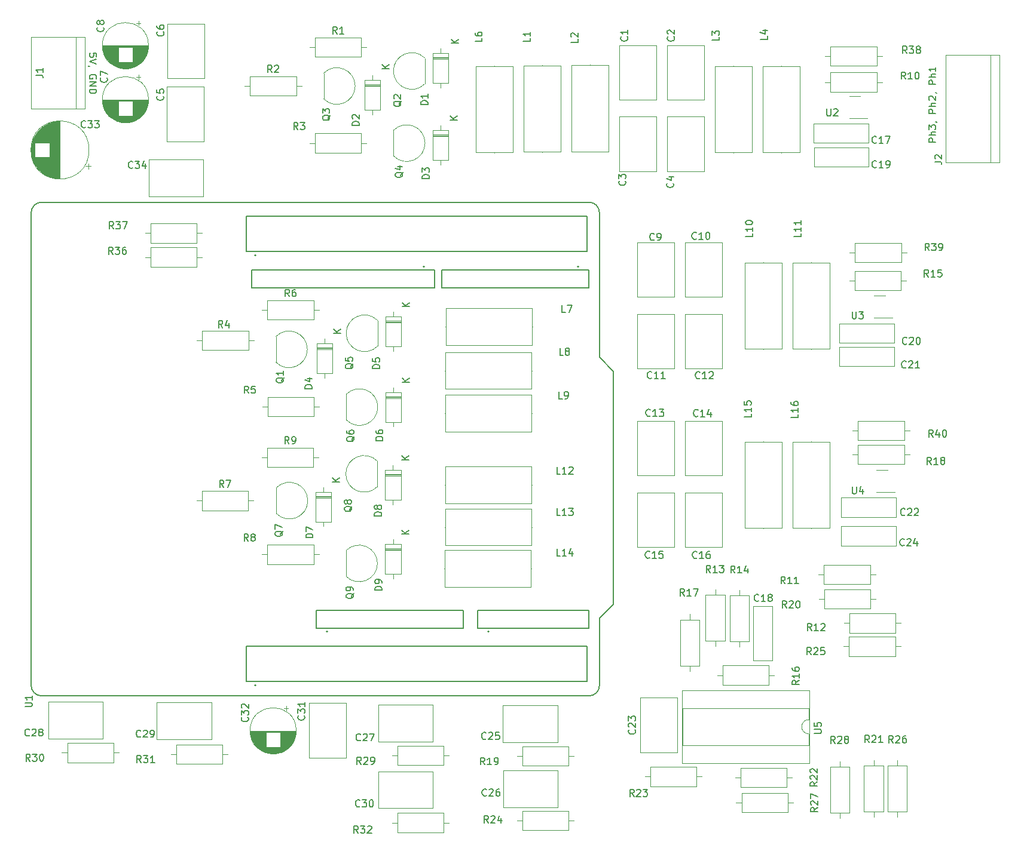
<source format=gbr>
%TF.GenerationSoftware,KiCad,Pcbnew,7.0.8*%
%TF.CreationDate,2024-01-04T13:34:46+01:00*%
%TF.ProjectId,Inverter F446,496e7665-7274-4657-9220-463434362e6b,rev?*%
%TF.SameCoordinates,Original*%
%TF.FileFunction,Legend,Top*%
%TF.FilePolarity,Positive*%
%FSLAX46Y46*%
G04 Gerber Fmt 4.6, Leading zero omitted, Abs format (unit mm)*
G04 Created by KiCad (PCBNEW 7.0.8) date 2024-01-04 13:34:46*
%MOMM*%
%LPD*%
G01*
G04 APERTURE LIST*
%ADD10C,0.150000*%
%ADD11C,0.120000*%
%ADD12C,0.127000*%
%ADD13C,0.200000*%
G04 APERTURE END LIST*
D10*
X23235715Y-18039664D02*
X23235715Y-17563474D01*
X23235715Y-17563474D02*
X22759525Y-17515855D01*
X22759525Y-17515855D02*
X22807144Y-17563474D01*
X22807144Y-17563474D02*
X22854763Y-17658712D01*
X22854763Y-17658712D02*
X22854763Y-17896807D01*
X22854763Y-17896807D02*
X22807144Y-17992045D01*
X22807144Y-17992045D02*
X22759525Y-18039664D01*
X22759525Y-18039664D02*
X22664287Y-18087283D01*
X22664287Y-18087283D02*
X22426192Y-18087283D01*
X22426192Y-18087283D02*
X22330954Y-18039664D01*
X22330954Y-18039664D02*
X22283335Y-17992045D01*
X22283335Y-17992045D02*
X22235715Y-17896807D01*
X22235715Y-17896807D02*
X22235715Y-17658712D01*
X22235715Y-17658712D02*
X22283335Y-17563474D01*
X22283335Y-17563474D02*
X22330954Y-17515855D01*
X23235715Y-18372998D02*
X22235715Y-18706331D01*
X22235715Y-18706331D02*
X23235715Y-19039664D01*
X22283335Y-19420617D02*
X22235715Y-19420617D01*
X22235715Y-19420617D02*
X22140477Y-19372998D01*
X22140477Y-19372998D02*
X22092858Y-19325379D01*
X23188096Y-21134902D02*
X23235715Y-21039664D01*
X23235715Y-21039664D02*
X23235715Y-20896807D01*
X23235715Y-20896807D02*
X23188096Y-20753950D01*
X23188096Y-20753950D02*
X23092858Y-20658712D01*
X23092858Y-20658712D02*
X22997620Y-20611093D01*
X22997620Y-20611093D02*
X22807144Y-20563474D01*
X22807144Y-20563474D02*
X22664287Y-20563474D01*
X22664287Y-20563474D02*
X22473811Y-20611093D01*
X22473811Y-20611093D02*
X22378573Y-20658712D01*
X22378573Y-20658712D02*
X22283335Y-20753950D01*
X22283335Y-20753950D02*
X22235715Y-20896807D01*
X22235715Y-20896807D02*
X22235715Y-20992045D01*
X22235715Y-20992045D02*
X22283335Y-21134902D01*
X22283335Y-21134902D02*
X22330954Y-21182521D01*
X22330954Y-21182521D02*
X22664287Y-21182521D01*
X22664287Y-21182521D02*
X22664287Y-20992045D01*
X22235715Y-21611093D02*
X23235715Y-21611093D01*
X23235715Y-21611093D02*
X22235715Y-22182521D01*
X22235715Y-22182521D02*
X23235715Y-22182521D01*
X22235715Y-22658712D02*
X23235715Y-22658712D01*
X23235715Y-22658712D02*
X23235715Y-22896807D01*
X23235715Y-22896807D02*
X23188096Y-23039664D01*
X23188096Y-23039664D02*
X23092858Y-23134902D01*
X23092858Y-23134902D02*
X22997620Y-23182521D01*
X22997620Y-23182521D02*
X22807144Y-23230140D01*
X22807144Y-23230140D02*
X22664287Y-23230140D01*
X22664287Y-23230140D02*
X22473811Y-23182521D01*
X22473811Y-23182521D02*
X22378573Y-23134902D01*
X22378573Y-23134902D02*
X22283335Y-23039664D01*
X22283335Y-23039664D02*
X22235715Y-22896807D01*
X22235715Y-22896807D02*
X22235715Y-22658712D01*
X142109819Y-30143220D02*
X141109819Y-30143220D01*
X141109819Y-30143220D02*
X141109819Y-29762268D01*
X141109819Y-29762268D02*
X141157438Y-29667030D01*
X141157438Y-29667030D02*
X141205057Y-29619411D01*
X141205057Y-29619411D02*
X141300295Y-29571792D01*
X141300295Y-29571792D02*
X141443152Y-29571792D01*
X141443152Y-29571792D02*
X141538390Y-29619411D01*
X141538390Y-29619411D02*
X141586009Y-29667030D01*
X141586009Y-29667030D02*
X141633628Y-29762268D01*
X141633628Y-29762268D02*
X141633628Y-30143220D01*
X142109819Y-29143220D02*
X141109819Y-29143220D01*
X142109819Y-28714649D02*
X141586009Y-28714649D01*
X141586009Y-28714649D02*
X141490771Y-28762268D01*
X141490771Y-28762268D02*
X141443152Y-28857506D01*
X141443152Y-28857506D02*
X141443152Y-29000363D01*
X141443152Y-29000363D02*
X141490771Y-29095601D01*
X141490771Y-29095601D02*
X141538390Y-29143220D01*
X141109819Y-28333696D02*
X141109819Y-27714649D01*
X141109819Y-27714649D02*
X141490771Y-28047982D01*
X141490771Y-28047982D02*
X141490771Y-27905125D01*
X141490771Y-27905125D02*
X141538390Y-27809887D01*
X141538390Y-27809887D02*
X141586009Y-27762268D01*
X141586009Y-27762268D02*
X141681247Y-27714649D01*
X141681247Y-27714649D02*
X141919342Y-27714649D01*
X141919342Y-27714649D02*
X142014580Y-27762268D01*
X142014580Y-27762268D02*
X142062200Y-27809887D01*
X142062200Y-27809887D02*
X142109819Y-27905125D01*
X142109819Y-27905125D02*
X142109819Y-28190839D01*
X142109819Y-28190839D02*
X142062200Y-28286077D01*
X142062200Y-28286077D02*
X142014580Y-28333696D01*
X142062200Y-27238458D02*
X142109819Y-27238458D01*
X142109819Y-27238458D02*
X142205057Y-27286077D01*
X142205057Y-27286077D02*
X142252676Y-27333696D01*
X142109819Y-26047982D02*
X141109819Y-26047982D01*
X141109819Y-26047982D02*
X141109819Y-25667030D01*
X141109819Y-25667030D02*
X141157438Y-25571792D01*
X141157438Y-25571792D02*
X141205057Y-25524173D01*
X141205057Y-25524173D02*
X141300295Y-25476554D01*
X141300295Y-25476554D02*
X141443152Y-25476554D01*
X141443152Y-25476554D02*
X141538390Y-25524173D01*
X141538390Y-25524173D02*
X141586009Y-25571792D01*
X141586009Y-25571792D02*
X141633628Y-25667030D01*
X141633628Y-25667030D02*
X141633628Y-26047982D01*
X142109819Y-25047982D02*
X141109819Y-25047982D01*
X142109819Y-24619411D02*
X141586009Y-24619411D01*
X141586009Y-24619411D02*
X141490771Y-24667030D01*
X141490771Y-24667030D02*
X141443152Y-24762268D01*
X141443152Y-24762268D02*
X141443152Y-24905125D01*
X141443152Y-24905125D02*
X141490771Y-25000363D01*
X141490771Y-25000363D02*
X141538390Y-25047982D01*
X141205057Y-24190839D02*
X141157438Y-24143220D01*
X141157438Y-24143220D02*
X141109819Y-24047982D01*
X141109819Y-24047982D02*
X141109819Y-23809887D01*
X141109819Y-23809887D02*
X141157438Y-23714649D01*
X141157438Y-23714649D02*
X141205057Y-23667030D01*
X141205057Y-23667030D02*
X141300295Y-23619411D01*
X141300295Y-23619411D02*
X141395533Y-23619411D01*
X141395533Y-23619411D02*
X141538390Y-23667030D01*
X141538390Y-23667030D02*
X142109819Y-24238458D01*
X142109819Y-24238458D02*
X142109819Y-23619411D01*
X142062200Y-23143220D02*
X142109819Y-23143220D01*
X142109819Y-23143220D02*
X142205057Y-23190839D01*
X142205057Y-23190839D02*
X142252676Y-23238458D01*
X142109819Y-21952744D02*
X141109819Y-21952744D01*
X141109819Y-21952744D02*
X141109819Y-21571792D01*
X141109819Y-21571792D02*
X141157438Y-21476554D01*
X141157438Y-21476554D02*
X141205057Y-21428935D01*
X141205057Y-21428935D02*
X141300295Y-21381316D01*
X141300295Y-21381316D02*
X141443152Y-21381316D01*
X141443152Y-21381316D02*
X141538390Y-21428935D01*
X141538390Y-21428935D02*
X141586009Y-21476554D01*
X141586009Y-21476554D02*
X141633628Y-21571792D01*
X141633628Y-21571792D02*
X141633628Y-21952744D01*
X142109819Y-20952744D02*
X141109819Y-20952744D01*
X142109819Y-20524173D02*
X141586009Y-20524173D01*
X141586009Y-20524173D02*
X141490771Y-20571792D01*
X141490771Y-20571792D02*
X141443152Y-20667030D01*
X141443152Y-20667030D02*
X141443152Y-20809887D01*
X141443152Y-20809887D02*
X141490771Y-20905125D01*
X141490771Y-20905125D02*
X141538390Y-20952744D01*
X142109819Y-19524173D02*
X142109819Y-20095601D01*
X142109819Y-19809887D02*
X141109819Y-19809887D01*
X141109819Y-19809887D02*
X141252676Y-19905125D01*
X141252676Y-19905125D02*
X141347914Y-20000363D01*
X141347914Y-20000363D02*
X141395533Y-20095601D01*
X108691896Y-63603081D02*
X108644277Y-63650701D01*
X108644277Y-63650701D02*
X108501420Y-63698320D01*
X108501420Y-63698320D02*
X108406182Y-63698320D01*
X108406182Y-63698320D02*
X108263325Y-63650701D01*
X108263325Y-63650701D02*
X108168087Y-63555462D01*
X108168087Y-63555462D02*
X108120468Y-63460224D01*
X108120468Y-63460224D02*
X108072849Y-63269748D01*
X108072849Y-63269748D02*
X108072849Y-63126891D01*
X108072849Y-63126891D02*
X108120468Y-62936415D01*
X108120468Y-62936415D02*
X108168087Y-62841177D01*
X108168087Y-62841177D02*
X108263325Y-62745939D01*
X108263325Y-62745939D02*
X108406182Y-62698320D01*
X108406182Y-62698320D02*
X108501420Y-62698320D01*
X108501420Y-62698320D02*
X108644277Y-62745939D01*
X108644277Y-62745939D02*
X108691896Y-62793558D01*
X109644277Y-63698320D02*
X109072849Y-63698320D01*
X109358563Y-63698320D02*
X109358563Y-62698320D01*
X109358563Y-62698320D02*
X109263325Y-62841177D01*
X109263325Y-62841177D02*
X109168087Y-62936415D01*
X109168087Y-62936415D02*
X109072849Y-62984034D01*
X110025230Y-62793558D02*
X110072849Y-62745939D01*
X110072849Y-62745939D02*
X110168087Y-62698320D01*
X110168087Y-62698320D02*
X110406182Y-62698320D01*
X110406182Y-62698320D02*
X110501420Y-62745939D01*
X110501420Y-62745939D02*
X110549039Y-62793558D01*
X110549039Y-62793558D02*
X110596658Y-62888796D01*
X110596658Y-62888796D02*
X110596658Y-62984034D01*
X110596658Y-62984034D02*
X110549039Y-63126891D01*
X110549039Y-63126891D02*
X109977611Y-63698320D01*
X109977611Y-63698320D02*
X110596658Y-63698320D01*
X25658672Y-42439179D02*
X25325339Y-41962988D01*
X25087244Y-42439179D02*
X25087244Y-41439179D01*
X25087244Y-41439179D02*
X25468196Y-41439179D01*
X25468196Y-41439179D02*
X25563434Y-41486798D01*
X25563434Y-41486798D02*
X25611053Y-41534417D01*
X25611053Y-41534417D02*
X25658672Y-41629655D01*
X25658672Y-41629655D02*
X25658672Y-41772512D01*
X25658672Y-41772512D02*
X25611053Y-41867750D01*
X25611053Y-41867750D02*
X25563434Y-41915369D01*
X25563434Y-41915369D02*
X25468196Y-41962988D01*
X25468196Y-41962988D02*
X25087244Y-41962988D01*
X25992006Y-41439179D02*
X26611053Y-41439179D01*
X26611053Y-41439179D02*
X26277720Y-41820131D01*
X26277720Y-41820131D02*
X26420577Y-41820131D01*
X26420577Y-41820131D02*
X26515815Y-41867750D01*
X26515815Y-41867750D02*
X26563434Y-41915369D01*
X26563434Y-41915369D02*
X26611053Y-42010607D01*
X26611053Y-42010607D02*
X26611053Y-42248702D01*
X26611053Y-42248702D02*
X26563434Y-42343940D01*
X26563434Y-42343940D02*
X26515815Y-42391560D01*
X26515815Y-42391560D02*
X26420577Y-42439179D01*
X26420577Y-42439179D02*
X26134863Y-42439179D01*
X26134863Y-42439179D02*
X26039625Y-42391560D01*
X26039625Y-42391560D02*
X25992006Y-42343940D01*
X26944387Y-41439179D02*
X27611053Y-41439179D01*
X27611053Y-41439179D02*
X27182482Y-42439179D01*
X60449796Y-27765848D02*
X59449796Y-27765848D01*
X59449796Y-27765848D02*
X59449796Y-27527753D01*
X59449796Y-27527753D02*
X59497415Y-27384896D01*
X59497415Y-27384896D02*
X59592653Y-27289658D01*
X59592653Y-27289658D02*
X59687891Y-27242039D01*
X59687891Y-27242039D02*
X59878367Y-27194420D01*
X59878367Y-27194420D02*
X60021224Y-27194420D01*
X60021224Y-27194420D02*
X60211700Y-27242039D01*
X60211700Y-27242039D02*
X60306938Y-27289658D01*
X60306938Y-27289658D02*
X60402177Y-27384896D01*
X60402177Y-27384896D02*
X60449796Y-27527753D01*
X60449796Y-27527753D02*
X60449796Y-27765848D01*
X59545034Y-26813467D02*
X59497415Y-26765848D01*
X59497415Y-26765848D02*
X59449796Y-26670610D01*
X59449796Y-26670610D02*
X59449796Y-26432515D01*
X59449796Y-26432515D02*
X59497415Y-26337277D01*
X59497415Y-26337277D02*
X59545034Y-26289658D01*
X59545034Y-26289658D02*
X59640272Y-26242039D01*
X59640272Y-26242039D02*
X59735510Y-26242039D01*
X59735510Y-26242039D02*
X59878367Y-26289658D01*
X59878367Y-26289658D02*
X60449796Y-26861086D01*
X60449796Y-26861086D02*
X60449796Y-26242039D01*
X64693481Y-19735331D02*
X63693481Y-19735331D01*
X64693481Y-19163903D02*
X64122052Y-19592474D01*
X63693481Y-19163903D02*
X64264909Y-19735331D01*
X137641728Y-87272638D02*
X137594109Y-87320258D01*
X137594109Y-87320258D02*
X137451252Y-87367877D01*
X137451252Y-87367877D02*
X137356014Y-87367877D01*
X137356014Y-87367877D02*
X137213157Y-87320258D01*
X137213157Y-87320258D02*
X137117919Y-87225019D01*
X137117919Y-87225019D02*
X137070300Y-87129781D01*
X137070300Y-87129781D02*
X137022681Y-86939305D01*
X137022681Y-86939305D02*
X137022681Y-86796448D01*
X137022681Y-86796448D02*
X137070300Y-86605972D01*
X137070300Y-86605972D02*
X137117919Y-86510734D01*
X137117919Y-86510734D02*
X137213157Y-86415496D01*
X137213157Y-86415496D02*
X137356014Y-86367877D01*
X137356014Y-86367877D02*
X137451252Y-86367877D01*
X137451252Y-86367877D02*
X137594109Y-86415496D01*
X137594109Y-86415496D02*
X137641728Y-86463115D01*
X138022681Y-86463115D02*
X138070300Y-86415496D01*
X138070300Y-86415496D02*
X138165538Y-86367877D01*
X138165538Y-86367877D02*
X138403633Y-86367877D01*
X138403633Y-86367877D02*
X138498871Y-86415496D01*
X138498871Y-86415496D02*
X138546490Y-86463115D01*
X138546490Y-86463115D02*
X138594109Y-86558353D01*
X138594109Y-86558353D02*
X138594109Y-86653591D01*
X138594109Y-86653591D02*
X138546490Y-86796448D01*
X138546490Y-86796448D02*
X137975062Y-87367877D01*
X137975062Y-87367877D02*
X138594109Y-87367877D01*
X139451252Y-86701210D02*
X139451252Y-87367877D01*
X139213157Y-86320258D02*
X138975062Y-87034543D01*
X138975062Y-87034543D02*
X139594109Y-87034543D01*
X56353641Y-26311791D02*
X56306022Y-26407029D01*
X56306022Y-26407029D02*
X56210784Y-26502267D01*
X56210784Y-26502267D02*
X56067926Y-26645124D01*
X56067926Y-26645124D02*
X56020307Y-26740362D01*
X56020307Y-26740362D02*
X56020307Y-26835600D01*
X56258403Y-26787981D02*
X56210784Y-26883219D01*
X56210784Y-26883219D02*
X56115545Y-26978457D01*
X56115545Y-26978457D02*
X55925069Y-27026076D01*
X55925069Y-27026076D02*
X55591736Y-27026076D01*
X55591736Y-27026076D02*
X55401260Y-26978457D01*
X55401260Y-26978457D02*
X55306022Y-26883219D01*
X55306022Y-26883219D02*
X55258403Y-26787981D01*
X55258403Y-26787981D02*
X55258403Y-26597505D01*
X55258403Y-26597505D02*
X55306022Y-26502267D01*
X55306022Y-26502267D02*
X55401260Y-26407029D01*
X55401260Y-26407029D02*
X55591736Y-26359410D01*
X55591736Y-26359410D02*
X55925069Y-26359410D01*
X55925069Y-26359410D02*
X56115545Y-26407029D01*
X56115545Y-26407029D02*
X56210784Y-26502267D01*
X56210784Y-26502267D02*
X56258403Y-26597505D01*
X56258403Y-26597505D02*
X56258403Y-26787981D01*
X55258403Y-26026076D02*
X55258403Y-25407029D01*
X55258403Y-25407029D02*
X55639355Y-25740362D01*
X55639355Y-25740362D02*
X55639355Y-25597505D01*
X55639355Y-25597505D02*
X55686974Y-25502267D01*
X55686974Y-25502267D02*
X55734593Y-25454648D01*
X55734593Y-25454648D02*
X55829831Y-25407029D01*
X55829831Y-25407029D02*
X56067926Y-25407029D01*
X56067926Y-25407029D02*
X56163164Y-25454648D01*
X56163164Y-25454648D02*
X56210784Y-25502267D01*
X56210784Y-25502267D02*
X56258403Y-25597505D01*
X56258403Y-25597505D02*
X56258403Y-25883219D01*
X56258403Y-25883219D02*
X56210784Y-25978457D01*
X56210784Y-25978457D02*
X56163164Y-26026076D01*
X77853600Y-15397820D02*
X77853600Y-15874010D01*
X77853600Y-15874010D02*
X76853600Y-15874010D01*
X76853600Y-14635915D02*
X76853600Y-14826391D01*
X76853600Y-14826391D02*
X76901219Y-14921629D01*
X76901219Y-14921629D02*
X76948838Y-14969248D01*
X76948838Y-14969248D02*
X77091695Y-15064486D01*
X77091695Y-15064486D02*
X77282171Y-15112105D01*
X77282171Y-15112105D02*
X77663123Y-15112105D01*
X77663123Y-15112105D02*
X77758361Y-15064486D01*
X77758361Y-15064486D02*
X77805981Y-15016867D01*
X77805981Y-15016867D02*
X77853600Y-14921629D01*
X77853600Y-14921629D02*
X77853600Y-14731153D01*
X77853600Y-14731153D02*
X77805981Y-14635915D01*
X77805981Y-14635915D02*
X77758361Y-14588296D01*
X77758361Y-14588296D02*
X77663123Y-14540677D01*
X77663123Y-14540677D02*
X77425028Y-14540677D01*
X77425028Y-14540677D02*
X77329790Y-14588296D01*
X77329790Y-14588296D02*
X77282171Y-14635915D01*
X77282171Y-14635915D02*
X77234552Y-14731153D01*
X77234552Y-14731153D02*
X77234552Y-14921629D01*
X77234552Y-14921629D02*
X77282171Y-15016867D01*
X77282171Y-15016867D02*
X77329790Y-15064486D01*
X77329790Y-15064486D02*
X77425028Y-15112105D01*
X24687733Y-21034271D02*
X24735353Y-21081890D01*
X24735353Y-21081890D02*
X24782972Y-21224747D01*
X24782972Y-21224747D02*
X24782972Y-21319985D01*
X24782972Y-21319985D02*
X24735353Y-21462842D01*
X24735353Y-21462842D02*
X24640114Y-21558080D01*
X24640114Y-21558080D02*
X24544876Y-21605699D01*
X24544876Y-21605699D02*
X24354400Y-21653318D01*
X24354400Y-21653318D02*
X24211543Y-21653318D01*
X24211543Y-21653318D02*
X24021067Y-21605699D01*
X24021067Y-21605699D02*
X23925829Y-21558080D01*
X23925829Y-21558080D02*
X23830591Y-21462842D01*
X23830591Y-21462842D02*
X23782972Y-21319985D01*
X23782972Y-21319985D02*
X23782972Y-21224747D01*
X23782972Y-21224747D02*
X23830591Y-21081890D01*
X23830591Y-21081890D02*
X23878210Y-21034271D01*
X23782972Y-20700937D02*
X23782972Y-20034271D01*
X23782972Y-20034271D02*
X24782972Y-20462842D01*
X122615240Y-68722028D02*
X122615240Y-69198218D01*
X122615240Y-69198218D02*
X121615240Y-69198218D01*
X122615240Y-67864885D02*
X122615240Y-68436313D01*
X122615240Y-68150599D02*
X121615240Y-68150599D01*
X121615240Y-68150599D02*
X121758097Y-68245837D01*
X121758097Y-68245837D02*
X121853335Y-68341075D01*
X121853335Y-68341075D02*
X121900954Y-68436313D01*
X121615240Y-67007742D02*
X121615240Y-67198218D01*
X121615240Y-67198218D02*
X121662859Y-67293456D01*
X121662859Y-67293456D02*
X121710478Y-67341075D01*
X121710478Y-67341075D02*
X121853335Y-67436313D01*
X121853335Y-67436313D02*
X122043811Y-67483932D01*
X122043811Y-67483932D02*
X122424763Y-67483932D01*
X122424763Y-67483932D02*
X122520001Y-67436313D01*
X122520001Y-67436313D02*
X122567621Y-67388694D01*
X122567621Y-67388694D02*
X122615240Y-67293456D01*
X122615240Y-67293456D02*
X122615240Y-67102980D01*
X122615240Y-67102980D02*
X122567621Y-67007742D01*
X122567621Y-67007742D02*
X122520001Y-66960123D01*
X122520001Y-66960123D02*
X122424763Y-66912504D01*
X122424763Y-66912504D02*
X122186668Y-66912504D01*
X122186668Y-66912504D02*
X122091430Y-66960123D01*
X122091430Y-66960123D02*
X122043811Y-67007742D01*
X122043811Y-67007742D02*
X121996192Y-67102980D01*
X121996192Y-67102980D02*
X121996192Y-67293456D01*
X121996192Y-67293456D02*
X122043811Y-67388694D01*
X122043811Y-67388694D02*
X122091430Y-67436313D01*
X122091430Y-67436313D02*
X122186668Y-67483932D01*
X44785719Y-65735857D02*
X44452386Y-65259666D01*
X44214291Y-65735857D02*
X44214291Y-64735857D01*
X44214291Y-64735857D02*
X44595243Y-64735857D01*
X44595243Y-64735857D02*
X44690481Y-64783476D01*
X44690481Y-64783476D02*
X44738100Y-64831095D01*
X44738100Y-64831095D02*
X44785719Y-64926333D01*
X44785719Y-64926333D02*
X44785719Y-65069190D01*
X44785719Y-65069190D02*
X44738100Y-65164428D01*
X44738100Y-65164428D02*
X44690481Y-65212047D01*
X44690481Y-65212047D02*
X44595243Y-65259666D01*
X44595243Y-65259666D02*
X44214291Y-65259666D01*
X45690481Y-64735857D02*
X45214291Y-64735857D01*
X45214291Y-64735857D02*
X45166672Y-65212047D01*
X45166672Y-65212047D02*
X45214291Y-65164428D01*
X45214291Y-65164428D02*
X45309529Y-65116809D01*
X45309529Y-65116809D02*
X45547624Y-65116809D01*
X45547624Y-65116809D02*
X45642862Y-65164428D01*
X45642862Y-65164428D02*
X45690481Y-65212047D01*
X45690481Y-65212047D02*
X45738100Y-65307285D01*
X45738100Y-65307285D02*
X45738100Y-65545380D01*
X45738100Y-65545380D02*
X45690481Y-65640618D01*
X45690481Y-65640618D02*
X45642862Y-65688238D01*
X45642862Y-65688238D02*
X45547624Y-65735857D01*
X45547624Y-65735857D02*
X45309529Y-65735857D01*
X45309529Y-65735857D02*
X45214291Y-65688238D01*
X45214291Y-65688238D02*
X45166672Y-65640618D01*
X113656608Y-91230188D02*
X113323275Y-90753997D01*
X113085180Y-91230188D02*
X113085180Y-90230188D01*
X113085180Y-90230188D02*
X113466132Y-90230188D01*
X113466132Y-90230188D02*
X113561370Y-90277807D01*
X113561370Y-90277807D02*
X113608989Y-90325426D01*
X113608989Y-90325426D02*
X113656608Y-90420664D01*
X113656608Y-90420664D02*
X113656608Y-90563521D01*
X113656608Y-90563521D02*
X113608989Y-90658759D01*
X113608989Y-90658759D02*
X113561370Y-90706378D01*
X113561370Y-90706378D02*
X113466132Y-90753997D01*
X113466132Y-90753997D02*
X113085180Y-90753997D01*
X114608989Y-91230188D02*
X114037561Y-91230188D01*
X114323275Y-91230188D02*
X114323275Y-90230188D01*
X114323275Y-90230188D02*
X114228037Y-90373045D01*
X114228037Y-90373045D02*
X114132799Y-90468283D01*
X114132799Y-90468283D02*
X114037561Y-90515902D01*
X115466132Y-90563521D02*
X115466132Y-91230188D01*
X115228037Y-90182569D02*
X114989942Y-90896854D01*
X114989942Y-90896854D02*
X115608989Y-90896854D01*
X14632528Y-20648135D02*
X15346813Y-20648135D01*
X15346813Y-20648135D02*
X15489670Y-20695754D01*
X15489670Y-20695754D02*
X15584909Y-20790992D01*
X15584909Y-20790992D02*
X15632528Y-20933849D01*
X15632528Y-20933849D02*
X15632528Y-21029087D01*
X15632528Y-19648135D02*
X15632528Y-20219563D01*
X15632528Y-19933849D02*
X14632528Y-19933849D01*
X14632528Y-19933849D02*
X14775385Y-20029087D01*
X14775385Y-20029087D02*
X14870623Y-20124325D01*
X14870623Y-20124325D02*
X14918242Y-20219563D01*
X57293021Y-14786642D02*
X56959688Y-14310451D01*
X56721593Y-14786642D02*
X56721593Y-13786642D01*
X56721593Y-13786642D02*
X57102545Y-13786642D01*
X57102545Y-13786642D02*
X57197783Y-13834261D01*
X57197783Y-13834261D02*
X57245402Y-13881880D01*
X57245402Y-13881880D02*
X57293021Y-13977118D01*
X57293021Y-13977118D02*
X57293021Y-14119975D01*
X57293021Y-14119975D02*
X57245402Y-14215213D01*
X57245402Y-14215213D02*
X57197783Y-14262832D01*
X57197783Y-14262832D02*
X57102545Y-14310451D01*
X57102545Y-14310451D02*
X56721593Y-14310451D01*
X58245402Y-14786642D02*
X57673974Y-14786642D01*
X57959688Y-14786642D02*
X57959688Y-13786642D01*
X57959688Y-13786642D02*
X57864450Y-13929499D01*
X57864450Y-13929499D02*
X57769212Y-14024737D01*
X57769212Y-14024737D02*
X57673974Y-14072356D01*
X59442312Y-81764591D02*
X59394693Y-81859829D01*
X59394693Y-81859829D02*
X59299455Y-81955067D01*
X59299455Y-81955067D02*
X59156597Y-82097924D01*
X59156597Y-82097924D02*
X59108978Y-82193162D01*
X59108978Y-82193162D02*
X59108978Y-82288400D01*
X59347074Y-82240781D02*
X59299455Y-82336019D01*
X59299455Y-82336019D02*
X59204216Y-82431257D01*
X59204216Y-82431257D02*
X59013740Y-82478876D01*
X59013740Y-82478876D02*
X58680407Y-82478876D01*
X58680407Y-82478876D02*
X58489931Y-82431257D01*
X58489931Y-82431257D02*
X58394693Y-82336019D01*
X58394693Y-82336019D02*
X58347074Y-82240781D01*
X58347074Y-82240781D02*
X58347074Y-82050305D01*
X58347074Y-82050305D02*
X58394693Y-81955067D01*
X58394693Y-81955067D02*
X58489931Y-81859829D01*
X58489931Y-81859829D02*
X58680407Y-81812210D01*
X58680407Y-81812210D02*
X59013740Y-81812210D01*
X59013740Y-81812210D02*
X59204216Y-81859829D01*
X59204216Y-81859829D02*
X59299455Y-81955067D01*
X59299455Y-81955067D02*
X59347074Y-82050305D01*
X59347074Y-82050305D02*
X59347074Y-82240781D01*
X58775645Y-81240781D02*
X58728026Y-81336019D01*
X58728026Y-81336019D02*
X58680407Y-81383638D01*
X58680407Y-81383638D02*
X58585169Y-81431257D01*
X58585169Y-81431257D02*
X58537550Y-81431257D01*
X58537550Y-81431257D02*
X58442312Y-81383638D01*
X58442312Y-81383638D02*
X58394693Y-81336019D01*
X58394693Y-81336019D02*
X58347074Y-81240781D01*
X58347074Y-81240781D02*
X58347074Y-81050305D01*
X58347074Y-81050305D02*
X58394693Y-80955067D01*
X58394693Y-80955067D02*
X58442312Y-80907448D01*
X58442312Y-80907448D02*
X58537550Y-80859829D01*
X58537550Y-80859829D02*
X58585169Y-80859829D01*
X58585169Y-80859829D02*
X58680407Y-80907448D01*
X58680407Y-80907448D02*
X58728026Y-80955067D01*
X58728026Y-80955067D02*
X58775645Y-81050305D01*
X58775645Y-81050305D02*
X58775645Y-81240781D01*
X58775645Y-81240781D02*
X58823264Y-81336019D01*
X58823264Y-81336019D02*
X58870883Y-81383638D01*
X58870883Y-81383638D02*
X58966121Y-81431257D01*
X58966121Y-81431257D02*
X59156597Y-81431257D01*
X59156597Y-81431257D02*
X59251835Y-81383638D01*
X59251835Y-81383638D02*
X59299455Y-81336019D01*
X59299455Y-81336019D02*
X59347074Y-81240781D01*
X59347074Y-81240781D02*
X59347074Y-81050305D01*
X59347074Y-81050305D02*
X59299455Y-80955067D01*
X59299455Y-80955067D02*
X59251835Y-80907448D01*
X59251835Y-80907448D02*
X59156597Y-80859829D01*
X59156597Y-80859829D02*
X58966121Y-80859829D01*
X58966121Y-80859829D02*
X58870883Y-80907448D01*
X58870883Y-80907448D02*
X58823264Y-80955067D01*
X58823264Y-80955067D02*
X58775645Y-81050305D01*
X78411280Y-114726928D02*
X78363661Y-114774548D01*
X78363661Y-114774548D02*
X78220804Y-114822167D01*
X78220804Y-114822167D02*
X78125566Y-114822167D01*
X78125566Y-114822167D02*
X77982709Y-114774548D01*
X77982709Y-114774548D02*
X77887471Y-114679309D01*
X77887471Y-114679309D02*
X77839852Y-114584071D01*
X77839852Y-114584071D02*
X77792233Y-114393595D01*
X77792233Y-114393595D02*
X77792233Y-114250738D01*
X77792233Y-114250738D02*
X77839852Y-114060262D01*
X77839852Y-114060262D02*
X77887471Y-113965024D01*
X77887471Y-113965024D02*
X77982709Y-113869786D01*
X77982709Y-113869786D02*
X78125566Y-113822167D01*
X78125566Y-113822167D02*
X78220804Y-113822167D01*
X78220804Y-113822167D02*
X78363661Y-113869786D01*
X78363661Y-113869786D02*
X78411280Y-113917405D01*
X78792233Y-113917405D02*
X78839852Y-113869786D01*
X78839852Y-113869786D02*
X78935090Y-113822167D01*
X78935090Y-113822167D02*
X79173185Y-113822167D01*
X79173185Y-113822167D02*
X79268423Y-113869786D01*
X79268423Y-113869786D02*
X79316042Y-113917405D01*
X79316042Y-113917405D02*
X79363661Y-114012643D01*
X79363661Y-114012643D02*
X79363661Y-114107881D01*
X79363661Y-114107881D02*
X79316042Y-114250738D01*
X79316042Y-114250738D02*
X78744614Y-114822167D01*
X78744614Y-114822167D02*
X79363661Y-114822167D01*
X80268423Y-113822167D02*
X79792233Y-113822167D01*
X79792233Y-113822167D02*
X79744614Y-114298357D01*
X79744614Y-114298357D02*
X79792233Y-114250738D01*
X79792233Y-114250738D02*
X79887471Y-114203119D01*
X79887471Y-114203119D02*
X80125566Y-114203119D01*
X80125566Y-114203119D02*
X80220804Y-114250738D01*
X80220804Y-114250738D02*
X80268423Y-114298357D01*
X80268423Y-114298357D02*
X80316042Y-114393595D01*
X80316042Y-114393595D02*
X80316042Y-114631690D01*
X80316042Y-114631690D02*
X80268423Y-114726928D01*
X80268423Y-114726928D02*
X80220804Y-114774548D01*
X80220804Y-114774548D02*
X80125566Y-114822167D01*
X80125566Y-114822167D02*
X79887471Y-114822167D01*
X79887471Y-114822167D02*
X79792233Y-114774548D01*
X79792233Y-114774548D02*
X79744614Y-114726928D01*
X125337145Y-120866998D02*
X124860954Y-121200331D01*
X125337145Y-121438426D02*
X124337145Y-121438426D01*
X124337145Y-121438426D02*
X124337145Y-121057474D01*
X124337145Y-121057474D02*
X124384764Y-120962236D01*
X124384764Y-120962236D02*
X124432383Y-120914617D01*
X124432383Y-120914617D02*
X124527621Y-120866998D01*
X124527621Y-120866998D02*
X124670478Y-120866998D01*
X124670478Y-120866998D02*
X124765716Y-120914617D01*
X124765716Y-120914617D02*
X124813335Y-120962236D01*
X124813335Y-120962236D02*
X124860954Y-121057474D01*
X124860954Y-121057474D02*
X124860954Y-121438426D01*
X124432383Y-120486045D02*
X124384764Y-120438426D01*
X124384764Y-120438426D02*
X124337145Y-120343188D01*
X124337145Y-120343188D02*
X124337145Y-120105093D01*
X124337145Y-120105093D02*
X124384764Y-120009855D01*
X124384764Y-120009855D02*
X124432383Y-119962236D01*
X124432383Y-119962236D02*
X124527621Y-119914617D01*
X124527621Y-119914617D02*
X124622859Y-119914617D01*
X124622859Y-119914617D02*
X124765716Y-119962236D01*
X124765716Y-119962236D02*
X125337145Y-120533664D01*
X125337145Y-120533664D02*
X125337145Y-119914617D01*
X124432383Y-119533664D02*
X124384764Y-119486045D01*
X124384764Y-119486045D02*
X124337145Y-119390807D01*
X124337145Y-119390807D02*
X124337145Y-119152712D01*
X124337145Y-119152712D02*
X124384764Y-119057474D01*
X124384764Y-119057474D02*
X124432383Y-119009855D01*
X124432383Y-119009855D02*
X124527621Y-118962236D01*
X124527621Y-118962236D02*
X124622859Y-118962236D01*
X124622859Y-118962236D02*
X124765716Y-119009855D01*
X124765716Y-119009855D02*
X125337145Y-119581283D01*
X125337145Y-119581283D02*
X125337145Y-118962236D01*
X60303626Y-128110917D02*
X59970293Y-127634726D01*
X59732198Y-128110917D02*
X59732198Y-127110917D01*
X59732198Y-127110917D02*
X60113150Y-127110917D01*
X60113150Y-127110917D02*
X60208388Y-127158536D01*
X60208388Y-127158536D02*
X60256007Y-127206155D01*
X60256007Y-127206155D02*
X60303626Y-127301393D01*
X60303626Y-127301393D02*
X60303626Y-127444250D01*
X60303626Y-127444250D02*
X60256007Y-127539488D01*
X60256007Y-127539488D02*
X60208388Y-127587107D01*
X60208388Y-127587107D02*
X60113150Y-127634726D01*
X60113150Y-127634726D02*
X59732198Y-127634726D01*
X60636960Y-127110917D02*
X61256007Y-127110917D01*
X61256007Y-127110917D02*
X60922674Y-127491869D01*
X60922674Y-127491869D02*
X61065531Y-127491869D01*
X61065531Y-127491869D02*
X61160769Y-127539488D01*
X61160769Y-127539488D02*
X61208388Y-127587107D01*
X61208388Y-127587107D02*
X61256007Y-127682345D01*
X61256007Y-127682345D02*
X61256007Y-127920440D01*
X61256007Y-127920440D02*
X61208388Y-128015678D01*
X61208388Y-128015678D02*
X61160769Y-128063298D01*
X61160769Y-128063298D02*
X61065531Y-128110917D01*
X61065531Y-128110917D02*
X60779817Y-128110917D01*
X60779817Y-128110917D02*
X60684579Y-128063298D01*
X60684579Y-128063298D02*
X60636960Y-128015678D01*
X61636960Y-127206155D02*
X61684579Y-127158536D01*
X61684579Y-127158536D02*
X61779817Y-127110917D01*
X61779817Y-127110917D02*
X62017912Y-127110917D01*
X62017912Y-127110917D02*
X62113150Y-127158536D01*
X62113150Y-127158536D02*
X62160769Y-127206155D01*
X62160769Y-127206155D02*
X62208388Y-127301393D01*
X62208388Y-127301393D02*
X62208388Y-127396631D01*
X62208388Y-127396631D02*
X62160769Y-127539488D01*
X62160769Y-127539488D02*
X61589341Y-128110917D01*
X61589341Y-128110917D02*
X62208388Y-128110917D01*
X124472925Y-102811127D02*
X124139592Y-102334936D01*
X123901497Y-102811127D02*
X123901497Y-101811127D01*
X123901497Y-101811127D02*
X124282449Y-101811127D01*
X124282449Y-101811127D02*
X124377687Y-101858746D01*
X124377687Y-101858746D02*
X124425306Y-101906365D01*
X124425306Y-101906365D02*
X124472925Y-102001603D01*
X124472925Y-102001603D02*
X124472925Y-102144460D01*
X124472925Y-102144460D02*
X124425306Y-102239698D01*
X124425306Y-102239698D02*
X124377687Y-102287317D01*
X124377687Y-102287317D02*
X124282449Y-102334936D01*
X124282449Y-102334936D02*
X123901497Y-102334936D01*
X124853878Y-101906365D02*
X124901497Y-101858746D01*
X124901497Y-101858746D02*
X124996735Y-101811127D01*
X124996735Y-101811127D02*
X125234830Y-101811127D01*
X125234830Y-101811127D02*
X125330068Y-101858746D01*
X125330068Y-101858746D02*
X125377687Y-101906365D01*
X125377687Y-101906365D02*
X125425306Y-102001603D01*
X125425306Y-102001603D02*
X125425306Y-102096841D01*
X125425306Y-102096841D02*
X125377687Y-102239698D01*
X125377687Y-102239698D02*
X124806259Y-102811127D01*
X124806259Y-102811127D02*
X125425306Y-102811127D01*
X126330068Y-101811127D02*
X125853878Y-101811127D01*
X125853878Y-101811127D02*
X125806259Y-102287317D01*
X125806259Y-102287317D02*
X125853878Y-102239698D01*
X125853878Y-102239698D02*
X125949116Y-102192079D01*
X125949116Y-102192079D02*
X126187211Y-102192079D01*
X126187211Y-102192079D02*
X126282449Y-102239698D01*
X126282449Y-102239698D02*
X126330068Y-102287317D01*
X126330068Y-102287317D02*
X126377687Y-102382555D01*
X126377687Y-102382555D02*
X126377687Y-102620650D01*
X126377687Y-102620650D02*
X126330068Y-102715888D01*
X126330068Y-102715888D02*
X126282449Y-102763508D01*
X126282449Y-102763508D02*
X126187211Y-102811127D01*
X126187211Y-102811127D02*
X125949116Y-102811127D01*
X125949116Y-102811127D02*
X125853878Y-102763508D01*
X125853878Y-102763508D02*
X125806259Y-102715888D01*
X132696269Y-115261136D02*
X132362936Y-114784945D01*
X132124841Y-115261136D02*
X132124841Y-114261136D01*
X132124841Y-114261136D02*
X132505793Y-114261136D01*
X132505793Y-114261136D02*
X132601031Y-114308755D01*
X132601031Y-114308755D02*
X132648650Y-114356374D01*
X132648650Y-114356374D02*
X132696269Y-114451612D01*
X132696269Y-114451612D02*
X132696269Y-114594469D01*
X132696269Y-114594469D02*
X132648650Y-114689707D01*
X132648650Y-114689707D02*
X132601031Y-114737326D01*
X132601031Y-114737326D02*
X132505793Y-114784945D01*
X132505793Y-114784945D02*
X132124841Y-114784945D01*
X133077222Y-114356374D02*
X133124841Y-114308755D01*
X133124841Y-114308755D02*
X133220079Y-114261136D01*
X133220079Y-114261136D02*
X133458174Y-114261136D01*
X133458174Y-114261136D02*
X133553412Y-114308755D01*
X133553412Y-114308755D02*
X133601031Y-114356374D01*
X133601031Y-114356374D02*
X133648650Y-114451612D01*
X133648650Y-114451612D02*
X133648650Y-114546850D01*
X133648650Y-114546850D02*
X133601031Y-114689707D01*
X133601031Y-114689707D02*
X133029603Y-115261136D01*
X133029603Y-115261136D02*
X133648650Y-115261136D01*
X134601031Y-115261136D02*
X134029603Y-115261136D01*
X134315317Y-115261136D02*
X134315317Y-114261136D01*
X134315317Y-114261136D02*
X134220079Y-114403993D01*
X134220079Y-114403993D02*
X134124841Y-114499231D01*
X134124841Y-114499231D02*
X134029603Y-114546850D01*
X28377387Y-33757809D02*
X28329768Y-33805429D01*
X28329768Y-33805429D02*
X28186911Y-33853048D01*
X28186911Y-33853048D02*
X28091673Y-33853048D01*
X28091673Y-33853048D02*
X27948816Y-33805429D01*
X27948816Y-33805429D02*
X27853578Y-33710190D01*
X27853578Y-33710190D02*
X27805959Y-33614952D01*
X27805959Y-33614952D02*
X27758340Y-33424476D01*
X27758340Y-33424476D02*
X27758340Y-33281619D01*
X27758340Y-33281619D02*
X27805959Y-33091143D01*
X27805959Y-33091143D02*
X27853578Y-32995905D01*
X27853578Y-32995905D02*
X27948816Y-32900667D01*
X27948816Y-32900667D02*
X28091673Y-32853048D01*
X28091673Y-32853048D02*
X28186911Y-32853048D01*
X28186911Y-32853048D02*
X28329768Y-32900667D01*
X28329768Y-32900667D02*
X28377387Y-32948286D01*
X28710721Y-32853048D02*
X29329768Y-32853048D01*
X29329768Y-32853048D02*
X28996435Y-33234000D01*
X28996435Y-33234000D02*
X29139292Y-33234000D01*
X29139292Y-33234000D02*
X29234530Y-33281619D01*
X29234530Y-33281619D02*
X29282149Y-33329238D01*
X29282149Y-33329238D02*
X29329768Y-33424476D01*
X29329768Y-33424476D02*
X29329768Y-33662571D01*
X29329768Y-33662571D02*
X29282149Y-33757809D01*
X29282149Y-33757809D02*
X29234530Y-33805429D01*
X29234530Y-33805429D02*
X29139292Y-33853048D01*
X29139292Y-33853048D02*
X28853578Y-33853048D01*
X28853578Y-33853048D02*
X28758340Y-33805429D01*
X28758340Y-33805429D02*
X28710721Y-33757809D01*
X30186911Y-33186381D02*
X30186911Y-33853048D01*
X29948816Y-32805429D02*
X29710721Y-33519714D01*
X29710721Y-33519714D02*
X30329768Y-33519714D01*
X127850838Y-115369777D02*
X127517505Y-114893586D01*
X127279410Y-115369777D02*
X127279410Y-114369777D01*
X127279410Y-114369777D02*
X127660362Y-114369777D01*
X127660362Y-114369777D02*
X127755600Y-114417396D01*
X127755600Y-114417396D02*
X127803219Y-114465015D01*
X127803219Y-114465015D02*
X127850838Y-114560253D01*
X127850838Y-114560253D02*
X127850838Y-114703110D01*
X127850838Y-114703110D02*
X127803219Y-114798348D01*
X127803219Y-114798348D02*
X127755600Y-114845967D01*
X127755600Y-114845967D02*
X127660362Y-114893586D01*
X127660362Y-114893586D02*
X127279410Y-114893586D01*
X128231791Y-114465015D02*
X128279410Y-114417396D01*
X128279410Y-114417396D02*
X128374648Y-114369777D01*
X128374648Y-114369777D02*
X128612743Y-114369777D01*
X128612743Y-114369777D02*
X128707981Y-114417396D01*
X128707981Y-114417396D02*
X128755600Y-114465015D01*
X128755600Y-114465015D02*
X128803219Y-114560253D01*
X128803219Y-114560253D02*
X128803219Y-114655491D01*
X128803219Y-114655491D02*
X128755600Y-114798348D01*
X128755600Y-114798348D02*
X128184172Y-115369777D01*
X128184172Y-115369777D02*
X128803219Y-115369777D01*
X129374648Y-114798348D02*
X129279410Y-114750729D01*
X129279410Y-114750729D02*
X129231791Y-114703110D01*
X129231791Y-114703110D02*
X129184172Y-114607872D01*
X129184172Y-114607872D02*
X129184172Y-114560253D01*
X129184172Y-114560253D02*
X129231791Y-114465015D01*
X129231791Y-114465015D02*
X129279410Y-114417396D01*
X129279410Y-114417396D02*
X129374648Y-114369777D01*
X129374648Y-114369777D02*
X129565124Y-114369777D01*
X129565124Y-114369777D02*
X129660362Y-114417396D01*
X129660362Y-114417396D02*
X129707981Y-114465015D01*
X129707981Y-114465015D02*
X129755600Y-114560253D01*
X129755600Y-114560253D02*
X129755600Y-114607872D01*
X129755600Y-114607872D02*
X129707981Y-114703110D01*
X129707981Y-114703110D02*
X129660362Y-114750729D01*
X129660362Y-114750729D02*
X129565124Y-114798348D01*
X129565124Y-114798348D02*
X129374648Y-114798348D01*
X129374648Y-114798348D02*
X129279410Y-114845967D01*
X129279410Y-114845967D02*
X129231791Y-114893586D01*
X129231791Y-114893586D02*
X129184172Y-114988824D01*
X129184172Y-114988824D02*
X129184172Y-115179300D01*
X129184172Y-115179300D02*
X129231791Y-115274538D01*
X129231791Y-115274538D02*
X129279410Y-115322158D01*
X129279410Y-115322158D02*
X129374648Y-115369777D01*
X129374648Y-115369777D02*
X129565124Y-115369777D01*
X129565124Y-115369777D02*
X129660362Y-115322158D01*
X129660362Y-115322158D02*
X129707981Y-115274538D01*
X129707981Y-115274538D02*
X129755600Y-115179300D01*
X129755600Y-115179300D02*
X129755600Y-114988824D01*
X129755600Y-114988824D02*
X129707981Y-114893586D01*
X129707981Y-114893586D02*
X129660362Y-114845967D01*
X129660362Y-114845967D02*
X129565124Y-114798348D01*
X44664311Y-111695235D02*
X44711931Y-111742854D01*
X44711931Y-111742854D02*
X44759550Y-111885711D01*
X44759550Y-111885711D02*
X44759550Y-111980949D01*
X44759550Y-111980949D02*
X44711931Y-112123806D01*
X44711931Y-112123806D02*
X44616692Y-112219044D01*
X44616692Y-112219044D02*
X44521454Y-112266663D01*
X44521454Y-112266663D02*
X44330978Y-112314282D01*
X44330978Y-112314282D02*
X44188121Y-112314282D01*
X44188121Y-112314282D02*
X43997645Y-112266663D01*
X43997645Y-112266663D02*
X43902407Y-112219044D01*
X43902407Y-112219044D02*
X43807169Y-112123806D01*
X43807169Y-112123806D02*
X43759550Y-111980949D01*
X43759550Y-111980949D02*
X43759550Y-111885711D01*
X43759550Y-111885711D02*
X43807169Y-111742854D01*
X43807169Y-111742854D02*
X43854788Y-111695235D01*
X43759550Y-111361901D02*
X43759550Y-110742854D01*
X43759550Y-110742854D02*
X44140502Y-111076187D01*
X44140502Y-111076187D02*
X44140502Y-110933330D01*
X44140502Y-110933330D02*
X44188121Y-110838092D01*
X44188121Y-110838092D02*
X44235740Y-110790473D01*
X44235740Y-110790473D02*
X44330978Y-110742854D01*
X44330978Y-110742854D02*
X44569073Y-110742854D01*
X44569073Y-110742854D02*
X44664311Y-110790473D01*
X44664311Y-110790473D02*
X44711931Y-110838092D01*
X44711931Y-110838092D02*
X44759550Y-110933330D01*
X44759550Y-110933330D02*
X44759550Y-111219044D01*
X44759550Y-111219044D02*
X44711931Y-111314282D01*
X44711931Y-111314282D02*
X44664311Y-111361901D01*
X43854788Y-110361901D02*
X43807169Y-110314282D01*
X43807169Y-110314282D02*
X43759550Y-110219044D01*
X43759550Y-110219044D02*
X43759550Y-109980949D01*
X43759550Y-109980949D02*
X43807169Y-109885711D01*
X43807169Y-109885711D02*
X43854788Y-109838092D01*
X43854788Y-109838092D02*
X43950026Y-109790473D01*
X43950026Y-109790473D02*
X44045264Y-109790473D01*
X44045264Y-109790473D02*
X44188121Y-109838092D01*
X44188121Y-109838092D02*
X44759550Y-110409520D01*
X44759550Y-110409520D02*
X44759550Y-109790473D01*
X120763244Y-92749992D02*
X120429911Y-92273801D01*
X120191816Y-92749992D02*
X120191816Y-91749992D01*
X120191816Y-91749992D02*
X120572768Y-91749992D01*
X120572768Y-91749992D02*
X120668006Y-91797611D01*
X120668006Y-91797611D02*
X120715625Y-91845230D01*
X120715625Y-91845230D02*
X120763244Y-91940468D01*
X120763244Y-91940468D02*
X120763244Y-92083325D01*
X120763244Y-92083325D02*
X120715625Y-92178563D01*
X120715625Y-92178563D02*
X120668006Y-92226182D01*
X120668006Y-92226182D02*
X120572768Y-92273801D01*
X120572768Y-92273801D02*
X120191816Y-92273801D01*
X121715625Y-92749992D02*
X121144197Y-92749992D01*
X121429911Y-92749992D02*
X121429911Y-91749992D01*
X121429911Y-91749992D02*
X121334673Y-91892849D01*
X121334673Y-91892849D02*
X121239435Y-91988087D01*
X121239435Y-91988087D02*
X121144197Y-92035706D01*
X122668006Y-92749992D02*
X122096578Y-92749992D01*
X122382292Y-92749992D02*
X122382292Y-91749992D01*
X122382292Y-91749992D02*
X122287054Y-91892849D01*
X122287054Y-91892849D02*
X122191816Y-91988087D01*
X122191816Y-91988087D02*
X122096578Y-92035706D01*
X141729990Y-71932415D02*
X141396657Y-71456224D01*
X141158562Y-71932415D02*
X141158562Y-70932415D01*
X141158562Y-70932415D02*
X141539514Y-70932415D01*
X141539514Y-70932415D02*
X141634752Y-70980034D01*
X141634752Y-70980034D02*
X141682371Y-71027653D01*
X141682371Y-71027653D02*
X141729990Y-71122891D01*
X141729990Y-71122891D02*
X141729990Y-71265748D01*
X141729990Y-71265748D02*
X141682371Y-71360986D01*
X141682371Y-71360986D02*
X141634752Y-71408605D01*
X141634752Y-71408605D02*
X141539514Y-71456224D01*
X141539514Y-71456224D02*
X141158562Y-71456224D01*
X142587133Y-71265748D02*
X142587133Y-71932415D01*
X142349038Y-70884796D02*
X142110943Y-71599081D01*
X142110943Y-71599081D02*
X142729990Y-71599081D01*
X143301419Y-70932415D02*
X143396657Y-70932415D01*
X143396657Y-70932415D02*
X143491895Y-70980034D01*
X143491895Y-70980034D02*
X143539514Y-71027653D01*
X143539514Y-71027653D02*
X143587133Y-71122891D01*
X143587133Y-71122891D02*
X143634752Y-71313367D01*
X143634752Y-71313367D02*
X143634752Y-71551462D01*
X143634752Y-71551462D02*
X143587133Y-71741938D01*
X143587133Y-71741938D02*
X143539514Y-71837176D01*
X143539514Y-71837176D02*
X143491895Y-71884796D01*
X143491895Y-71884796D02*
X143396657Y-71932415D01*
X143396657Y-71932415D02*
X143301419Y-71932415D01*
X143301419Y-71932415D02*
X143206181Y-71884796D01*
X143206181Y-71884796D02*
X143158562Y-71837176D01*
X143158562Y-71837176D02*
X143110943Y-71741938D01*
X143110943Y-71741938D02*
X143063324Y-71551462D01*
X143063324Y-71551462D02*
X143063324Y-71313367D01*
X143063324Y-71313367D02*
X143110943Y-71122891D01*
X143110943Y-71122891D02*
X143158562Y-71027653D01*
X143158562Y-71027653D02*
X143206181Y-70980034D01*
X143206181Y-70980034D02*
X143301419Y-70932415D01*
X111448830Y-15234771D02*
X111448830Y-15710961D01*
X111448830Y-15710961D02*
X110448830Y-15710961D01*
X110448830Y-14996675D02*
X110448830Y-14377628D01*
X110448830Y-14377628D02*
X110829782Y-14710961D01*
X110829782Y-14710961D02*
X110829782Y-14568104D01*
X110829782Y-14568104D02*
X110877401Y-14472866D01*
X110877401Y-14472866D02*
X110925020Y-14425247D01*
X110925020Y-14425247D02*
X111020258Y-14377628D01*
X111020258Y-14377628D02*
X111258353Y-14377628D01*
X111258353Y-14377628D02*
X111353591Y-14425247D01*
X111353591Y-14425247D02*
X111401211Y-14472866D01*
X111401211Y-14472866D02*
X111448830Y-14568104D01*
X111448830Y-14568104D02*
X111448830Y-14853818D01*
X111448830Y-14853818D02*
X111401211Y-14949056D01*
X111401211Y-14949056D02*
X111353591Y-14996675D01*
X137824659Y-21211355D02*
X137491326Y-20735164D01*
X137253231Y-21211355D02*
X137253231Y-20211355D01*
X137253231Y-20211355D02*
X137634183Y-20211355D01*
X137634183Y-20211355D02*
X137729421Y-20258974D01*
X137729421Y-20258974D02*
X137777040Y-20306593D01*
X137777040Y-20306593D02*
X137824659Y-20401831D01*
X137824659Y-20401831D02*
X137824659Y-20544688D01*
X137824659Y-20544688D02*
X137777040Y-20639926D01*
X137777040Y-20639926D02*
X137729421Y-20687545D01*
X137729421Y-20687545D02*
X137634183Y-20735164D01*
X137634183Y-20735164D02*
X137253231Y-20735164D01*
X138777040Y-21211355D02*
X138205612Y-21211355D01*
X138491326Y-21211355D02*
X138491326Y-20211355D01*
X138491326Y-20211355D02*
X138396088Y-20354212D01*
X138396088Y-20354212D02*
X138300850Y-20449450D01*
X138300850Y-20449450D02*
X138205612Y-20497069D01*
X139396088Y-20211355D02*
X139491326Y-20211355D01*
X139491326Y-20211355D02*
X139586564Y-20258974D01*
X139586564Y-20258974D02*
X139634183Y-20306593D01*
X139634183Y-20306593D02*
X139681802Y-20401831D01*
X139681802Y-20401831D02*
X139729421Y-20592307D01*
X139729421Y-20592307D02*
X139729421Y-20830402D01*
X139729421Y-20830402D02*
X139681802Y-21020878D01*
X139681802Y-21020878D02*
X139634183Y-21116116D01*
X139634183Y-21116116D02*
X139586564Y-21163736D01*
X139586564Y-21163736D02*
X139491326Y-21211355D01*
X139491326Y-21211355D02*
X139396088Y-21211355D01*
X139396088Y-21211355D02*
X139300850Y-21163736D01*
X139300850Y-21163736D02*
X139253231Y-21116116D01*
X139253231Y-21116116D02*
X139205612Y-21020878D01*
X139205612Y-21020878D02*
X139157993Y-20830402D01*
X139157993Y-20830402D02*
X139157993Y-20592307D01*
X139157993Y-20592307D02*
X139205612Y-20401831D01*
X139205612Y-20401831D02*
X139253231Y-20306593D01*
X139253231Y-20306593D02*
X139300850Y-20258974D01*
X139300850Y-20258974D02*
X139396088Y-20211355D01*
X89670107Y-54266626D02*
X89193917Y-54266626D01*
X89193917Y-54266626D02*
X89193917Y-53266626D01*
X89908203Y-53266626D02*
X90574869Y-53266626D01*
X90574869Y-53266626D02*
X90146298Y-54266626D01*
X137896866Y-62077762D02*
X137849247Y-62125382D01*
X137849247Y-62125382D02*
X137706390Y-62173001D01*
X137706390Y-62173001D02*
X137611152Y-62173001D01*
X137611152Y-62173001D02*
X137468295Y-62125382D01*
X137468295Y-62125382D02*
X137373057Y-62030143D01*
X137373057Y-62030143D02*
X137325438Y-61934905D01*
X137325438Y-61934905D02*
X137277819Y-61744429D01*
X137277819Y-61744429D02*
X137277819Y-61601572D01*
X137277819Y-61601572D02*
X137325438Y-61411096D01*
X137325438Y-61411096D02*
X137373057Y-61315858D01*
X137373057Y-61315858D02*
X137468295Y-61220620D01*
X137468295Y-61220620D02*
X137611152Y-61173001D01*
X137611152Y-61173001D02*
X137706390Y-61173001D01*
X137706390Y-61173001D02*
X137849247Y-61220620D01*
X137849247Y-61220620D02*
X137896866Y-61268239D01*
X138277819Y-61268239D02*
X138325438Y-61220620D01*
X138325438Y-61220620D02*
X138420676Y-61173001D01*
X138420676Y-61173001D02*
X138658771Y-61173001D01*
X138658771Y-61173001D02*
X138754009Y-61220620D01*
X138754009Y-61220620D02*
X138801628Y-61268239D01*
X138801628Y-61268239D02*
X138849247Y-61363477D01*
X138849247Y-61363477D02*
X138849247Y-61458715D01*
X138849247Y-61458715D02*
X138801628Y-61601572D01*
X138801628Y-61601572D02*
X138230200Y-62173001D01*
X138230200Y-62173001D02*
X138849247Y-62173001D01*
X139801628Y-62173001D02*
X139230200Y-62173001D01*
X139515914Y-62173001D02*
X139515914Y-61173001D01*
X139515914Y-61173001D02*
X139420676Y-61315858D01*
X139420676Y-61315858D02*
X139325438Y-61411096D01*
X139325438Y-61411096D02*
X139230200Y-61458715D01*
X141186056Y-45500257D02*
X140852723Y-45024066D01*
X140614628Y-45500257D02*
X140614628Y-44500257D01*
X140614628Y-44500257D02*
X140995580Y-44500257D01*
X140995580Y-44500257D02*
X141090818Y-44547876D01*
X141090818Y-44547876D02*
X141138437Y-44595495D01*
X141138437Y-44595495D02*
X141186056Y-44690733D01*
X141186056Y-44690733D02*
X141186056Y-44833590D01*
X141186056Y-44833590D02*
X141138437Y-44928828D01*
X141138437Y-44928828D02*
X141090818Y-44976447D01*
X141090818Y-44976447D02*
X140995580Y-45024066D01*
X140995580Y-45024066D02*
X140614628Y-45024066D01*
X141519390Y-44500257D02*
X142138437Y-44500257D01*
X142138437Y-44500257D02*
X141805104Y-44881209D01*
X141805104Y-44881209D02*
X141947961Y-44881209D01*
X141947961Y-44881209D02*
X142043199Y-44928828D01*
X142043199Y-44928828D02*
X142090818Y-44976447D01*
X142090818Y-44976447D02*
X142138437Y-45071685D01*
X142138437Y-45071685D02*
X142138437Y-45309780D01*
X142138437Y-45309780D02*
X142090818Y-45405018D01*
X142090818Y-45405018D02*
X142043199Y-45452638D01*
X142043199Y-45452638D02*
X141947961Y-45500257D01*
X141947961Y-45500257D02*
X141662247Y-45500257D01*
X141662247Y-45500257D02*
X141567009Y-45452638D01*
X141567009Y-45452638D02*
X141519390Y-45405018D01*
X142614628Y-45500257D02*
X142805104Y-45500257D01*
X142805104Y-45500257D02*
X142900342Y-45452638D01*
X142900342Y-45452638D02*
X142947961Y-45405018D01*
X142947961Y-45405018D02*
X143043199Y-45262161D01*
X143043199Y-45262161D02*
X143090818Y-45071685D01*
X143090818Y-45071685D02*
X143090818Y-44690733D01*
X143090818Y-44690733D02*
X143043199Y-44595495D01*
X143043199Y-44595495D02*
X142995580Y-44547876D01*
X142995580Y-44547876D02*
X142900342Y-44500257D01*
X142900342Y-44500257D02*
X142709866Y-44500257D01*
X142709866Y-44500257D02*
X142614628Y-44547876D01*
X142614628Y-44547876D02*
X142567009Y-44595495D01*
X142567009Y-44595495D02*
X142519390Y-44690733D01*
X142519390Y-44690733D02*
X142519390Y-44928828D01*
X142519390Y-44928828D02*
X142567009Y-45024066D01*
X142567009Y-45024066D02*
X142614628Y-45071685D01*
X142614628Y-45071685D02*
X142709866Y-45119304D01*
X142709866Y-45119304D02*
X142900342Y-45119304D01*
X142900342Y-45119304D02*
X142995580Y-45071685D01*
X142995580Y-45071685D02*
X143043199Y-45024066D01*
X143043199Y-45024066D02*
X143090818Y-44928828D01*
X13102179Y-110184330D02*
X13911702Y-110184330D01*
X13911702Y-110184330D02*
X14006940Y-110136711D01*
X14006940Y-110136711D02*
X14054560Y-110089092D01*
X14054560Y-110089092D02*
X14102179Y-109993854D01*
X14102179Y-109993854D02*
X14102179Y-109803378D01*
X14102179Y-109803378D02*
X14054560Y-109708140D01*
X14054560Y-109708140D02*
X14006940Y-109660521D01*
X14006940Y-109660521D02*
X13911702Y-109612902D01*
X13911702Y-109612902D02*
X13102179Y-109612902D01*
X14102179Y-108612902D02*
X14102179Y-109184330D01*
X14102179Y-108898616D02*
X13102179Y-108898616D01*
X13102179Y-108898616D02*
X13245036Y-108993854D01*
X13245036Y-108993854D02*
X13340274Y-109089092D01*
X13340274Y-109089092D02*
X13387893Y-109184330D01*
X60538345Y-124294686D02*
X60490726Y-124342306D01*
X60490726Y-124342306D02*
X60347869Y-124389925D01*
X60347869Y-124389925D02*
X60252631Y-124389925D01*
X60252631Y-124389925D02*
X60109774Y-124342306D01*
X60109774Y-124342306D02*
X60014536Y-124247067D01*
X60014536Y-124247067D02*
X59966917Y-124151829D01*
X59966917Y-124151829D02*
X59919298Y-123961353D01*
X59919298Y-123961353D02*
X59919298Y-123818496D01*
X59919298Y-123818496D02*
X59966917Y-123628020D01*
X59966917Y-123628020D02*
X60014536Y-123532782D01*
X60014536Y-123532782D02*
X60109774Y-123437544D01*
X60109774Y-123437544D02*
X60252631Y-123389925D01*
X60252631Y-123389925D02*
X60347869Y-123389925D01*
X60347869Y-123389925D02*
X60490726Y-123437544D01*
X60490726Y-123437544D02*
X60538345Y-123485163D01*
X60871679Y-123389925D02*
X61490726Y-123389925D01*
X61490726Y-123389925D02*
X61157393Y-123770877D01*
X61157393Y-123770877D02*
X61300250Y-123770877D01*
X61300250Y-123770877D02*
X61395488Y-123818496D01*
X61395488Y-123818496D02*
X61443107Y-123866115D01*
X61443107Y-123866115D02*
X61490726Y-123961353D01*
X61490726Y-123961353D02*
X61490726Y-124199448D01*
X61490726Y-124199448D02*
X61443107Y-124294686D01*
X61443107Y-124294686D02*
X61395488Y-124342306D01*
X61395488Y-124342306D02*
X61300250Y-124389925D01*
X61300250Y-124389925D02*
X61014536Y-124389925D01*
X61014536Y-124389925D02*
X60919298Y-124342306D01*
X60919298Y-124342306D02*
X60871679Y-124294686D01*
X62109774Y-123389925D02*
X62205012Y-123389925D01*
X62205012Y-123389925D02*
X62300250Y-123437544D01*
X62300250Y-123437544D02*
X62347869Y-123485163D01*
X62347869Y-123485163D02*
X62395488Y-123580401D01*
X62395488Y-123580401D02*
X62443107Y-123770877D01*
X62443107Y-123770877D02*
X62443107Y-124008972D01*
X62443107Y-124008972D02*
X62395488Y-124199448D01*
X62395488Y-124199448D02*
X62347869Y-124294686D01*
X62347869Y-124294686D02*
X62300250Y-124342306D01*
X62300250Y-124342306D02*
X62205012Y-124389925D01*
X62205012Y-124389925D02*
X62109774Y-124389925D01*
X62109774Y-124389925D02*
X62014536Y-124342306D01*
X62014536Y-124342306D02*
X61966917Y-124294686D01*
X61966917Y-124294686D02*
X61919298Y-124199448D01*
X61919298Y-124199448D02*
X61871679Y-124008972D01*
X61871679Y-124008972D02*
X61871679Y-123770877D01*
X61871679Y-123770877D02*
X61919298Y-123580401D01*
X61919298Y-123580401D02*
X61966917Y-123485163D01*
X61966917Y-123485163D02*
X62014536Y-123437544D01*
X62014536Y-123437544D02*
X62109774Y-123389925D01*
X115958295Y-68654428D02*
X115958295Y-69130618D01*
X115958295Y-69130618D02*
X114958295Y-69130618D01*
X115958295Y-67797285D02*
X115958295Y-68368713D01*
X115958295Y-68082999D02*
X114958295Y-68082999D01*
X114958295Y-68082999D02*
X115101152Y-68178237D01*
X115101152Y-68178237D02*
X115196390Y-68273475D01*
X115196390Y-68273475D02*
X115244009Y-68368713D01*
X114958295Y-66892523D02*
X114958295Y-67368713D01*
X114958295Y-67368713D02*
X115434485Y-67416332D01*
X115434485Y-67416332D02*
X115386866Y-67368713D01*
X115386866Y-67368713D02*
X115339247Y-67273475D01*
X115339247Y-67273475D02*
X115339247Y-67035380D01*
X115339247Y-67035380D02*
X115386866Y-66940142D01*
X115386866Y-66940142D02*
X115434485Y-66892523D01*
X115434485Y-66892523D02*
X115529723Y-66844904D01*
X115529723Y-66844904D02*
X115767818Y-66844904D01*
X115767818Y-66844904D02*
X115863056Y-66892523D01*
X115863056Y-66892523D02*
X115910676Y-66940142D01*
X115910676Y-66940142D02*
X115958295Y-67035380D01*
X115958295Y-67035380D02*
X115958295Y-67273475D01*
X115958295Y-67273475D02*
X115910676Y-67368713D01*
X115910676Y-67368713D02*
X115863056Y-67416332D01*
X50556822Y-52032779D02*
X50223489Y-51556588D01*
X49985394Y-52032779D02*
X49985394Y-51032779D01*
X49985394Y-51032779D02*
X50366346Y-51032779D01*
X50366346Y-51032779D02*
X50461584Y-51080398D01*
X50461584Y-51080398D02*
X50509203Y-51128017D01*
X50509203Y-51128017D02*
X50556822Y-51223255D01*
X50556822Y-51223255D02*
X50556822Y-51366112D01*
X50556822Y-51366112D02*
X50509203Y-51461350D01*
X50509203Y-51461350D02*
X50461584Y-51508969D01*
X50461584Y-51508969D02*
X50366346Y-51556588D01*
X50366346Y-51556588D02*
X49985394Y-51556588D01*
X51413965Y-51032779D02*
X51223489Y-51032779D01*
X51223489Y-51032779D02*
X51128251Y-51080398D01*
X51128251Y-51080398D02*
X51080632Y-51128017D01*
X51080632Y-51128017D02*
X50985394Y-51270874D01*
X50985394Y-51270874D02*
X50937775Y-51461350D01*
X50937775Y-51461350D02*
X50937775Y-51842302D01*
X50937775Y-51842302D02*
X50985394Y-51937540D01*
X50985394Y-51937540D02*
X51033013Y-51985160D01*
X51033013Y-51985160D02*
X51128251Y-52032779D01*
X51128251Y-52032779D02*
X51318727Y-52032779D01*
X51318727Y-52032779D02*
X51413965Y-51985160D01*
X51413965Y-51985160D02*
X51461584Y-51937540D01*
X51461584Y-51937540D02*
X51509203Y-51842302D01*
X51509203Y-51842302D02*
X51509203Y-51604207D01*
X51509203Y-51604207D02*
X51461584Y-51508969D01*
X51461584Y-51508969D02*
X51413965Y-51461350D01*
X51413965Y-51461350D02*
X51318727Y-51413731D01*
X51318727Y-51413731D02*
X51128251Y-51413731D01*
X51128251Y-51413731D02*
X51033013Y-51461350D01*
X51033013Y-51461350D02*
X50985394Y-51508969D01*
X50985394Y-51508969D02*
X50937775Y-51604207D01*
X29557053Y-118119800D02*
X29223720Y-117643609D01*
X28985625Y-118119800D02*
X28985625Y-117119800D01*
X28985625Y-117119800D02*
X29366577Y-117119800D01*
X29366577Y-117119800D02*
X29461815Y-117167419D01*
X29461815Y-117167419D02*
X29509434Y-117215038D01*
X29509434Y-117215038D02*
X29557053Y-117310276D01*
X29557053Y-117310276D02*
X29557053Y-117453133D01*
X29557053Y-117453133D02*
X29509434Y-117548371D01*
X29509434Y-117548371D02*
X29461815Y-117595990D01*
X29461815Y-117595990D02*
X29366577Y-117643609D01*
X29366577Y-117643609D02*
X28985625Y-117643609D01*
X29890387Y-117119800D02*
X30509434Y-117119800D01*
X30509434Y-117119800D02*
X30176101Y-117500752D01*
X30176101Y-117500752D02*
X30318958Y-117500752D01*
X30318958Y-117500752D02*
X30414196Y-117548371D01*
X30414196Y-117548371D02*
X30461815Y-117595990D01*
X30461815Y-117595990D02*
X30509434Y-117691228D01*
X30509434Y-117691228D02*
X30509434Y-117929323D01*
X30509434Y-117929323D02*
X30461815Y-118024561D01*
X30461815Y-118024561D02*
X30414196Y-118072181D01*
X30414196Y-118072181D02*
X30318958Y-118119800D01*
X30318958Y-118119800D02*
X30033244Y-118119800D01*
X30033244Y-118119800D02*
X29938006Y-118072181D01*
X29938006Y-118072181D02*
X29890387Y-118024561D01*
X31461815Y-118119800D02*
X30890387Y-118119800D01*
X31176101Y-118119800D02*
X31176101Y-117119800D01*
X31176101Y-117119800D02*
X31080863Y-117262657D01*
X31080863Y-117262657D02*
X30985625Y-117357895D01*
X30985625Y-117357895D02*
X30890387Y-117405514D01*
X78727259Y-126667655D02*
X78393926Y-126191464D01*
X78155831Y-126667655D02*
X78155831Y-125667655D01*
X78155831Y-125667655D02*
X78536783Y-125667655D01*
X78536783Y-125667655D02*
X78632021Y-125715274D01*
X78632021Y-125715274D02*
X78679640Y-125762893D01*
X78679640Y-125762893D02*
X78727259Y-125858131D01*
X78727259Y-125858131D02*
X78727259Y-126000988D01*
X78727259Y-126000988D02*
X78679640Y-126096226D01*
X78679640Y-126096226D02*
X78632021Y-126143845D01*
X78632021Y-126143845D02*
X78536783Y-126191464D01*
X78536783Y-126191464D02*
X78155831Y-126191464D01*
X79108212Y-125762893D02*
X79155831Y-125715274D01*
X79155831Y-125715274D02*
X79251069Y-125667655D01*
X79251069Y-125667655D02*
X79489164Y-125667655D01*
X79489164Y-125667655D02*
X79584402Y-125715274D01*
X79584402Y-125715274D02*
X79632021Y-125762893D01*
X79632021Y-125762893D02*
X79679640Y-125858131D01*
X79679640Y-125858131D02*
X79679640Y-125953369D01*
X79679640Y-125953369D02*
X79632021Y-126096226D01*
X79632021Y-126096226D02*
X79060593Y-126667655D01*
X79060593Y-126667655D02*
X79679640Y-126667655D01*
X80536783Y-126000988D02*
X80536783Y-126667655D01*
X80298688Y-125620036D02*
X80060593Y-126334321D01*
X80060593Y-126334321D02*
X80679640Y-126334321D01*
X141464293Y-75829315D02*
X141130960Y-75353124D01*
X140892865Y-75829315D02*
X140892865Y-74829315D01*
X140892865Y-74829315D02*
X141273817Y-74829315D01*
X141273817Y-74829315D02*
X141369055Y-74876934D01*
X141369055Y-74876934D02*
X141416674Y-74924553D01*
X141416674Y-74924553D02*
X141464293Y-75019791D01*
X141464293Y-75019791D02*
X141464293Y-75162648D01*
X141464293Y-75162648D02*
X141416674Y-75257886D01*
X141416674Y-75257886D02*
X141369055Y-75305505D01*
X141369055Y-75305505D02*
X141273817Y-75353124D01*
X141273817Y-75353124D02*
X140892865Y-75353124D01*
X142416674Y-75829315D02*
X141845246Y-75829315D01*
X142130960Y-75829315D02*
X142130960Y-74829315D01*
X142130960Y-74829315D02*
X142035722Y-74972172D01*
X142035722Y-74972172D02*
X141940484Y-75067410D01*
X141940484Y-75067410D02*
X141845246Y-75115029D01*
X142988103Y-75257886D02*
X142892865Y-75210267D01*
X142892865Y-75210267D02*
X142845246Y-75162648D01*
X142845246Y-75162648D02*
X142797627Y-75067410D01*
X142797627Y-75067410D02*
X142797627Y-75019791D01*
X142797627Y-75019791D02*
X142845246Y-74924553D01*
X142845246Y-74924553D02*
X142892865Y-74876934D01*
X142892865Y-74876934D02*
X142988103Y-74829315D01*
X142988103Y-74829315D02*
X143178579Y-74829315D01*
X143178579Y-74829315D02*
X143273817Y-74876934D01*
X143273817Y-74876934D02*
X143321436Y-74924553D01*
X143321436Y-74924553D02*
X143369055Y-75019791D01*
X143369055Y-75019791D02*
X143369055Y-75067410D01*
X143369055Y-75067410D02*
X143321436Y-75162648D01*
X143321436Y-75162648D02*
X143273817Y-75210267D01*
X143273817Y-75210267D02*
X143178579Y-75257886D01*
X143178579Y-75257886D02*
X142988103Y-75257886D01*
X142988103Y-75257886D02*
X142892865Y-75305505D01*
X142892865Y-75305505D02*
X142845246Y-75353124D01*
X142845246Y-75353124D02*
X142797627Y-75448362D01*
X142797627Y-75448362D02*
X142797627Y-75638838D01*
X142797627Y-75638838D02*
X142845246Y-75734076D01*
X142845246Y-75734076D02*
X142892865Y-75781696D01*
X142892865Y-75781696D02*
X142988103Y-75829315D01*
X142988103Y-75829315D02*
X143178579Y-75829315D01*
X143178579Y-75829315D02*
X143273817Y-75781696D01*
X143273817Y-75781696D02*
X143321436Y-75734076D01*
X143321436Y-75734076D02*
X143369055Y-75638838D01*
X143369055Y-75638838D02*
X143369055Y-75448362D01*
X143369055Y-75448362D02*
X143321436Y-75353124D01*
X143321436Y-75353124D02*
X143273817Y-75305505D01*
X143273817Y-75305505D02*
X143178579Y-75257886D01*
X136061773Y-115305419D02*
X135728440Y-114829228D01*
X135490345Y-115305419D02*
X135490345Y-114305419D01*
X135490345Y-114305419D02*
X135871297Y-114305419D01*
X135871297Y-114305419D02*
X135966535Y-114353038D01*
X135966535Y-114353038D02*
X136014154Y-114400657D01*
X136014154Y-114400657D02*
X136061773Y-114495895D01*
X136061773Y-114495895D02*
X136061773Y-114638752D01*
X136061773Y-114638752D02*
X136014154Y-114733990D01*
X136014154Y-114733990D02*
X135966535Y-114781609D01*
X135966535Y-114781609D02*
X135871297Y-114829228D01*
X135871297Y-114829228D02*
X135490345Y-114829228D01*
X136442726Y-114400657D02*
X136490345Y-114353038D01*
X136490345Y-114353038D02*
X136585583Y-114305419D01*
X136585583Y-114305419D02*
X136823678Y-114305419D01*
X136823678Y-114305419D02*
X136918916Y-114353038D01*
X136918916Y-114353038D02*
X136966535Y-114400657D01*
X136966535Y-114400657D02*
X137014154Y-114495895D01*
X137014154Y-114495895D02*
X137014154Y-114591133D01*
X137014154Y-114591133D02*
X136966535Y-114733990D01*
X136966535Y-114733990D02*
X136395107Y-115305419D01*
X136395107Y-115305419D02*
X137014154Y-115305419D01*
X137871297Y-114305419D02*
X137680821Y-114305419D01*
X137680821Y-114305419D02*
X137585583Y-114353038D01*
X137585583Y-114353038D02*
X137537964Y-114400657D01*
X137537964Y-114400657D02*
X137442726Y-114543514D01*
X137442726Y-114543514D02*
X137395107Y-114733990D01*
X137395107Y-114733990D02*
X137395107Y-115114942D01*
X137395107Y-115114942D02*
X137442726Y-115210180D01*
X137442726Y-115210180D02*
X137490345Y-115257800D01*
X137490345Y-115257800D02*
X137585583Y-115305419D01*
X137585583Y-115305419D02*
X137776059Y-115305419D01*
X137776059Y-115305419D02*
X137871297Y-115257800D01*
X137871297Y-115257800D02*
X137918916Y-115210180D01*
X137918916Y-115210180D02*
X137966535Y-115114942D01*
X137966535Y-115114942D02*
X137966535Y-114876847D01*
X137966535Y-114876847D02*
X137918916Y-114781609D01*
X137918916Y-114781609D02*
X137871297Y-114733990D01*
X137871297Y-114733990D02*
X137776059Y-114686371D01*
X137776059Y-114686371D02*
X137585583Y-114686371D01*
X137585583Y-114686371D02*
X137490345Y-114733990D01*
X137490345Y-114733990D02*
X137442726Y-114781609D01*
X137442726Y-114781609D02*
X137395107Y-114876847D01*
X101665669Y-68928145D02*
X101618050Y-68975765D01*
X101618050Y-68975765D02*
X101475193Y-69023384D01*
X101475193Y-69023384D02*
X101379955Y-69023384D01*
X101379955Y-69023384D02*
X101237098Y-68975765D01*
X101237098Y-68975765D02*
X101141860Y-68880526D01*
X101141860Y-68880526D02*
X101094241Y-68785288D01*
X101094241Y-68785288D02*
X101046622Y-68594812D01*
X101046622Y-68594812D02*
X101046622Y-68451955D01*
X101046622Y-68451955D02*
X101094241Y-68261479D01*
X101094241Y-68261479D02*
X101141860Y-68166241D01*
X101141860Y-68166241D02*
X101237098Y-68071003D01*
X101237098Y-68071003D02*
X101379955Y-68023384D01*
X101379955Y-68023384D02*
X101475193Y-68023384D01*
X101475193Y-68023384D02*
X101618050Y-68071003D01*
X101618050Y-68071003D02*
X101665669Y-68118622D01*
X102618050Y-69023384D02*
X102046622Y-69023384D01*
X102332336Y-69023384D02*
X102332336Y-68023384D01*
X102332336Y-68023384D02*
X102237098Y-68166241D01*
X102237098Y-68166241D02*
X102141860Y-68261479D01*
X102141860Y-68261479D02*
X102046622Y-68309098D01*
X102951384Y-68023384D02*
X103570431Y-68023384D01*
X103570431Y-68023384D02*
X103237098Y-68404336D01*
X103237098Y-68404336D02*
X103379955Y-68404336D01*
X103379955Y-68404336D02*
X103475193Y-68451955D01*
X103475193Y-68451955D02*
X103522812Y-68499574D01*
X103522812Y-68499574D02*
X103570431Y-68594812D01*
X103570431Y-68594812D02*
X103570431Y-68832907D01*
X103570431Y-68832907D02*
X103522812Y-68928145D01*
X103522812Y-68928145D02*
X103475193Y-68975765D01*
X103475193Y-68975765D02*
X103379955Y-69023384D01*
X103379955Y-69023384D02*
X103094241Y-69023384D01*
X103094241Y-69023384D02*
X102999003Y-68975765D01*
X102999003Y-68975765D02*
X102951384Y-68928145D01*
X70386724Y-35320142D02*
X69386724Y-35320142D01*
X69386724Y-35320142D02*
X69386724Y-35082047D01*
X69386724Y-35082047D02*
X69434343Y-34939190D01*
X69434343Y-34939190D02*
X69529581Y-34843952D01*
X69529581Y-34843952D02*
X69624819Y-34796333D01*
X69624819Y-34796333D02*
X69815295Y-34748714D01*
X69815295Y-34748714D02*
X69958152Y-34748714D01*
X69958152Y-34748714D02*
X70148628Y-34796333D01*
X70148628Y-34796333D02*
X70243866Y-34843952D01*
X70243866Y-34843952D02*
X70339105Y-34939190D01*
X70339105Y-34939190D02*
X70386724Y-35082047D01*
X70386724Y-35082047D02*
X70386724Y-35320142D01*
X69386724Y-34415380D02*
X69386724Y-33796333D01*
X69386724Y-33796333D02*
X69767676Y-34129666D01*
X69767676Y-34129666D02*
X69767676Y-33986809D01*
X69767676Y-33986809D02*
X69815295Y-33891571D01*
X69815295Y-33891571D02*
X69862914Y-33843952D01*
X69862914Y-33843952D02*
X69958152Y-33796333D01*
X69958152Y-33796333D02*
X70196247Y-33796333D01*
X70196247Y-33796333D02*
X70291485Y-33843952D01*
X70291485Y-33843952D02*
X70339105Y-33891571D01*
X70339105Y-33891571D02*
X70386724Y-33986809D01*
X70386724Y-33986809D02*
X70386724Y-34272523D01*
X70386724Y-34272523D02*
X70339105Y-34367761D01*
X70339105Y-34367761D02*
X70291485Y-34415380D01*
X74347600Y-27010473D02*
X73347600Y-27010473D01*
X74347600Y-26439045D02*
X73776171Y-26867616D01*
X73347600Y-26439045D02*
X73919028Y-27010473D01*
X122999680Y-43077713D02*
X122999680Y-43553903D01*
X122999680Y-43553903D02*
X121999680Y-43553903D01*
X122999680Y-42220570D02*
X122999680Y-42791998D01*
X122999680Y-42506284D02*
X121999680Y-42506284D01*
X121999680Y-42506284D02*
X122142537Y-42601522D01*
X122142537Y-42601522D02*
X122237775Y-42696760D01*
X122237775Y-42696760D02*
X122285394Y-42791998D01*
X122999680Y-41268189D02*
X122999680Y-41839617D01*
X122999680Y-41553903D02*
X121999680Y-41553903D01*
X121999680Y-41553903D02*
X122142537Y-41649141D01*
X122142537Y-41649141D02*
X122237775Y-41744379D01*
X122237775Y-41744379D02*
X122285394Y-41839617D01*
X25570107Y-46026098D02*
X25236774Y-45549907D01*
X24998679Y-46026098D02*
X24998679Y-45026098D01*
X24998679Y-45026098D02*
X25379631Y-45026098D01*
X25379631Y-45026098D02*
X25474869Y-45073717D01*
X25474869Y-45073717D02*
X25522488Y-45121336D01*
X25522488Y-45121336D02*
X25570107Y-45216574D01*
X25570107Y-45216574D02*
X25570107Y-45359431D01*
X25570107Y-45359431D02*
X25522488Y-45454669D01*
X25522488Y-45454669D02*
X25474869Y-45502288D01*
X25474869Y-45502288D02*
X25379631Y-45549907D01*
X25379631Y-45549907D02*
X24998679Y-45549907D01*
X25903441Y-45026098D02*
X26522488Y-45026098D01*
X26522488Y-45026098D02*
X26189155Y-45407050D01*
X26189155Y-45407050D02*
X26332012Y-45407050D01*
X26332012Y-45407050D02*
X26427250Y-45454669D01*
X26427250Y-45454669D02*
X26474869Y-45502288D01*
X26474869Y-45502288D02*
X26522488Y-45597526D01*
X26522488Y-45597526D02*
X26522488Y-45835621D01*
X26522488Y-45835621D02*
X26474869Y-45930859D01*
X26474869Y-45930859D02*
X26427250Y-45978479D01*
X26427250Y-45978479D02*
X26332012Y-46026098D01*
X26332012Y-46026098D02*
X26046298Y-46026098D01*
X26046298Y-46026098D02*
X25951060Y-45978479D01*
X25951060Y-45978479D02*
X25903441Y-45930859D01*
X27379631Y-45026098D02*
X27189155Y-45026098D01*
X27189155Y-45026098D02*
X27093917Y-45073717D01*
X27093917Y-45073717D02*
X27046298Y-45121336D01*
X27046298Y-45121336D02*
X26951060Y-45264193D01*
X26951060Y-45264193D02*
X26903441Y-45454669D01*
X26903441Y-45454669D02*
X26903441Y-45835621D01*
X26903441Y-45835621D02*
X26951060Y-45930859D01*
X26951060Y-45930859D02*
X26998679Y-45978479D01*
X26998679Y-45978479D02*
X27093917Y-46026098D01*
X27093917Y-46026098D02*
X27284393Y-46026098D01*
X27284393Y-46026098D02*
X27379631Y-45978479D01*
X27379631Y-45978479D02*
X27427250Y-45930859D01*
X27427250Y-45930859D02*
X27474869Y-45835621D01*
X27474869Y-45835621D02*
X27474869Y-45597526D01*
X27474869Y-45597526D02*
X27427250Y-45502288D01*
X27427250Y-45502288D02*
X27379631Y-45454669D01*
X27379631Y-45454669D02*
X27284393Y-45407050D01*
X27284393Y-45407050D02*
X27093917Y-45407050D01*
X27093917Y-45407050D02*
X26998679Y-45454669D01*
X26998679Y-45454669D02*
X26951060Y-45502288D01*
X26951060Y-45502288D02*
X26903441Y-45597526D01*
X133703254Y-33678804D02*
X133655635Y-33726424D01*
X133655635Y-33726424D02*
X133512778Y-33774043D01*
X133512778Y-33774043D02*
X133417540Y-33774043D01*
X133417540Y-33774043D02*
X133274683Y-33726424D01*
X133274683Y-33726424D02*
X133179445Y-33631185D01*
X133179445Y-33631185D02*
X133131826Y-33535947D01*
X133131826Y-33535947D02*
X133084207Y-33345471D01*
X133084207Y-33345471D02*
X133084207Y-33202614D01*
X133084207Y-33202614D02*
X133131826Y-33012138D01*
X133131826Y-33012138D02*
X133179445Y-32916900D01*
X133179445Y-32916900D02*
X133274683Y-32821662D01*
X133274683Y-32821662D02*
X133417540Y-32774043D01*
X133417540Y-32774043D02*
X133512778Y-32774043D01*
X133512778Y-32774043D02*
X133655635Y-32821662D01*
X133655635Y-32821662D02*
X133703254Y-32869281D01*
X134655635Y-33774043D02*
X134084207Y-33774043D01*
X134369921Y-33774043D02*
X134369921Y-32774043D01*
X134369921Y-32774043D02*
X134274683Y-32916900D01*
X134274683Y-32916900D02*
X134179445Y-33012138D01*
X134179445Y-33012138D02*
X134084207Y-33059757D01*
X135131826Y-33774043D02*
X135322302Y-33774043D01*
X135322302Y-33774043D02*
X135417540Y-33726424D01*
X135417540Y-33726424D02*
X135465159Y-33678804D01*
X135465159Y-33678804D02*
X135560397Y-33535947D01*
X135560397Y-33535947D02*
X135608016Y-33345471D01*
X135608016Y-33345471D02*
X135608016Y-32964519D01*
X135608016Y-32964519D02*
X135560397Y-32869281D01*
X135560397Y-32869281D02*
X135512778Y-32821662D01*
X135512778Y-32821662D02*
X135417540Y-32774043D01*
X135417540Y-32774043D02*
X135227064Y-32774043D01*
X135227064Y-32774043D02*
X135131826Y-32821662D01*
X135131826Y-32821662D02*
X135084207Y-32869281D01*
X135084207Y-32869281D02*
X135036588Y-32964519D01*
X135036588Y-32964519D02*
X135036588Y-33202614D01*
X135036588Y-33202614D02*
X135084207Y-33297852D01*
X135084207Y-33297852D02*
X135131826Y-33345471D01*
X135131826Y-33345471D02*
X135227064Y-33393090D01*
X135227064Y-33393090D02*
X135417540Y-33393090D01*
X135417540Y-33393090D02*
X135512778Y-33345471D01*
X135512778Y-33345471D02*
X135560397Y-33297852D01*
X135560397Y-33297852D02*
X135608016Y-33202614D01*
X89204624Y-66525165D02*
X88728434Y-66525165D01*
X88728434Y-66525165D02*
X88728434Y-65525165D01*
X89585577Y-66525165D02*
X89776053Y-66525165D01*
X89776053Y-66525165D02*
X89871291Y-66477546D01*
X89871291Y-66477546D02*
X89918910Y-66429926D01*
X89918910Y-66429926D02*
X90014148Y-66287069D01*
X90014148Y-66287069D02*
X90061767Y-66096593D01*
X90061767Y-66096593D02*
X90061767Y-65715641D01*
X90061767Y-65715641D02*
X90014148Y-65620403D01*
X90014148Y-65620403D02*
X89966529Y-65572784D01*
X89966529Y-65572784D02*
X89871291Y-65525165D01*
X89871291Y-65525165D02*
X89680815Y-65525165D01*
X89680815Y-65525165D02*
X89585577Y-65572784D01*
X89585577Y-65572784D02*
X89537958Y-65620403D01*
X89537958Y-65620403D02*
X89490339Y-65715641D01*
X89490339Y-65715641D02*
X89490339Y-65953736D01*
X89490339Y-65953736D02*
X89537958Y-66048974D01*
X89537958Y-66048974D02*
X89585577Y-66096593D01*
X89585577Y-66096593D02*
X89680815Y-66144212D01*
X89680815Y-66144212D02*
X89871291Y-66144212D01*
X89871291Y-66144212D02*
X89966529Y-66096593D01*
X89966529Y-66096593D02*
X90014148Y-66048974D01*
X90014148Y-66048974D02*
X90061767Y-65953736D01*
X41263723Y-79071781D02*
X40930390Y-78595590D01*
X40692295Y-79071781D02*
X40692295Y-78071781D01*
X40692295Y-78071781D02*
X41073247Y-78071781D01*
X41073247Y-78071781D02*
X41168485Y-78119400D01*
X41168485Y-78119400D02*
X41216104Y-78167019D01*
X41216104Y-78167019D02*
X41263723Y-78262257D01*
X41263723Y-78262257D02*
X41263723Y-78405114D01*
X41263723Y-78405114D02*
X41216104Y-78500352D01*
X41216104Y-78500352D02*
X41168485Y-78547971D01*
X41168485Y-78547971D02*
X41073247Y-78595590D01*
X41073247Y-78595590D02*
X40692295Y-78595590D01*
X41597057Y-78071781D02*
X42263723Y-78071781D01*
X42263723Y-78071781D02*
X41835152Y-79071781D01*
X99485521Y-113456441D02*
X99533141Y-113504060D01*
X99533141Y-113504060D02*
X99580760Y-113646917D01*
X99580760Y-113646917D02*
X99580760Y-113742155D01*
X99580760Y-113742155D02*
X99533141Y-113885012D01*
X99533141Y-113885012D02*
X99437902Y-113980250D01*
X99437902Y-113980250D02*
X99342664Y-114027869D01*
X99342664Y-114027869D02*
X99152188Y-114075488D01*
X99152188Y-114075488D02*
X99009331Y-114075488D01*
X99009331Y-114075488D02*
X98818855Y-114027869D01*
X98818855Y-114027869D02*
X98723617Y-113980250D01*
X98723617Y-113980250D02*
X98628379Y-113885012D01*
X98628379Y-113885012D02*
X98580760Y-113742155D01*
X98580760Y-113742155D02*
X98580760Y-113646917D01*
X98580760Y-113646917D02*
X98628379Y-113504060D01*
X98628379Y-113504060D02*
X98675998Y-113456441D01*
X98675998Y-113075488D02*
X98628379Y-113027869D01*
X98628379Y-113027869D02*
X98580760Y-112932631D01*
X98580760Y-112932631D02*
X98580760Y-112694536D01*
X98580760Y-112694536D02*
X98628379Y-112599298D01*
X98628379Y-112599298D02*
X98675998Y-112551679D01*
X98675998Y-112551679D02*
X98771236Y-112504060D01*
X98771236Y-112504060D02*
X98866474Y-112504060D01*
X98866474Y-112504060D02*
X99009331Y-112551679D01*
X99009331Y-112551679D02*
X99580760Y-113123107D01*
X99580760Y-113123107D02*
X99580760Y-112504060D01*
X98580760Y-112170726D02*
X98580760Y-111551679D01*
X98580760Y-111551679D02*
X98961712Y-111885012D01*
X98961712Y-111885012D02*
X98961712Y-111742155D01*
X98961712Y-111742155D02*
X99009331Y-111646917D01*
X99009331Y-111646917D02*
X99056950Y-111599298D01*
X99056950Y-111599298D02*
X99152188Y-111551679D01*
X99152188Y-111551679D02*
X99390283Y-111551679D01*
X99390283Y-111551679D02*
X99485521Y-111599298D01*
X99485521Y-111599298D02*
X99533141Y-111646917D01*
X99533141Y-111646917D02*
X99580760Y-111742155D01*
X99580760Y-111742155D02*
X99580760Y-112027869D01*
X99580760Y-112027869D02*
X99533141Y-112123107D01*
X99533141Y-112123107D02*
X99485521Y-112170726D01*
X66427694Y-24313575D02*
X66380075Y-24408813D01*
X66380075Y-24408813D02*
X66284837Y-24504051D01*
X66284837Y-24504051D02*
X66141979Y-24646908D01*
X66141979Y-24646908D02*
X66094360Y-24742146D01*
X66094360Y-24742146D02*
X66094360Y-24837384D01*
X66332456Y-24789765D02*
X66284837Y-24885003D01*
X66284837Y-24885003D02*
X66189598Y-24980241D01*
X66189598Y-24980241D02*
X65999122Y-25027860D01*
X65999122Y-25027860D02*
X65665789Y-25027860D01*
X65665789Y-25027860D02*
X65475313Y-24980241D01*
X65475313Y-24980241D02*
X65380075Y-24885003D01*
X65380075Y-24885003D02*
X65332456Y-24789765D01*
X65332456Y-24789765D02*
X65332456Y-24599289D01*
X65332456Y-24599289D02*
X65380075Y-24504051D01*
X65380075Y-24504051D02*
X65475313Y-24408813D01*
X65475313Y-24408813D02*
X65665789Y-24361194D01*
X65665789Y-24361194D02*
X65999122Y-24361194D01*
X65999122Y-24361194D02*
X66189598Y-24408813D01*
X66189598Y-24408813D02*
X66284837Y-24504051D01*
X66284837Y-24504051D02*
X66332456Y-24599289D01*
X66332456Y-24599289D02*
X66332456Y-24789765D01*
X65427694Y-23980241D02*
X65380075Y-23932622D01*
X65380075Y-23932622D02*
X65332456Y-23837384D01*
X65332456Y-23837384D02*
X65332456Y-23599289D01*
X65332456Y-23599289D02*
X65380075Y-23504051D01*
X65380075Y-23504051D02*
X65427694Y-23456432D01*
X65427694Y-23456432D02*
X65522932Y-23408813D01*
X65522932Y-23408813D02*
X65618170Y-23408813D01*
X65618170Y-23408813D02*
X65761027Y-23456432D01*
X65761027Y-23456432D02*
X66332456Y-24027860D01*
X66332456Y-24027860D02*
X66332456Y-23408813D01*
X130296118Y-78994827D02*
X130296118Y-79804350D01*
X130296118Y-79804350D02*
X130343737Y-79899588D01*
X130343737Y-79899588D02*
X130391356Y-79947208D01*
X130391356Y-79947208D02*
X130486594Y-79994827D01*
X130486594Y-79994827D02*
X130677070Y-79994827D01*
X130677070Y-79994827D02*
X130772308Y-79947208D01*
X130772308Y-79947208D02*
X130819927Y-79899588D01*
X130819927Y-79899588D02*
X130867546Y-79804350D01*
X130867546Y-79804350D02*
X130867546Y-78994827D01*
X131772308Y-79328160D02*
X131772308Y-79994827D01*
X131534213Y-78947208D02*
X131296118Y-79661493D01*
X131296118Y-79661493D02*
X131915165Y-79661493D01*
X98103044Y-35660769D02*
X98150664Y-35708388D01*
X98150664Y-35708388D02*
X98198283Y-35851245D01*
X98198283Y-35851245D02*
X98198283Y-35946483D01*
X98198283Y-35946483D02*
X98150664Y-36089340D01*
X98150664Y-36089340D02*
X98055425Y-36184578D01*
X98055425Y-36184578D02*
X97960187Y-36232197D01*
X97960187Y-36232197D02*
X97769711Y-36279816D01*
X97769711Y-36279816D02*
X97626854Y-36279816D01*
X97626854Y-36279816D02*
X97436378Y-36232197D01*
X97436378Y-36232197D02*
X97341140Y-36184578D01*
X97341140Y-36184578D02*
X97245902Y-36089340D01*
X97245902Y-36089340D02*
X97198283Y-35946483D01*
X97198283Y-35946483D02*
X97198283Y-35851245D01*
X97198283Y-35851245D02*
X97245902Y-35708388D01*
X97245902Y-35708388D02*
X97293521Y-35660769D01*
X97198283Y-35327435D02*
X97198283Y-34708388D01*
X97198283Y-34708388D02*
X97579235Y-35041721D01*
X97579235Y-35041721D02*
X97579235Y-34898864D01*
X97579235Y-34898864D02*
X97626854Y-34803626D01*
X97626854Y-34803626D02*
X97674473Y-34756007D01*
X97674473Y-34756007D02*
X97769711Y-34708388D01*
X97769711Y-34708388D02*
X98007806Y-34708388D01*
X98007806Y-34708388D02*
X98103044Y-34756007D01*
X98103044Y-34756007D02*
X98150664Y-34803626D01*
X98150664Y-34803626D02*
X98198283Y-34898864D01*
X98198283Y-34898864D02*
X98198283Y-35184578D01*
X98198283Y-35184578D02*
X98150664Y-35279816D01*
X98150664Y-35279816D02*
X98103044Y-35327435D01*
X13727585Y-114244805D02*
X13679966Y-114292425D01*
X13679966Y-114292425D02*
X13537109Y-114340044D01*
X13537109Y-114340044D02*
X13441871Y-114340044D01*
X13441871Y-114340044D02*
X13299014Y-114292425D01*
X13299014Y-114292425D02*
X13203776Y-114197186D01*
X13203776Y-114197186D02*
X13156157Y-114101948D01*
X13156157Y-114101948D02*
X13108538Y-113911472D01*
X13108538Y-113911472D02*
X13108538Y-113768615D01*
X13108538Y-113768615D02*
X13156157Y-113578139D01*
X13156157Y-113578139D02*
X13203776Y-113482901D01*
X13203776Y-113482901D02*
X13299014Y-113387663D01*
X13299014Y-113387663D02*
X13441871Y-113340044D01*
X13441871Y-113340044D02*
X13537109Y-113340044D01*
X13537109Y-113340044D02*
X13679966Y-113387663D01*
X13679966Y-113387663D02*
X13727585Y-113435282D01*
X14108538Y-113435282D02*
X14156157Y-113387663D01*
X14156157Y-113387663D02*
X14251395Y-113340044D01*
X14251395Y-113340044D02*
X14489490Y-113340044D01*
X14489490Y-113340044D02*
X14584728Y-113387663D01*
X14584728Y-113387663D02*
X14632347Y-113435282D01*
X14632347Y-113435282D02*
X14679966Y-113530520D01*
X14679966Y-113530520D02*
X14679966Y-113625758D01*
X14679966Y-113625758D02*
X14632347Y-113768615D01*
X14632347Y-113768615D02*
X14060919Y-114340044D01*
X14060919Y-114340044D02*
X14679966Y-114340044D01*
X15251395Y-113768615D02*
X15156157Y-113720996D01*
X15156157Y-113720996D02*
X15108538Y-113673377D01*
X15108538Y-113673377D02*
X15060919Y-113578139D01*
X15060919Y-113578139D02*
X15060919Y-113530520D01*
X15060919Y-113530520D02*
X15108538Y-113435282D01*
X15108538Y-113435282D02*
X15156157Y-113387663D01*
X15156157Y-113387663D02*
X15251395Y-113340044D01*
X15251395Y-113340044D02*
X15441871Y-113340044D01*
X15441871Y-113340044D02*
X15537109Y-113387663D01*
X15537109Y-113387663D02*
X15584728Y-113435282D01*
X15584728Y-113435282D02*
X15632347Y-113530520D01*
X15632347Y-113530520D02*
X15632347Y-113578139D01*
X15632347Y-113578139D02*
X15584728Y-113673377D01*
X15584728Y-113673377D02*
X15537109Y-113720996D01*
X15537109Y-113720996D02*
X15441871Y-113768615D01*
X15441871Y-113768615D02*
X15251395Y-113768615D01*
X15251395Y-113768615D02*
X15156157Y-113816234D01*
X15156157Y-113816234D02*
X15108538Y-113863853D01*
X15108538Y-113863853D02*
X15060919Y-113959091D01*
X15060919Y-113959091D02*
X15060919Y-114149567D01*
X15060919Y-114149567D02*
X15108538Y-114244805D01*
X15108538Y-114244805D02*
X15156157Y-114292425D01*
X15156157Y-114292425D02*
X15251395Y-114340044D01*
X15251395Y-114340044D02*
X15441871Y-114340044D01*
X15441871Y-114340044D02*
X15537109Y-114292425D01*
X15537109Y-114292425D02*
X15584728Y-114244805D01*
X15584728Y-114244805D02*
X15632347Y-114149567D01*
X15632347Y-114149567D02*
X15632347Y-113959091D01*
X15632347Y-113959091D02*
X15584728Y-113863853D01*
X15584728Y-113863853D02*
X15537109Y-113816234D01*
X15537109Y-113816234D02*
X15441871Y-113768615D01*
X60723302Y-118333780D02*
X60389969Y-117857589D01*
X60151874Y-118333780D02*
X60151874Y-117333780D01*
X60151874Y-117333780D02*
X60532826Y-117333780D01*
X60532826Y-117333780D02*
X60628064Y-117381399D01*
X60628064Y-117381399D02*
X60675683Y-117429018D01*
X60675683Y-117429018D02*
X60723302Y-117524256D01*
X60723302Y-117524256D02*
X60723302Y-117667113D01*
X60723302Y-117667113D02*
X60675683Y-117762351D01*
X60675683Y-117762351D02*
X60628064Y-117809970D01*
X60628064Y-117809970D02*
X60532826Y-117857589D01*
X60532826Y-117857589D02*
X60151874Y-117857589D01*
X61104255Y-117429018D02*
X61151874Y-117381399D01*
X61151874Y-117381399D02*
X61247112Y-117333780D01*
X61247112Y-117333780D02*
X61485207Y-117333780D01*
X61485207Y-117333780D02*
X61580445Y-117381399D01*
X61580445Y-117381399D02*
X61628064Y-117429018D01*
X61628064Y-117429018D02*
X61675683Y-117524256D01*
X61675683Y-117524256D02*
X61675683Y-117619494D01*
X61675683Y-117619494D02*
X61628064Y-117762351D01*
X61628064Y-117762351D02*
X61056636Y-118333780D01*
X61056636Y-118333780D02*
X61675683Y-118333780D01*
X62151874Y-118333780D02*
X62342350Y-118333780D01*
X62342350Y-118333780D02*
X62437588Y-118286161D01*
X62437588Y-118286161D02*
X62485207Y-118238541D01*
X62485207Y-118238541D02*
X62580445Y-118095684D01*
X62580445Y-118095684D02*
X62628064Y-117905208D01*
X62628064Y-117905208D02*
X62628064Y-117524256D01*
X62628064Y-117524256D02*
X62580445Y-117429018D01*
X62580445Y-117429018D02*
X62532826Y-117381399D01*
X62532826Y-117381399D02*
X62437588Y-117333780D01*
X62437588Y-117333780D02*
X62247112Y-117333780D01*
X62247112Y-117333780D02*
X62151874Y-117381399D01*
X62151874Y-117381399D02*
X62104255Y-117429018D01*
X62104255Y-117429018D02*
X62056636Y-117524256D01*
X62056636Y-117524256D02*
X62056636Y-117762351D01*
X62056636Y-117762351D02*
X62104255Y-117857589D01*
X62104255Y-117857589D02*
X62151874Y-117905208D01*
X62151874Y-117905208D02*
X62247112Y-117952827D01*
X62247112Y-117952827D02*
X62437588Y-117952827D01*
X62437588Y-117952827D02*
X62532826Y-117905208D01*
X62532826Y-117905208D02*
X62580445Y-117857589D01*
X62580445Y-117857589D02*
X62628064Y-117762351D01*
X88921975Y-77182981D02*
X88445785Y-77182981D01*
X88445785Y-77182981D02*
X88445785Y-76182981D01*
X89779118Y-77182981D02*
X89207690Y-77182981D01*
X89493404Y-77182981D02*
X89493404Y-76182981D01*
X89493404Y-76182981D02*
X89398166Y-76325838D01*
X89398166Y-76325838D02*
X89302928Y-76421076D01*
X89302928Y-76421076D02*
X89207690Y-76468695D01*
X90160071Y-76278219D02*
X90207690Y-76230600D01*
X90207690Y-76230600D02*
X90302928Y-76182981D01*
X90302928Y-76182981D02*
X90541023Y-76182981D01*
X90541023Y-76182981D02*
X90636261Y-76230600D01*
X90636261Y-76230600D02*
X90683880Y-76278219D01*
X90683880Y-76278219D02*
X90731499Y-76373457D01*
X90731499Y-76373457D02*
X90731499Y-76468695D01*
X90731499Y-76468695D02*
X90683880Y-76611552D01*
X90683880Y-76611552D02*
X90112452Y-77182981D01*
X90112452Y-77182981D02*
X90731499Y-77182981D01*
X88923151Y-88807548D02*
X88446961Y-88807548D01*
X88446961Y-88807548D02*
X88446961Y-87807548D01*
X89780294Y-88807548D02*
X89208866Y-88807548D01*
X89494580Y-88807548D02*
X89494580Y-87807548D01*
X89494580Y-87807548D02*
X89399342Y-87950405D01*
X89399342Y-87950405D02*
X89304104Y-88045643D01*
X89304104Y-88045643D02*
X89208866Y-88093262D01*
X90637437Y-88140881D02*
X90637437Y-88807548D01*
X90399342Y-87759929D02*
X90161247Y-88474214D01*
X90161247Y-88474214D02*
X90780294Y-88474214D01*
X137743573Y-82995128D02*
X137695954Y-83042748D01*
X137695954Y-83042748D02*
X137553097Y-83090367D01*
X137553097Y-83090367D02*
X137457859Y-83090367D01*
X137457859Y-83090367D02*
X137315002Y-83042748D01*
X137315002Y-83042748D02*
X137219764Y-82947509D01*
X137219764Y-82947509D02*
X137172145Y-82852271D01*
X137172145Y-82852271D02*
X137124526Y-82661795D01*
X137124526Y-82661795D02*
X137124526Y-82518938D01*
X137124526Y-82518938D02*
X137172145Y-82328462D01*
X137172145Y-82328462D02*
X137219764Y-82233224D01*
X137219764Y-82233224D02*
X137315002Y-82137986D01*
X137315002Y-82137986D02*
X137457859Y-82090367D01*
X137457859Y-82090367D02*
X137553097Y-82090367D01*
X137553097Y-82090367D02*
X137695954Y-82137986D01*
X137695954Y-82137986D02*
X137743573Y-82185605D01*
X138124526Y-82185605D02*
X138172145Y-82137986D01*
X138172145Y-82137986D02*
X138267383Y-82090367D01*
X138267383Y-82090367D02*
X138505478Y-82090367D01*
X138505478Y-82090367D02*
X138600716Y-82137986D01*
X138600716Y-82137986D02*
X138648335Y-82185605D01*
X138648335Y-82185605D02*
X138695954Y-82280843D01*
X138695954Y-82280843D02*
X138695954Y-82376081D01*
X138695954Y-82376081D02*
X138648335Y-82518938D01*
X138648335Y-82518938D02*
X138076907Y-83090367D01*
X138076907Y-83090367D02*
X138695954Y-83090367D01*
X139076907Y-82185605D02*
X139124526Y-82137986D01*
X139124526Y-82137986D02*
X139219764Y-82090367D01*
X139219764Y-82090367D02*
X139457859Y-82090367D01*
X139457859Y-82090367D02*
X139553097Y-82137986D01*
X139553097Y-82137986D02*
X139600716Y-82185605D01*
X139600716Y-82185605D02*
X139648335Y-82280843D01*
X139648335Y-82280843D02*
X139648335Y-82376081D01*
X139648335Y-82376081D02*
X139600716Y-82518938D01*
X139600716Y-82518938D02*
X139029288Y-83090367D01*
X139029288Y-83090367D02*
X139648335Y-83090367D01*
X137998711Y-58713789D02*
X137951092Y-58761409D01*
X137951092Y-58761409D02*
X137808235Y-58809028D01*
X137808235Y-58809028D02*
X137712997Y-58809028D01*
X137712997Y-58809028D02*
X137570140Y-58761409D01*
X137570140Y-58761409D02*
X137474902Y-58666170D01*
X137474902Y-58666170D02*
X137427283Y-58570932D01*
X137427283Y-58570932D02*
X137379664Y-58380456D01*
X137379664Y-58380456D02*
X137379664Y-58237599D01*
X137379664Y-58237599D02*
X137427283Y-58047123D01*
X137427283Y-58047123D02*
X137474902Y-57951885D01*
X137474902Y-57951885D02*
X137570140Y-57856647D01*
X137570140Y-57856647D02*
X137712997Y-57809028D01*
X137712997Y-57809028D02*
X137808235Y-57809028D01*
X137808235Y-57809028D02*
X137951092Y-57856647D01*
X137951092Y-57856647D02*
X137998711Y-57904266D01*
X138379664Y-57904266D02*
X138427283Y-57856647D01*
X138427283Y-57856647D02*
X138522521Y-57809028D01*
X138522521Y-57809028D02*
X138760616Y-57809028D01*
X138760616Y-57809028D02*
X138855854Y-57856647D01*
X138855854Y-57856647D02*
X138903473Y-57904266D01*
X138903473Y-57904266D02*
X138951092Y-57999504D01*
X138951092Y-57999504D02*
X138951092Y-58094742D01*
X138951092Y-58094742D02*
X138903473Y-58237599D01*
X138903473Y-58237599D02*
X138332045Y-58809028D01*
X138332045Y-58809028D02*
X138951092Y-58809028D01*
X139570140Y-57809028D02*
X139665378Y-57809028D01*
X139665378Y-57809028D02*
X139760616Y-57856647D01*
X139760616Y-57856647D02*
X139808235Y-57904266D01*
X139808235Y-57904266D02*
X139855854Y-57999504D01*
X139855854Y-57999504D02*
X139903473Y-58189980D01*
X139903473Y-58189980D02*
X139903473Y-58428075D01*
X139903473Y-58428075D02*
X139855854Y-58618551D01*
X139855854Y-58618551D02*
X139808235Y-58713789D01*
X139808235Y-58713789D02*
X139760616Y-58761409D01*
X139760616Y-58761409D02*
X139665378Y-58809028D01*
X139665378Y-58809028D02*
X139570140Y-58809028D01*
X139570140Y-58809028D02*
X139474902Y-58761409D01*
X139474902Y-58761409D02*
X139427283Y-58713789D01*
X139427283Y-58713789D02*
X139379664Y-58618551D01*
X139379664Y-58618551D02*
X139332045Y-58428075D01*
X139332045Y-58428075D02*
X139332045Y-58189980D01*
X139332045Y-58189980D02*
X139379664Y-57999504D01*
X139379664Y-57999504D02*
X139427283Y-57904266D01*
X139427283Y-57904266D02*
X139474902Y-57856647D01*
X139474902Y-57856647D02*
X139570140Y-57809028D01*
X59682154Y-94107121D02*
X59634535Y-94202359D01*
X59634535Y-94202359D02*
X59539297Y-94297597D01*
X59539297Y-94297597D02*
X59396439Y-94440454D01*
X59396439Y-94440454D02*
X59348820Y-94535692D01*
X59348820Y-94535692D02*
X59348820Y-94630930D01*
X59586916Y-94583311D02*
X59539297Y-94678549D01*
X59539297Y-94678549D02*
X59444058Y-94773787D01*
X59444058Y-94773787D02*
X59253582Y-94821406D01*
X59253582Y-94821406D02*
X58920249Y-94821406D01*
X58920249Y-94821406D02*
X58729773Y-94773787D01*
X58729773Y-94773787D02*
X58634535Y-94678549D01*
X58634535Y-94678549D02*
X58586916Y-94583311D01*
X58586916Y-94583311D02*
X58586916Y-94392835D01*
X58586916Y-94392835D02*
X58634535Y-94297597D01*
X58634535Y-94297597D02*
X58729773Y-94202359D01*
X58729773Y-94202359D02*
X58920249Y-94154740D01*
X58920249Y-94154740D02*
X59253582Y-94154740D01*
X59253582Y-94154740D02*
X59444058Y-94202359D01*
X59444058Y-94202359D02*
X59539297Y-94297597D01*
X59539297Y-94297597D02*
X59586916Y-94392835D01*
X59586916Y-94392835D02*
X59586916Y-94583311D01*
X59586916Y-93678549D02*
X59586916Y-93488073D01*
X59586916Y-93488073D02*
X59539297Y-93392835D01*
X59539297Y-93392835D02*
X59491677Y-93345216D01*
X59491677Y-93345216D02*
X59348820Y-93249978D01*
X59348820Y-93249978D02*
X59158344Y-93202359D01*
X59158344Y-93202359D02*
X58777392Y-93202359D01*
X58777392Y-93202359D02*
X58682154Y-93249978D01*
X58682154Y-93249978D02*
X58634535Y-93297597D01*
X58634535Y-93297597D02*
X58586916Y-93392835D01*
X58586916Y-93392835D02*
X58586916Y-93583311D01*
X58586916Y-93583311D02*
X58634535Y-93678549D01*
X58634535Y-93678549D02*
X58682154Y-93726168D01*
X58682154Y-93726168D02*
X58777392Y-93773787D01*
X58777392Y-93773787D02*
X59015487Y-93773787D01*
X59015487Y-93773787D02*
X59110725Y-93726168D01*
X59110725Y-93726168D02*
X59158344Y-93678549D01*
X59158344Y-93678549D02*
X59205963Y-93583311D01*
X59205963Y-93583311D02*
X59205963Y-93392835D01*
X59205963Y-93392835D02*
X59158344Y-93297597D01*
X59158344Y-93297597D02*
X59110725Y-93249978D01*
X59110725Y-93249978D02*
X59015487Y-93202359D01*
X53769678Y-65074572D02*
X52769678Y-65074572D01*
X52769678Y-65074572D02*
X52769678Y-64836477D01*
X52769678Y-64836477D02*
X52817297Y-64693620D01*
X52817297Y-64693620D02*
X52912535Y-64598382D01*
X52912535Y-64598382D02*
X53007773Y-64550763D01*
X53007773Y-64550763D02*
X53198249Y-64503144D01*
X53198249Y-64503144D02*
X53341106Y-64503144D01*
X53341106Y-64503144D02*
X53531582Y-64550763D01*
X53531582Y-64550763D02*
X53626820Y-64598382D01*
X53626820Y-64598382D02*
X53722059Y-64693620D01*
X53722059Y-64693620D02*
X53769678Y-64836477D01*
X53769678Y-64836477D02*
X53769678Y-65074572D01*
X53103011Y-63646001D02*
X53769678Y-63646001D01*
X52722059Y-63884096D02*
X53436344Y-64122191D01*
X53436344Y-64122191D02*
X53436344Y-63503144D01*
X57820835Y-57244374D02*
X56820835Y-57244374D01*
X57820835Y-56672946D02*
X57249406Y-57101517D01*
X56820835Y-56672946D02*
X57392263Y-57244374D01*
X32697541Y-14487241D02*
X32745161Y-14534860D01*
X32745161Y-14534860D02*
X32792780Y-14677717D01*
X32792780Y-14677717D02*
X32792780Y-14772955D01*
X32792780Y-14772955D02*
X32745161Y-14915812D01*
X32745161Y-14915812D02*
X32649922Y-15011050D01*
X32649922Y-15011050D02*
X32554684Y-15058669D01*
X32554684Y-15058669D02*
X32364208Y-15106288D01*
X32364208Y-15106288D02*
X32221351Y-15106288D01*
X32221351Y-15106288D02*
X32030875Y-15058669D01*
X32030875Y-15058669D02*
X31935637Y-15011050D01*
X31935637Y-15011050D02*
X31840399Y-14915812D01*
X31840399Y-14915812D02*
X31792780Y-14772955D01*
X31792780Y-14772955D02*
X31792780Y-14677717D01*
X31792780Y-14677717D02*
X31840399Y-14534860D01*
X31840399Y-14534860D02*
X31888018Y-14487241D01*
X31792780Y-13630098D02*
X31792780Y-13820574D01*
X31792780Y-13820574D02*
X31840399Y-13915812D01*
X31840399Y-13915812D02*
X31888018Y-13963431D01*
X31888018Y-13963431D02*
X32030875Y-14058669D01*
X32030875Y-14058669D02*
X32221351Y-14106288D01*
X32221351Y-14106288D02*
X32602303Y-14106288D01*
X32602303Y-14106288D02*
X32697541Y-14058669D01*
X32697541Y-14058669D02*
X32745161Y-14011050D01*
X32745161Y-14011050D02*
X32792780Y-13915812D01*
X32792780Y-13915812D02*
X32792780Y-13725336D01*
X32792780Y-13725336D02*
X32745161Y-13630098D01*
X32745161Y-13630098D02*
X32697541Y-13582479D01*
X32697541Y-13582479D02*
X32602303Y-13534860D01*
X32602303Y-13534860D02*
X32364208Y-13534860D01*
X32364208Y-13534860D02*
X32268970Y-13582479D01*
X32268970Y-13582479D02*
X32221351Y-13630098D01*
X32221351Y-13630098D02*
X32173732Y-13725336D01*
X32173732Y-13725336D02*
X32173732Y-13915812D01*
X32173732Y-13915812D02*
X32221351Y-14011050D01*
X32221351Y-14011050D02*
X32268970Y-14058669D01*
X32268970Y-14058669D02*
X32364208Y-14106288D01*
X106508872Y-94456569D02*
X106175539Y-93980378D01*
X105937444Y-94456569D02*
X105937444Y-93456569D01*
X105937444Y-93456569D02*
X106318396Y-93456569D01*
X106318396Y-93456569D02*
X106413634Y-93504188D01*
X106413634Y-93504188D02*
X106461253Y-93551807D01*
X106461253Y-93551807D02*
X106508872Y-93647045D01*
X106508872Y-93647045D02*
X106508872Y-93789902D01*
X106508872Y-93789902D02*
X106461253Y-93885140D01*
X106461253Y-93885140D02*
X106413634Y-93932759D01*
X106413634Y-93932759D02*
X106318396Y-93980378D01*
X106318396Y-93980378D02*
X105937444Y-93980378D01*
X107461253Y-94456569D02*
X106889825Y-94456569D01*
X107175539Y-94456569D02*
X107175539Y-93456569D01*
X107175539Y-93456569D02*
X107080301Y-93599426D01*
X107080301Y-93599426D02*
X106985063Y-93694664D01*
X106985063Y-93694664D02*
X106889825Y-93742283D01*
X107794587Y-93456569D02*
X108461253Y-93456569D01*
X108461253Y-93456569D02*
X108032682Y-94456569D01*
X104896853Y-35953242D02*
X104944473Y-36000861D01*
X104944473Y-36000861D02*
X104992092Y-36143718D01*
X104992092Y-36143718D02*
X104992092Y-36238956D01*
X104992092Y-36238956D02*
X104944473Y-36381813D01*
X104944473Y-36381813D02*
X104849234Y-36477051D01*
X104849234Y-36477051D02*
X104753996Y-36524670D01*
X104753996Y-36524670D02*
X104563520Y-36572289D01*
X104563520Y-36572289D02*
X104420663Y-36572289D01*
X104420663Y-36572289D02*
X104230187Y-36524670D01*
X104230187Y-36524670D02*
X104134949Y-36477051D01*
X104134949Y-36477051D02*
X104039711Y-36381813D01*
X104039711Y-36381813D02*
X103992092Y-36238956D01*
X103992092Y-36238956D02*
X103992092Y-36143718D01*
X103992092Y-36143718D02*
X104039711Y-36000861D01*
X104039711Y-36000861D02*
X104087330Y-35953242D01*
X104325425Y-35096099D02*
X104992092Y-35096099D01*
X103944473Y-35334194D02*
X104658758Y-35572289D01*
X104658758Y-35572289D02*
X104658758Y-34953242D01*
X24210547Y-13850717D02*
X24258167Y-13898336D01*
X24258167Y-13898336D02*
X24305786Y-14041193D01*
X24305786Y-14041193D02*
X24305786Y-14136431D01*
X24305786Y-14136431D02*
X24258167Y-14279288D01*
X24258167Y-14279288D02*
X24162928Y-14374526D01*
X24162928Y-14374526D02*
X24067690Y-14422145D01*
X24067690Y-14422145D02*
X23877214Y-14469764D01*
X23877214Y-14469764D02*
X23734357Y-14469764D01*
X23734357Y-14469764D02*
X23543881Y-14422145D01*
X23543881Y-14422145D02*
X23448643Y-14374526D01*
X23448643Y-14374526D02*
X23353405Y-14279288D01*
X23353405Y-14279288D02*
X23305786Y-14136431D01*
X23305786Y-14136431D02*
X23305786Y-14041193D01*
X23305786Y-14041193D02*
X23353405Y-13898336D01*
X23353405Y-13898336D02*
X23401024Y-13850717D01*
X23734357Y-13279288D02*
X23686738Y-13374526D01*
X23686738Y-13374526D02*
X23639119Y-13422145D01*
X23639119Y-13422145D02*
X23543881Y-13469764D01*
X23543881Y-13469764D02*
X23496262Y-13469764D01*
X23496262Y-13469764D02*
X23401024Y-13422145D01*
X23401024Y-13422145D02*
X23353405Y-13374526D01*
X23353405Y-13374526D02*
X23305786Y-13279288D01*
X23305786Y-13279288D02*
X23305786Y-13088812D01*
X23305786Y-13088812D02*
X23353405Y-12993574D01*
X23353405Y-12993574D02*
X23401024Y-12945955D01*
X23401024Y-12945955D02*
X23496262Y-12898336D01*
X23496262Y-12898336D02*
X23543881Y-12898336D01*
X23543881Y-12898336D02*
X23639119Y-12945955D01*
X23639119Y-12945955D02*
X23686738Y-12993574D01*
X23686738Y-12993574D02*
X23734357Y-13088812D01*
X23734357Y-13088812D02*
X23734357Y-13279288D01*
X23734357Y-13279288D02*
X23781976Y-13374526D01*
X23781976Y-13374526D02*
X23829595Y-13422145D01*
X23829595Y-13422145D02*
X23924833Y-13469764D01*
X23924833Y-13469764D02*
X24115309Y-13469764D01*
X24115309Y-13469764D02*
X24210547Y-13422145D01*
X24210547Y-13422145D02*
X24258167Y-13374526D01*
X24258167Y-13374526D02*
X24305786Y-13279288D01*
X24305786Y-13279288D02*
X24305786Y-13088812D01*
X24305786Y-13088812D02*
X24258167Y-12993574D01*
X24258167Y-12993574D02*
X24210547Y-12945955D01*
X24210547Y-12945955D02*
X24115309Y-12898336D01*
X24115309Y-12898336D02*
X23924833Y-12898336D01*
X23924833Y-12898336D02*
X23829595Y-12945955D01*
X23829595Y-12945955D02*
X23781976Y-12993574D01*
X23781976Y-12993574D02*
X23734357Y-13088812D01*
X125391937Y-124496753D02*
X124915746Y-124830086D01*
X125391937Y-125068181D02*
X124391937Y-125068181D01*
X124391937Y-125068181D02*
X124391937Y-124687229D01*
X124391937Y-124687229D02*
X124439556Y-124591991D01*
X124439556Y-124591991D02*
X124487175Y-124544372D01*
X124487175Y-124544372D02*
X124582413Y-124496753D01*
X124582413Y-124496753D02*
X124725270Y-124496753D01*
X124725270Y-124496753D02*
X124820508Y-124544372D01*
X124820508Y-124544372D02*
X124868127Y-124591991D01*
X124868127Y-124591991D02*
X124915746Y-124687229D01*
X124915746Y-124687229D02*
X124915746Y-125068181D01*
X124487175Y-124115800D02*
X124439556Y-124068181D01*
X124439556Y-124068181D02*
X124391937Y-123972943D01*
X124391937Y-123972943D02*
X124391937Y-123734848D01*
X124391937Y-123734848D02*
X124439556Y-123639610D01*
X124439556Y-123639610D02*
X124487175Y-123591991D01*
X124487175Y-123591991D02*
X124582413Y-123544372D01*
X124582413Y-123544372D02*
X124677651Y-123544372D01*
X124677651Y-123544372D02*
X124820508Y-123591991D01*
X124820508Y-123591991D02*
X125391937Y-124163419D01*
X125391937Y-124163419D02*
X125391937Y-123544372D01*
X124391937Y-123211038D02*
X124391937Y-122544372D01*
X124391937Y-122544372D02*
X125391937Y-122972943D01*
X32673966Y-23587185D02*
X32721586Y-23634804D01*
X32721586Y-23634804D02*
X32769205Y-23777661D01*
X32769205Y-23777661D02*
X32769205Y-23872899D01*
X32769205Y-23872899D02*
X32721586Y-24015756D01*
X32721586Y-24015756D02*
X32626347Y-24110994D01*
X32626347Y-24110994D02*
X32531109Y-24158613D01*
X32531109Y-24158613D02*
X32340633Y-24206232D01*
X32340633Y-24206232D02*
X32197776Y-24206232D01*
X32197776Y-24206232D02*
X32007300Y-24158613D01*
X32007300Y-24158613D02*
X31912062Y-24110994D01*
X31912062Y-24110994D02*
X31816824Y-24015756D01*
X31816824Y-24015756D02*
X31769205Y-23872899D01*
X31769205Y-23872899D02*
X31769205Y-23777661D01*
X31769205Y-23777661D02*
X31816824Y-23634804D01*
X31816824Y-23634804D02*
X31864443Y-23587185D01*
X31769205Y-22682423D02*
X31769205Y-23158613D01*
X31769205Y-23158613D02*
X32245395Y-23206232D01*
X32245395Y-23206232D02*
X32197776Y-23158613D01*
X32197776Y-23158613D02*
X32150157Y-23063375D01*
X32150157Y-23063375D02*
X32150157Y-22825280D01*
X32150157Y-22825280D02*
X32197776Y-22730042D01*
X32197776Y-22730042D02*
X32245395Y-22682423D01*
X32245395Y-22682423D02*
X32340633Y-22634804D01*
X32340633Y-22634804D02*
X32578728Y-22634804D01*
X32578728Y-22634804D02*
X32673966Y-22682423D01*
X32673966Y-22682423D02*
X32721586Y-22730042D01*
X32721586Y-22730042D02*
X32769205Y-22825280D01*
X32769205Y-22825280D02*
X32769205Y-23063375D01*
X32769205Y-23063375D02*
X32721586Y-23158613D01*
X32721586Y-23158613D02*
X32673966Y-23206232D01*
X89356724Y-60343431D02*
X88880534Y-60343431D01*
X88880534Y-60343431D02*
X88880534Y-59343431D01*
X89832915Y-59772002D02*
X89737677Y-59724383D01*
X89737677Y-59724383D02*
X89690058Y-59676764D01*
X89690058Y-59676764D02*
X89642439Y-59581526D01*
X89642439Y-59581526D02*
X89642439Y-59533907D01*
X89642439Y-59533907D02*
X89690058Y-59438669D01*
X89690058Y-59438669D02*
X89737677Y-59391050D01*
X89737677Y-59391050D02*
X89832915Y-59343431D01*
X89832915Y-59343431D02*
X90023391Y-59343431D01*
X90023391Y-59343431D02*
X90118629Y-59391050D01*
X90118629Y-59391050D02*
X90166248Y-59438669D01*
X90166248Y-59438669D02*
X90213867Y-59533907D01*
X90213867Y-59533907D02*
X90213867Y-59581526D01*
X90213867Y-59581526D02*
X90166248Y-59676764D01*
X90166248Y-59676764D02*
X90118629Y-59724383D01*
X90118629Y-59724383D02*
X90023391Y-59772002D01*
X90023391Y-59772002D02*
X89832915Y-59772002D01*
X89832915Y-59772002D02*
X89737677Y-59819621D01*
X89737677Y-59819621D02*
X89690058Y-59867240D01*
X89690058Y-59867240D02*
X89642439Y-59962478D01*
X89642439Y-59962478D02*
X89642439Y-60152954D01*
X89642439Y-60152954D02*
X89690058Y-60248192D01*
X89690058Y-60248192D02*
X89737677Y-60295812D01*
X89737677Y-60295812D02*
X89832915Y-60343431D01*
X89832915Y-60343431D02*
X90023391Y-60343431D01*
X90023391Y-60343431D02*
X90118629Y-60295812D01*
X90118629Y-60295812D02*
X90166248Y-60248192D01*
X90166248Y-60248192D02*
X90213867Y-60152954D01*
X90213867Y-60152954D02*
X90213867Y-59962478D01*
X90213867Y-59962478D02*
X90166248Y-59867240D01*
X90166248Y-59867240D02*
X90118629Y-59819621D01*
X90118629Y-59819621D02*
X90023391Y-59772002D01*
X108270494Y-89080219D02*
X108222875Y-89127839D01*
X108222875Y-89127839D02*
X108080018Y-89175458D01*
X108080018Y-89175458D02*
X107984780Y-89175458D01*
X107984780Y-89175458D02*
X107841923Y-89127839D01*
X107841923Y-89127839D02*
X107746685Y-89032600D01*
X107746685Y-89032600D02*
X107699066Y-88937362D01*
X107699066Y-88937362D02*
X107651447Y-88746886D01*
X107651447Y-88746886D02*
X107651447Y-88604029D01*
X107651447Y-88604029D02*
X107699066Y-88413553D01*
X107699066Y-88413553D02*
X107746685Y-88318315D01*
X107746685Y-88318315D02*
X107841923Y-88223077D01*
X107841923Y-88223077D02*
X107984780Y-88175458D01*
X107984780Y-88175458D02*
X108080018Y-88175458D01*
X108080018Y-88175458D02*
X108222875Y-88223077D01*
X108222875Y-88223077D02*
X108270494Y-88270696D01*
X109222875Y-89175458D02*
X108651447Y-89175458D01*
X108937161Y-89175458D02*
X108937161Y-88175458D01*
X108937161Y-88175458D02*
X108841923Y-88318315D01*
X108841923Y-88318315D02*
X108746685Y-88413553D01*
X108746685Y-88413553D02*
X108651447Y-88461172D01*
X110080018Y-88175458D02*
X109889542Y-88175458D01*
X109889542Y-88175458D02*
X109794304Y-88223077D01*
X109794304Y-88223077D02*
X109746685Y-88270696D01*
X109746685Y-88270696D02*
X109651447Y-88413553D01*
X109651447Y-88413553D02*
X109603828Y-88604029D01*
X109603828Y-88604029D02*
X109603828Y-88984981D01*
X109603828Y-88984981D02*
X109651447Y-89080219D01*
X109651447Y-89080219D02*
X109699066Y-89127839D01*
X109699066Y-89127839D02*
X109794304Y-89175458D01*
X109794304Y-89175458D02*
X109984780Y-89175458D01*
X109984780Y-89175458D02*
X110080018Y-89127839D01*
X110080018Y-89127839D02*
X110127637Y-89080219D01*
X110127637Y-89080219D02*
X110175256Y-88984981D01*
X110175256Y-88984981D02*
X110175256Y-88746886D01*
X110175256Y-88746886D02*
X110127637Y-88651648D01*
X110127637Y-88651648D02*
X110080018Y-88604029D01*
X110080018Y-88604029D02*
X109984780Y-88556410D01*
X109984780Y-88556410D02*
X109794304Y-88556410D01*
X109794304Y-88556410D02*
X109699066Y-88604029D01*
X109699066Y-88604029D02*
X109651447Y-88651648D01*
X109651447Y-88651648D02*
X109603828Y-88746886D01*
X108426198Y-68957667D02*
X108378579Y-69005287D01*
X108378579Y-69005287D02*
X108235722Y-69052906D01*
X108235722Y-69052906D02*
X108140484Y-69052906D01*
X108140484Y-69052906D02*
X107997627Y-69005287D01*
X107997627Y-69005287D02*
X107902389Y-68910048D01*
X107902389Y-68910048D02*
X107854770Y-68814810D01*
X107854770Y-68814810D02*
X107807151Y-68624334D01*
X107807151Y-68624334D02*
X107807151Y-68481477D01*
X107807151Y-68481477D02*
X107854770Y-68291001D01*
X107854770Y-68291001D02*
X107902389Y-68195763D01*
X107902389Y-68195763D02*
X107997627Y-68100525D01*
X107997627Y-68100525D02*
X108140484Y-68052906D01*
X108140484Y-68052906D02*
X108235722Y-68052906D01*
X108235722Y-68052906D02*
X108378579Y-68100525D01*
X108378579Y-68100525D02*
X108426198Y-68148144D01*
X109378579Y-69052906D02*
X108807151Y-69052906D01*
X109092865Y-69052906D02*
X109092865Y-68052906D01*
X109092865Y-68052906D02*
X108997627Y-68195763D01*
X108997627Y-68195763D02*
X108902389Y-68291001D01*
X108902389Y-68291001D02*
X108807151Y-68338620D01*
X110235722Y-68386239D02*
X110235722Y-69052906D01*
X109997627Y-68005287D02*
X109759532Y-68719572D01*
X109759532Y-68719572D02*
X110378579Y-68719572D01*
X60638123Y-114922679D02*
X60590504Y-114970299D01*
X60590504Y-114970299D02*
X60447647Y-115017918D01*
X60447647Y-115017918D02*
X60352409Y-115017918D01*
X60352409Y-115017918D02*
X60209552Y-114970299D01*
X60209552Y-114970299D02*
X60114314Y-114875060D01*
X60114314Y-114875060D02*
X60066695Y-114779822D01*
X60066695Y-114779822D02*
X60019076Y-114589346D01*
X60019076Y-114589346D02*
X60019076Y-114446489D01*
X60019076Y-114446489D02*
X60066695Y-114256013D01*
X60066695Y-114256013D02*
X60114314Y-114160775D01*
X60114314Y-114160775D02*
X60209552Y-114065537D01*
X60209552Y-114065537D02*
X60352409Y-114017918D01*
X60352409Y-114017918D02*
X60447647Y-114017918D01*
X60447647Y-114017918D02*
X60590504Y-114065537D01*
X60590504Y-114065537D02*
X60638123Y-114113156D01*
X61019076Y-114113156D02*
X61066695Y-114065537D01*
X61066695Y-114065537D02*
X61161933Y-114017918D01*
X61161933Y-114017918D02*
X61400028Y-114017918D01*
X61400028Y-114017918D02*
X61495266Y-114065537D01*
X61495266Y-114065537D02*
X61542885Y-114113156D01*
X61542885Y-114113156D02*
X61590504Y-114208394D01*
X61590504Y-114208394D02*
X61590504Y-114303632D01*
X61590504Y-114303632D02*
X61542885Y-114446489D01*
X61542885Y-114446489D02*
X60971457Y-115017918D01*
X60971457Y-115017918D02*
X61590504Y-115017918D01*
X61923838Y-114017918D02*
X62590504Y-114017918D01*
X62590504Y-114017918D02*
X62161933Y-115017918D01*
X102230426Y-43970975D02*
X102182807Y-44018595D01*
X102182807Y-44018595D02*
X102039950Y-44066214D01*
X102039950Y-44066214D02*
X101944712Y-44066214D01*
X101944712Y-44066214D02*
X101801855Y-44018595D01*
X101801855Y-44018595D02*
X101706617Y-43923356D01*
X101706617Y-43923356D02*
X101658998Y-43828118D01*
X101658998Y-43828118D02*
X101611379Y-43637642D01*
X101611379Y-43637642D02*
X101611379Y-43494785D01*
X101611379Y-43494785D02*
X101658998Y-43304309D01*
X101658998Y-43304309D02*
X101706617Y-43209071D01*
X101706617Y-43209071D02*
X101801855Y-43113833D01*
X101801855Y-43113833D02*
X101944712Y-43066214D01*
X101944712Y-43066214D02*
X102039950Y-43066214D01*
X102039950Y-43066214D02*
X102182807Y-43113833D01*
X102182807Y-43113833D02*
X102230426Y-43161452D01*
X102706617Y-44066214D02*
X102897093Y-44066214D01*
X102897093Y-44066214D02*
X102992331Y-44018595D01*
X102992331Y-44018595D02*
X103039950Y-43970975D01*
X103039950Y-43970975D02*
X103135188Y-43828118D01*
X103135188Y-43828118D02*
X103182807Y-43637642D01*
X103182807Y-43637642D02*
X103182807Y-43256690D01*
X103182807Y-43256690D02*
X103135188Y-43161452D01*
X103135188Y-43161452D02*
X103087569Y-43113833D01*
X103087569Y-43113833D02*
X102992331Y-43066214D01*
X102992331Y-43066214D02*
X102801855Y-43066214D01*
X102801855Y-43066214D02*
X102706617Y-43113833D01*
X102706617Y-43113833D02*
X102658998Y-43161452D01*
X102658998Y-43161452D02*
X102611379Y-43256690D01*
X102611379Y-43256690D02*
X102611379Y-43494785D01*
X102611379Y-43494785D02*
X102658998Y-43590023D01*
X102658998Y-43590023D02*
X102706617Y-43637642D01*
X102706617Y-43637642D02*
X102801855Y-43685261D01*
X102801855Y-43685261D02*
X102992331Y-43685261D01*
X102992331Y-43685261D02*
X103087569Y-43637642D01*
X103087569Y-43637642D02*
X103135188Y-43590023D01*
X103135188Y-43590023D02*
X103182807Y-43494785D01*
X84691653Y-15397820D02*
X84691653Y-15874010D01*
X84691653Y-15874010D02*
X83691653Y-15874010D01*
X84691653Y-14540677D02*
X84691653Y-15112105D01*
X84691653Y-14826391D02*
X83691653Y-14826391D01*
X83691653Y-14826391D02*
X83834510Y-14921629D01*
X83834510Y-14921629D02*
X83929748Y-15016867D01*
X83929748Y-15016867D02*
X83977367Y-15112105D01*
X63606475Y-83139661D02*
X62606475Y-83139661D01*
X62606475Y-83139661D02*
X62606475Y-82901566D01*
X62606475Y-82901566D02*
X62654094Y-82758709D01*
X62654094Y-82758709D02*
X62749332Y-82663471D01*
X62749332Y-82663471D02*
X62844570Y-82615852D01*
X62844570Y-82615852D02*
X63035046Y-82568233D01*
X63035046Y-82568233D02*
X63177903Y-82568233D01*
X63177903Y-82568233D02*
X63368379Y-82615852D01*
X63368379Y-82615852D02*
X63463617Y-82663471D01*
X63463617Y-82663471D02*
X63558856Y-82758709D01*
X63558856Y-82758709D02*
X63606475Y-82901566D01*
X63606475Y-82901566D02*
X63606475Y-83139661D01*
X63035046Y-81996804D02*
X62987427Y-82092042D01*
X62987427Y-82092042D02*
X62939808Y-82139661D01*
X62939808Y-82139661D02*
X62844570Y-82187280D01*
X62844570Y-82187280D02*
X62796951Y-82187280D01*
X62796951Y-82187280D02*
X62701713Y-82139661D01*
X62701713Y-82139661D02*
X62654094Y-82092042D01*
X62654094Y-82092042D02*
X62606475Y-81996804D01*
X62606475Y-81996804D02*
X62606475Y-81806328D01*
X62606475Y-81806328D02*
X62654094Y-81711090D01*
X62654094Y-81711090D02*
X62701713Y-81663471D01*
X62701713Y-81663471D02*
X62796951Y-81615852D01*
X62796951Y-81615852D02*
X62844570Y-81615852D01*
X62844570Y-81615852D02*
X62939808Y-81663471D01*
X62939808Y-81663471D02*
X62987427Y-81711090D01*
X62987427Y-81711090D02*
X63035046Y-81806328D01*
X63035046Y-81806328D02*
X63035046Y-81996804D01*
X63035046Y-81996804D02*
X63082665Y-82092042D01*
X63082665Y-82092042D02*
X63130284Y-82139661D01*
X63130284Y-82139661D02*
X63225522Y-82187280D01*
X63225522Y-82187280D02*
X63415998Y-82187280D01*
X63415998Y-82187280D02*
X63511236Y-82139661D01*
X63511236Y-82139661D02*
X63558856Y-82092042D01*
X63558856Y-82092042D02*
X63606475Y-81996804D01*
X63606475Y-81996804D02*
X63606475Y-81806328D01*
X63606475Y-81806328D02*
X63558856Y-81711090D01*
X63558856Y-81711090D02*
X63511236Y-81663471D01*
X63511236Y-81663471D02*
X63415998Y-81615852D01*
X63415998Y-81615852D02*
X63225522Y-81615852D01*
X63225522Y-81615852D02*
X63130284Y-81663471D01*
X63130284Y-81663471D02*
X63082665Y-81711090D01*
X63082665Y-81711090D02*
X63035046Y-81806328D01*
X67495170Y-75191799D02*
X66495170Y-75191799D01*
X67495170Y-74620371D02*
X66923741Y-75048942D01*
X66495170Y-74620371D02*
X67066598Y-75191799D01*
X108190023Y-43823365D02*
X108142404Y-43870985D01*
X108142404Y-43870985D02*
X107999547Y-43918604D01*
X107999547Y-43918604D02*
X107904309Y-43918604D01*
X107904309Y-43918604D02*
X107761452Y-43870985D01*
X107761452Y-43870985D02*
X107666214Y-43775746D01*
X107666214Y-43775746D02*
X107618595Y-43680508D01*
X107618595Y-43680508D02*
X107570976Y-43490032D01*
X107570976Y-43490032D02*
X107570976Y-43347175D01*
X107570976Y-43347175D02*
X107618595Y-43156699D01*
X107618595Y-43156699D02*
X107666214Y-43061461D01*
X107666214Y-43061461D02*
X107761452Y-42966223D01*
X107761452Y-42966223D02*
X107904309Y-42918604D01*
X107904309Y-42918604D02*
X107999547Y-42918604D01*
X107999547Y-42918604D02*
X108142404Y-42966223D01*
X108142404Y-42966223D02*
X108190023Y-43013842D01*
X109142404Y-43918604D02*
X108570976Y-43918604D01*
X108856690Y-43918604D02*
X108856690Y-42918604D01*
X108856690Y-42918604D02*
X108761452Y-43061461D01*
X108761452Y-43061461D02*
X108666214Y-43156699D01*
X108666214Y-43156699D02*
X108570976Y-43204318D01*
X109761452Y-42918604D02*
X109856690Y-42918604D01*
X109856690Y-42918604D02*
X109951928Y-42966223D01*
X109951928Y-42966223D02*
X109999547Y-43013842D01*
X109999547Y-43013842D02*
X110047166Y-43109080D01*
X110047166Y-43109080D02*
X110094785Y-43299556D01*
X110094785Y-43299556D02*
X110094785Y-43537651D01*
X110094785Y-43537651D02*
X110047166Y-43728127D01*
X110047166Y-43728127D02*
X109999547Y-43823365D01*
X109999547Y-43823365D02*
X109951928Y-43870985D01*
X109951928Y-43870985D02*
X109856690Y-43918604D01*
X109856690Y-43918604D02*
X109761452Y-43918604D01*
X109761452Y-43918604D02*
X109666214Y-43870985D01*
X109666214Y-43870985D02*
X109618595Y-43823365D01*
X109618595Y-43823365D02*
X109570976Y-43728127D01*
X109570976Y-43728127D02*
X109523357Y-43537651D01*
X109523357Y-43537651D02*
X109523357Y-43299556D01*
X109523357Y-43299556D02*
X109570976Y-43109080D01*
X109570976Y-43109080D02*
X109618595Y-43013842D01*
X109618595Y-43013842D02*
X109666214Y-42966223D01*
X109666214Y-42966223D02*
X109761452Y-42918604D01*
X63356368Y-62244849D02*
X62356368Y-62244849D01*
X62356368Y-62244849D02*
X62356368Y-62006754D01*
X62356368Y-62006754D02*
X62403987Y-61863897D01*
X62403987Y-61863897D02*
X62499225Y-61768659D01*
X62499225Y-61768659D02*
X62594463Y-61721040D01*
X62594463Y-61721040D02*
X62784939Y-61673421D01*
X62784939Y-61673421D02*
X62927796Y-61673421D01*
X62927796Y-61673421D02*
X63118272Y-61721040D01*
X63118272Y-61721040D02*
X63213510Y-61768659D01*
X63213510Y-61768659D02*
X63308749Y-61863897D01*
X63308749Y-61863897D02*
X63356368Y-62006754D01*
X63356368Y-62006754D02*
X63356368Y-62244849D01*
X62356368Y-60768659D02*
X62356368Y-61244849D01*
X62356368Y-61244849D02*
X62832558Y-61292468D01*
X62832558Y-61292468D02*
X62784939Y-61244849D01*
X62784939Y-61244849D02*
X62737320Y-61149611D01*
X62737320Y-61149611D02*
X62737320Y-60911516D01*
X62737320Y-60911516D02*
X62784939Y-60816278D01*
X62784939Y-60816278D02*
X62832558Y-60768659D01*
X62832558Y-60768659D02*
X62927796Y-60721040D01*
X62927796Y-60721040D02*
X63165891Y-60721040D01*
X63165891Y-60721040D02*
X63261129Y-60768659D01*
X63261129Y-60768659D02*
X63308749Y-60816278D01*
X63308749Y-60816278D02*
X63356368Y-60911516D01*
X63356368Y-60911516D02*
X63356368Y-61149611D01*
X63356368Y-61149611D02*
X63308749Y-61244849D01*
X63308749Y-61244849D02*
X63261129Y-61292468D01*
X67527205Y-53456294D02*
X66527205Y-53456294D01*
X67527205Y-52884866D02*
X66955776Y-53313437D01*
X66527205Y-52884866D02*
X67098633Y-53456294D01*
X78471274Y-122752329D02*
X78423655Y-122799949D01*
X78423655Y-122799949D02*
X78280798Y-122847568D01*
X78280798Y-122847568D02*
X78185560Y-122847568D01*
X78185560Y-122847568D02*
X78042703Y-122799949D01*
X78042703Y-122799949D02*
X77947465Y-122704710D01*
X77947465Y-122704710D02*
X77899846Y-122609472D01*
X77899846Y-122609472D02*
X77852227Y-122418996D01*
X77852227Y-122418996D02*
X77852227Y-122276139D01*
X77852227Y-122276139D02*
X77899846Y-122085663D01*
X77899846Y-122085663D02*
X77947465Y-121990425D01*
X77947465Y-121990425D02*
X78042703Y-121895187D01*
X78042703Y-121895187D02*
X78185560Y-121847568D01*
X78185560Y-121847568D02*
X78280798Y-121847568D01*
X78280798Y-121847568D02*
X78423655Y-121895187D01*
X78423655Y-121895187D02*
X78471274Y-121942806D01*
X78852227Y-121942806D02*
X78899846Y-121895187D01*
X78899846Y-121895187D02*
X78995084Y-121847568D01*
X78995084Y-121847568D02*
X79233179Y-121847568D01*
X79233179Y-121847568D02*
X79328417Y-121895187D01*
X79328417Y-121895187D02*
X79376036Y-121942806D01*
X79376036Y-121942806D02*
X79423655Y-122038044D01*
X79423655Y-122038044D02*
X79423655Y-122133282D01*
X79423655Y-122133282D02*
X79376036Y-122276139D01*
X79376036Y-122276139D02*
X78804608Y-122847568D01*
X78804608Y-122847568D02*
X79423655Y-122847568D01*
X80280798Y-121847568D02*
X80090322Y-121847568D01*
X80090322Y-121847568D02*
X79995084Y-121895187D01*
X79995084Y-121895187D02*
X79947465Y-121942806D01*
X79947465Y-121942806D02*
X79852227Y-122085663D01*
X79852227Y-122085663D02*
X79804608Y-122276139D01*
X79804608Y-122276139D02*
X79804608Y-122657091D01*
X79804608Y-122657091D02*
X79852227Y-122752329D01*
X79852227Y-122752329D02*
X79899846Y-122799949D01*
X79899846Y-122799949D02*
X79995084Y-122847568D01*
X79995084Y-122847568D02*
X80185560Y-122847568D01*
X80185560Y-122847568D02*
X80280798Y-122799949D01*
X80280798Y-122799949D02*
X80328417Y-122752329D01*
X80328417Y-122752329D02*
X80376036Y-122657091D01*
X80376036Y-122657091D02*
X80376036Y-122418996D01*
X80376036Y-122418996D02*
X80328417Y-122323758D01*
X80328417Y-122323758D02*
X80280798Y-122276139D01*
X80280798Y-122276139D02*
X80185560Y-122228520D01*
X80185560Y-122228520D02*
X79995084Y-122228520D01*
X79995084Y-122228520D02*
X79899846Y-122276139D01*
X79899846Y-122276139D02*
X79852227Y-122323758D01*
X79852227Y-122323758D02*
X79804608Y-122418996D01*
X138023932Y-17558011D02*
X137690599Y-17081820D01*
X137452504Y-17558011D02*
X137452504Y-16558011D01*
X137452504Y-16558011D02*
X137833456Y-16558011D01*
X137833456Y-16558011D02*
X137928694Y-16605630D01*
X137928694Y-16605630D02*
X137976313Y-16653249D01*
X137976313Y-16653249D02*
X138023932Y-16748487D01*
X138023932Y-16748487D02*
X138023932Y-16891344D01*
X138023932Y-16891344D02*
X137976313Y-16986582D01*
X137976313Y-16986582D02*
X137928694Y-17034201D01*
X137928694Y-17034201D02*
X137833456Y-17081820D01*
X137833456Y-17081820D02*
X137452504Y-17081820D01*
X138357266Y-16558011D02*
X138976313Y-16558011D01*
X138976313Y-16558011D02*
X138642980Y-16938963D01*
X138642980Y-16938963D02*
X138785837Y-16938963D01*
X138785837Y-16938963D02*
X138881075Y-16986582D01*
X138881075Y-16986582D02*
X138928694Y-17034201D01*
X138928694Y-17034201D02*
X138976313Y-17129439D01*
X138976313Y-17129439D02*
X138976313Y-17367534D01*
X138976313Y-17367534D02*
X138928694Y-17462772D01*
X138928694Y-17462772D02*
X138881075Y-17510392D01*
X138881075Y-17510392D02*
X138785837Y-17558011D01*
X138785837Y-17558011D02*
X138500123Y-17558011D01*
X138500123Y-17558011D02*
X138404885Y-17510392D01*
X138404885Y-17510392D02*
X138357266Y-17462772D01*
X139547742Y-16986582D02*
X139452504Y-16938963D01*
X139452504Y-16938963D02*
X139404885Y-16891344D01*
X139404885Y-16891344D02*
X139357266Y-16796106D01*
X139357266Y-16796106D02*
X139357266Y-16748487D01*
X139357266Y-16748487D02*
X139404885Y-16653249D01*
X139404885Y-16653249D02*
X139452504Y-16605630D01*
X139452504Y-16605630D02*
X139547742Y-16558011D01*
X139547742Y-16558011D02*
X139738218Y-16558011D01*
X139738218Y-16558011D02*
X139833456Y-16605630D01*
X139833456Y-16605630D02*
X139881075Y-16653249D01*
X139881075Y-16653249D02*
X139928694Y-16748487D01*
X139928694Y-16748487D02*
X139928694Y-16796106D01*
X139928694Y-16796106D02*
X139881075Y-16891344D01*
X139881075Y-16891344D02*
X139833456Y-16938963D01*
X139833456Y-16938963D02*
X139738218Y-16986582D01*
X139738218Y-16986582D02*
X139547742Y-16986582D01*
X139547742Y-16986582D02*
X139452504Y-17034201D01*
X139452504Y-17034201D02*
X139404885Y-17081820D01*
X139404885Y-17081820D02*
X139357266Y-17177058D01*
X139357266Y-17177058D02*
X139357266Y-17367534D01*
X139357266Y-17367534D02*
X139404885Y-17462772D01*
X139404885Y-17462772D02*
X139452504Y-17510392D01*
X139452504Y-17510392D02*
X139547742Y-17558011D01*
X139547742Y-17558011D02*
X139738218Y-17558011D01*
X139738218Y-17558011D02*
X139833456Y-17510392D01*
X139833456Y-17510392D02*
X139881075Y-17462772D01*
X139881075Y-17462772D02*
X139928694Y-17367534D01*
X139928694Y-17367534D02*
X139928694Y-17177058D01*
X139928694Y-17177058D02*
X139881075Y-17081820D01*
X139881075Y-17081820D02*
X139833456Y-17034201D01*
X139833456Y-17034201D02*
X139738218Y-16986582D01*
X41108328Y-56449953D02*
X40774995Y-55973762D01*
X40536900Y-56449953D02*
X40536900Y-55449953D01*
X40536900Y-55449953D02*
X40917852Y-55449953D01*
X40917852Y-55449953D02*
X41013090Y-55497572D01*
X41013090Y-55497572D02*
X41060709Y-55545191D01*
X41060709Y-55545191D02*
X41108328Y-55640429D01*
X41108328Y-55640429D02*
X41108328Y-55783286D01*
X41108328Y-55783286D02*
X41060709Y-55878524D01*
X41060709Y-55878524D02*
X41013090Y-55926143D01*
X41013090Y-55926143D02*
X40917852Y-55973762D01*
X40917852Y-55973762D02*
X40536900Y-55973762D01*
X41965471Y-55783286D02*
X41965471Y-56449953D01*
X41727376Y-55402334D02*
X41489281Y-56116619D01*
X41489281Y-56116619D02*
X42108328Y-56116619D01*
X51767449Y-28374261D02*
X51434116Y-27898070D01*
X51196021Y-28374261D02*
X51196021Y-27374261D01*
X51196021Y-27374261D02*
X51576973Y-27374261D01*
X51576973Y-27374261D02*
X51672211Y-27421880D01*
X51672211Y-27421880D02*
X51719830Y-27469499D01*
X51719830Y-27469499D02*
X51767449Y-27564737D01*
X51767449Y-27564737D02*
X51767449Y-27707594D01*
X51767449Y-27707594D02*
X51719830Y-27802832D01*
X51719830Y-27802832D02*
X51672211Y-27850451D01*
X51672211Y-27850451D02*
X51576973Y-27898070D01*
X51576973Y-27898070D02*
X51196021Y-27898070D01*
X52100783Y-27374261D02*
X52719830Y-27374261D01*
X52719830Y-27374261D02*
X52386497Y-27755213D01*
X52386497Y-27755213D02*
X52529354Y-27755213D01*
X52529354Y-27755213D02*
X52624592Y-27802832D01*
X52624592Y-27802832D02*
X52672211Y-27850451D01*
X52672211Y-27850451D02*
X52719830Y-27945689D01*
X52719830Y-27945689D02*
X52719830Y-28183784D01*
X52719830Y-28183784D02*
X52672211Y-28279022D01*
X52672211Y-28279022D02*
X52624592Y-28326642D01*
X52624592Y-28326642D02*
X52529354Y-28374261D01*
X52529354Y-28374261D02*
X52243640Y-28374261D01*
X52243640Y-28374261D02*
X52148402Y-28326642D01*
X52148402Y-28326642D02*
X52100783Y-28279022D01*
X59597735Y-61549502D02*
X59550116Y-61644740D01*
X59550116Y-61644740D02*
X59454878Y-61739978D01*
X59454878Y-61739978D02*
X59312020Y-61882835D01*
X59312020Y-61882835D02*
X59264401Y-61978073D01*
X59264401Y-61978073D02*
X59264401Y-62073311D01*
X59502497Y-62025692D02*
X59454878Y-62120930D01*
X59454878Y-62120930D02*
X59359639Y-62216168D01*
X59359639Y-62216168D02*
X59169163Y-62263787D01*
X59169163Y-62263787D02*
X58835830Y-62263787D01*
X58835830Y-62263787D02*
X58645354Y-62216168D01*
X58645354Y-62216168D02*
X58550116Y-62120930D01*
X58550116Y-62120930D02*
X58502497Y-62025692D01*
X58502497Y-62025692D02*
X58502497Y-61835216D01*
X58502497Y-61835216D02*
X58550116Y-61739978D01*
X58550116Y-61739978D02*
X58645354Y-61644740D01*
X58645354Y-61644740D02*
X58835830Y-61597121D01*
X58835830Y-61597121D02*
X59169163Y-61597121D01*
X59169163Y-61597121D02*
X59359639Y-61644740D01*
X59359639Y-61644740D02*
X59454878Y-61739978D01*
X59454878Y-61739978D02*
X59502497Y-61835216D01*
X59502497Y-61835216D02*
X59502497Y-62025692D01*
X58502497Y-60692359D02*
X58502497Y-61168549D01*
X58502497Y-61168549D02*
X58978687Y-61216168D01*
X58978687Y-61216168D02*
X58931068Y-61168549D01*
X58931068Y-61168549D02*
X58883449Y-61073311D01*
X58883449Y-61073311D02*
X58883449Y-60835216D01*
X58883449Y-60835216D02*
X58931068Y-60739978D01*
X58931068Y-60739978D02*
X58978687Y-60692359D01*
X58978687Y-60692359D02*
X59073925Y-60644740D01*
X59073925Y-60644740D02*
X59312020Y-60644740D01*
X59312020Y-60644740D02*
X59407258Y-60692359D01*
X59407258Y-60692359D02*
X59454878Y-60739978D01*
X59454878Y-60739978D02*
X59502497Y-60835216D01*
X59502497Y-60835216D02*
X59502497Y-61073311D01*
X59502497Y-61073311D02*
X59454878Y-61168549D01*
X59454878Y-61168549D02*
X59407258Y-61216168D01*
X44733699Y-86691781D02*
X44400366Y-86215590D01*
X44162271Y-86691781D02*
X44162271Y-85691781D01*
X44162271Y-85691781D02*
X44543223Y-85691781D01*
X44543223Y-85691781D02*
X44638461Y-85739400D01*
X44638461Y-85739400D02*
X44686080Y-85787019D01*
X44686080Y-85787019D02*
X44733699Y-85882257D01*
X44733699Y-85882257D02*
X44733699Y-86025114D01*
X44733699Y-86025114D02*
X44686080Y-86120352D01*
X44686080Y-86120352D02*
X44638461Y-86167971D01*
X44638461Y-86167971D02*
X44543223Y-86215590D01*
X44543223Y-86215590D02*
X44162271Y-86215590D01*
X45305128Y-86120352D02*
X45209890Y-86072733D01*
X45209890Y-86072733D02*
X45162271Y-86025114D01*
X45162271Y-86025114D02*
X45114652Y-85929876D01*
X45114652Y-85929876D02*
X45114652Y-85882257D01*
X45114652Y-85882257D02*
X45162271Y-85787019D01*
X45162271Y-85787019D02*
X45209890Y-85739400D01*
X45209890Y-85739400D02*
X45305128Y-85691781D01*
X45305128Y-85691781D02*
X45495604Y-85691781D01*
X45495604Y-85691781D02*
X45590842Y-85739400D01*
X45590842Y-85739400D02*
X45638461Y-85787019D01*
X45638461Y-85787019D02*
X45686080Y-85882257D01*
X45686080Y-85882257D02*
X45686080Y-85929876D01*
X45686080Y-85929876D02*
X45638461Y-86025114D01*
X45638461Y-86025114D02*
X45590842Y-86072733D01*
X45590842Y-86072733D02*
X45495604Y-86120352D01*
X45495604Y-86120352D02*
X45305128Y-86120352D01*
X45305128Y-86120352D02*
X45209890Y-86167971D01*
X45209890Y-86167971D02*
X45162271Y-86215590D01*
X45162271Y-86215590D02*
X45114652Y-86310828D01*
X45114652Y-86310828D02*
X45114652Y-86501304D01*
X45114652Y-86501304D02*
X45162271Y-86596542D01*
X45162271Y-86596542D02*
X45209890Y-86644162D01*
X45209890Y-86644162D02*
X45305128Y-86691781D01*
X45305128Y-86691781D02*
X45495604Y-86691781D01*
X45495604Y-86691781D02*
X45590842Y-86644162D01*
X45590842Y-86644162D02*
X45638461Y-86596542D01*
X45638461Y-86596542D02*
X45686080Y-86501304D01*
X45686080Y-86501304D02*
X45686080Y-86310828D01*
X45686080Y-86310828D02*
X45638461Y-86215590D01*
X45638461Y-86215590D02*
X45590842Y-86167971D01*
X45590842Y-86167971D02*
X45495604Y-86120352D01*
X141067968Y-49249547D02*
X140734635Y-48773356D01*
X140496540Y-49249547D02*
X140496540Y-48249547D01*
X140496540Y-48249547D02*
X140877492Y-48249547D01*
X140877492Y-48249547D02*
X140972730Y-48297166D01*
X140972730Y-48297166D02*
X141020349Y-48344785D01*
X141020349Y-48344785D02*
X141067968Y-48440023D01*
X141067968Y-48440023D02*
X141067968Y-48582880D01*
X141067968Y-48582880D02*
X141020349Y-48678118D01*
X141020349Y-48678118D02*
X140972730Y-48725737D01*
X140972730Y-48725737D02*
X140877492Y-48773356D01*
X140877492Y-48773356D02*
X140496540Y-48773356D01*
X142020349Y-49249547D02*
X141448921Y-49249547D01*
X141734635Y-49249547D02*
X141734635Y-48249547D01*
X141734635Y-48249547D02*
X141639397Y-48392404D01*
X141639397Y-48392404D02*
X141544159Y-48487642D01*
X141544159Y-48487642D02*
X141448921Y-48535261D01*
X142925111Y-48249547D02*
X142448921Y-48249547D01*
X142448921Y-48249547D02*
X142401302Y-48725737D01*
X142401302Y-48725737D02*
X142448921Y-48678118D01*
X142448921Y-48678118D02*
X142544159Y-48630499D01*
X142544159Y-48630499D02*
X142782254Y-48630499D01*
X142782254Y-48630499D02*
X142877492Y-48678118D01*
X142877492Y-48678118D02*
X142925111Y-48725737D01*
X142925111Y-48725737D02*
X142972730Y-48820975D01*
X142972730Y-48820975D02*
X142972730Y-49059070D01*
X142972730Y-49059070D02*
X142925111Y-49154308D01*
X142925111Y-49154308D02*
X142877492Y-49201928D01*
X142877492Y-49201928D02*
X142782254Y-49249547D01*
X142782254Y-49249547D02*
X142544159Y-49249547D01*
X142544159Y-49249547D02*
X142448921Y-49201928D01*
X142448921Y-49201928D02*
X142401302Y-49154308D01*
X29507441Y-114422766D02*
X29459822Y-114470386D01*
X29459822Y-114470386D02*
X29316965Y-114518005D01*
X29316965Y-114518005D02*
X29221727Y-114518005D01*
X29221727Y-114518005D02*
X29078870Y-114470386D01*
X29078870Y-114470386D02*
X28983632Y-114375147D01*
X28983632Y-114375147D02*
X28936013Y-114279909D01*
X28936013Y-114279909D02*
X28888394Y-114089433D01*
X28888394Y-114089433D02*
X28888394Y-113946576D01*
X28888394Y-113946576D02*
X28936013Y-113756100D01*
X28936013Y-113756100D02*
X28983632Y-113660862D01*
X28983632Y-113660862D02*
X29078870Y-113565624D01*
X29078870Y-113565624D02*
X29221727Y-113518005D01*
X29221727Y-113518005D02*
X29316965Y-113518005D01*
X29316965Y-113518005D02*
X29459822Y-113565624D01*
X29459822Y-113565624D02*
X29507441Y-113613243D01*
X29888394Y-113613243D02*
X29936013Y-113565624D01*
X29936013Y-113565624D02*
X30031251Y-113518005D01*
X30031251Y-113518005D02*
X30269346Y-113518005D01*
X30269346Y-113518005D02*
X30364584Y-113565624D01*
X30364584Y-113565624D02*
X30412203Y-113613243D01*
X30412203Y-113613243D02*
X30459822Y-113708481D01*
X30459822Y-113708481D02*
X30459822Y-113803719D01*
X30459822Y-113803719D02*
X30412203Y-113946576D01*
X30412203Y-113946576D02*
X29840775Y-114518005D01*
X29840775Y-114518005D02*
X30459822Y-114518005D01*
X30936013Y-114518005D02*
X31126489Y-114518005D01*
X31126489Y-114518005D02*
X31221727Y-114470386D01*
X31221727Y-114470386D02*
X31269346Y-114422766D01*
X31269346Y-114422766D02*
X31364584Y-114279909D01*
X31364584Y-114279909D02*
X31412203Y-114089433D01*
X31412203Y-114089433D02*
X31412203Y-113708481D01*
X31412203Y-113708481D02*
X31364584Y-113613243D01*
X31364584Y-113613243D02*
X31316965Y-113565624D01*
X31316965Y-113565624D02*
X31221727Y-113518005D01*
X31221727Y-113518005D02*
X31031251Y-113518005D01*
X31031251Y-113518005D02*
X30936013Y-113565624D01*
X30936013Y-113565624D02*
X30888394Y-113613243D01*
X30888394Y-113613243D02*
X30840775Y-113708481D01*
X30840775Y-113708481D02*
X30840775Y-113946576D01*
X30840775Y-113946576D02*
X30888394Y-114041814D01*
X30888394Y-114041814D02*
X30936013Y-114089433D01*
X30936013Y-114089433D02*
X31031251Y-114137052D01*
X31031251Y-114137052D02*
X31221727Y-114137052D01*
X31221727Y-114137052D02*
X31316965Y-114089433D01*
X31316965Y-114089433D02*
X31364584Y-114041814D01*
X31364584Y-114041814D02*
X31412203Y-113946576D01*
X70155632Y-24828142D02*
X69155632Y-24828142D01*
X69155632Y-24828142D02*
X69155632Y-24590047D01*
X69155632Y-24590047D02*
X69203251Y-24447190D01*
X69203251Y-24447190D02*
X69298489Y-24351952D01*
X69298489Y-24351952D02*
X69393727Y-24304333D01*
X69393727Y-24304333D02*
X69584203Y-24256714D01*
X69584203Y-24256714D02*
X69727060Y-24256714D01*
X69727060Y-24256714D02*
X69917536Y-24304333D01*
X69917536Y-24304333D02*
X70012774Y-24351952D01*
X70012774Y-24351952D02*
X70108013Y-24447190D01*
X70108013Y-24447190D02*
X70155632Y-24590047D01*
X70155632Y-24590047D02*
X70155632Y-24828142D01*
X70155632Y-23304333D02*
X70155632Y-23875761D01*
X70155632Y-23590047D02*
X69155632Y-23590047D01*
X69155632Y-23590047D02*
X69298489Y-23685285D01*
X69298489Y-23685285D02*
X69393727Y-23780523D01*
X69393727Y-23780523D02*
X69441346Y-23875761D01*
X74473198Y-16126858D02*
X73473198Y-16126858D01*
X74473198Y-15555430D02*
X73901769Y-15984001D01*
X73473198Y-15555430D02*
X74044626Y-16126858D01*
X122776748Y-106469303D02*
X122300557Y-106802636D01*
X122776748Y-107040731D02*
X121776748Y-107040731D01*
X121776748Y-107040731D02*
X121776748Y-106659779D01*
X121776748Y-106659779D02*
X121824367Y-106564541D01*
X121824367Y-106564541D02*
X121871986Y-106516922D01*
X121871986Y-106516922D02*
X121967224Y-106469303D01*
X121967224Y-106469303D02*
X122110081Y-106469303D01*
X122110081Y-106469303D02*
X122205319Y-106516922D01*
X122205319Y-106516922D02*
X122252938Y-106564541D01*
X122252938Y-106564541D02*
X122300557Y-106659779D01*
X122300557Y-106659779D02*
X122300557Y-107040731D01*
X122776748Y-105516922D02*
X122776748Y-106088350D01*
X122776748Y-105802636D02*
X121776748Y-105802636D01*
X121776748Y-105802636D02*
X121919605Y-105897874D01*
X121919605Y-105897874D02*
X122014843Y-105993112D01*
X122014843Y-105993112D02*
X122062462Y-106088350D01*
X121776748Y-104659779D02*
X121776748Y-104850255D01*
X121776748Y-104850255D02*
X121824367Y-104945493D01*
X121824367Y-104945493D02*
X121871986Y-104993112D01*
X121871986Y-104993112D02*
X122014843Y-105088350D01*
X122014843Y-105088350D02*
X122205319Y-105135969D01*
X122205319Y-105135969D02*
X122586271Y-105135969D01*
X122586271Y-105135969D02*
X122681509Y-105088350D01*
X122681509Y-105088350D02*
X122729129Y-105040731D01*
X122729129Y-105040731D02*
X122776748Y-104945493D01*
X122776748Y-104945493D02*
X122776748Y-104755017D01*
X122776748Y-104755017D02*
X122729129Y-104659779D01*
X122729129Y-104659779D02*
X122681509Y-104612160D01*
X122681509Y-104612160D02*
X122586271Y-104564541D01*
X122586271Y-104564541D02*
X122348176Y-104564541D01*
X122348176Y-104564541D02*
X122252938Y-104612160D01*
X122252938Y-104612160D02*
X122205319Y-104659779D01*
X122205319Y-104659779D02*
X122157700Y-104755017D01*
X122157700Y-104755017D02*
X122157700Y-104945493D01*
X122157700Y-104945493D02*
X122205319Y-105040731D01*
X122205319Y-105040731D02*
X122252938Y-105088350D01*
X122252938Y-105088350D02*
X122348176Y-105135969D01*
X50504802Y-72909858D02*
X50171469Y-72433667D01*
X49933374Y-72909858D02*
X49933374Y-71909858D01*
X49933374Y-71909858D02*
X50314326Y-71909858D01*
X50314326Y-71909858D02*
X50409564Y-71957477D01*
X50409564Y-71957477D02*
X50457183Y-72005096D01*
X50457183Y-72005096D02*
X50504802Y-72100334D01*
X50504802Y-72100334D02*
X50504802Y-72243191D01*
X50504802Y-72243191D02*
X50457183Y-72338429D01*
X50457183Y-72338429D02*
X50409564Y-72386048D01*
X50409564Y-72386048D02*
X50314326Y-72433667D01*
X50314326Y-72433667D02*
X49933374Y-72433667D01*
X50980993Y-72909858D02*
X51171469Y-72909858D01*
X51171469Y-72909858D02*
X51266707Y-72862239D01*
X51266707Y-72862239D02*
X51314326Y-72814619D01*
X51314326Y-72814619D02*
X51409564Y-72671762D01*
X51409564Y-72671762D02*
X51457183Y-72481286D01*
X51457183Y-72481286D02*
X51457183Y-72100334D01*
X51457183Y-72100334D02*
X51409564Y-72005096D01*
X51409564Y-72005096D02*
X51361945Y-71957477D01*
X51361945Y-71957477D02*
X51266707Y-71909858D01*
X51266707Y-71909858D02*
X51076231Y-71909858D01*
X51076231Y-71909858D02*
X50980993Y-71957477D01*
X50980993Y-71957477D02*
X50933374Y-72005096D01*
X50933374Y-72005096D02*
X50885755Y-72100334D01*
X50885755Y-72100334D02*
X50885755Y-72338429D01*
X50885755Y-72338429D02*
X50933374Y-72433667D01*
X50933374Y-72433667D02*
X50980993Y-72481286D01*
X50980993Y-72481286D02*
X51076231Y-72528905D01*
X51076231Y-72528905D02*
X51266707Y-72528905D01*
X51266707Y-72528905D02*
X51361945Y-72481286D01*
X51361945Y-72481286D02*
X51409564Y-72433667D01*
X51409564Y-72433667D02*
X51457183Y-72338429D01*
X53887944Y-86218935D02*
X52887944Y-86218935D01*
X52887944Y-86218935D02*
X52887944Y-85980840D01*
X52887944Y-85980840D02*
X52935563Y-85837983D01*
X52935563Y-85837983D02*
X53030801Y-85742745D01*
X53030801Y-85742745D02*
X53126039Y-85695126D01*
X53126039Y-85695126D02*
X53316515Y-85647507D01*
X53316515Y-85647507D02*
X53459372Y-85647507D01*
X53459372Y-85647507D02*
X53649848Y-85695126D01*
X53649848Y-85695126D02*
X53745086Y-85742745D01*
X53745086Y-85742745D02*
X53840325Y-85837983D01*
X53840325Y-85837983D02*
X53887944Y-85980840D01*
X53887944Y-85980840D02*
X53887944Y-86218935D01*
X52887944Y-85314173D02*
X52887944Y-84647507D01*
X52887944Y-84647507D02*
X53887944Y-85076078D01*
X57630134Y-78310822D02*
X56630134Y-78310822D01*
X57630134Y-77739394D02*
X57058705Y-78167965D01*
X56630134Y-77739394D02*
X57201562Y-78310822D01*
X88921975Y-83078589D02*
X88445785Y-83078589D01*
X88445785Y-83078589D02*
X88445785Y-82078589D01*
X89779118Y-83078589D02*
X89207690Y-83078589D01*
X89493404Y-83078589D02*
X89493404Y-82078589D01*
X89493404Y-82078589D02*
X89398166Y-82221446D01*
X89398166Y-82221446D02*
X89302928Y-82316684D01*
X89302928Y-82316684D02*
X89207690Y-82364303D01*
X90112452Y-82078589D02*
X90731499Y-82078589D01*
X90731499Y-82078589D02*
X90398166Y-82459541D01*
X90398166Y-82459541D02*
X90541023Y-82459541D01*
X90541023Y-82459541D02*
X90636261Y-82507160D01*
X90636261Y-82507160D02*
X90683880Y-82554779D01*
X90683880Y-82554779D02*
X90731499Y-82650017D01*
X90731499Y-82650017D02*
X90731499Y-82888112D01*
X90731499Y-82888112D02*
X90683880Y-82983350D01*
X90683880Y-82983350D02*
X90636261Y-83030970D01*
X90636261Y-83030970D02*
X90541023Y-83078589D01*
X90541023Y-83078589D02*
X90255309Y-83078589D01*
X90255309Y-83078589D02*
X90160071Y-83030970D01*
X90160071Y-83030970D02*
X90112452Y-82983350D01*
X21696941Y-28015816D02*
X21649322Y-28063436D01*
X21649322Y-28063436D02*
X21506465Y-28111055D01*
X21506465Y-28111055D02*
X21411227Y-28111055D01*
X21411227Y-28111055D02*
X21268370Y-28063436D01*
X21268370Y-28063436D02*
X21173132Y-27968197D01*
X21173132Y-27968197D02*
X21125513Y-27872959D01*
X21125513Y-27872959D02*
X21077894Y-27682483D01*
X21077894Y-27682483D02*
X21077894Y-27539626D01*
X21077894Y-27539626D02*
X21125513Y-27349150D01*
X21125513Y-27349150D02*
X21173132Y-27253912D01*
X21173132Y-27253912D02*
X21268370Y-27158674D01*
X21268370Y-27158674D02*
X21411227Y-27111055D01*
X21411227Y-27111055D02*
X21506465Y-27111055D01*
X21506465Y-27111055D02*
X21649322Y-27158674D01*
X21649322Y-27158674D02*
X21696941Y-27206293D01*
X22030275Y-27111055D02*
X22649322Y-27111055D01*
X22649322Y-27111055D02*
X22315989Y-27492007D01*
X22315989Y-27492007D02*
X22458846Y-27492007D01*
X22458846Y-27492007D02*
X22554084Y-27539626D01*
X22554084Y-27539626D02*
X22601703Y-27587245D01*
X22601703Y-27587245D02*
X22649322Y-27682483D01*
X22649322Y-27682483D02*
X22649322Y-27920578D01*
X22649322Y-27920578D02*
X22601703Y-28015816D01*
X22601703Y-28015816D02*
X22554084Y-28063436D01*
X22554084Y-28063436D02*
X22458846Y-28111055D01*
X22458846Y-28111055D02*
X22173132Y-28111055D01*
X22173132Y-28111055D02*
X22077894Y-28063436D01*
X22077894Y-28063436D02*
X22030275Y-28015816D01*
X22982656Y-27111055D02*
X23601703Y-27111055D01*
X23601703Y-27111055D02*
X23268370Y-27492007D01*
X23268370Y-27492007D02*
X23411227Y-27492007D01*
X23411227Y-27492007D02*
X23506465Y-27539626D01*
X23506465Y-27539626D02*
X23554084Y-27587245D01*
X23554084Y-27587245D02*
X23601703Y-27682483D01*
X23601703Y-27682483D02*
X23601703Y-27920578D01*
X23601703Y-27920578D02*
X23554084Y-28015816D01*
X23554084Y-28015816D02*
X23506465Y-28063436D01*
X23506465Y-28063436D02*
X23411227Y-28111055D01*
X23411227Y-28111055D02*
X23125513Y-28111055D01*
X23125513Y-28111055D02*
X23030275Y-28063436D01*
X23030275Y-28063436D02*
X22982656Y-28015816D01*
X98383437Y-15196934D02*
X98431057Y-15244553D01*
X98431057Y-15244553D02*
X98478676Y-15387410D01*
X98478676Y-15387410D02*
X98478676Y-15482648D01*
X98478676Y-15482648D02*
X98431057Y-15625505D01*
X98431057Y-15625505D02*
X98335818Y-15720743D01*
X98335818Y-15720743D02*
X98240580Y-15768362D01*
X98240580Y-15768362D02*
X98050104Y-15815981D01*
X98050104Y-15815981D02*
X97907247Y-15815981D01*
X97907247Y-15815981D02*
X97716771Y-15768362D01*
X97716771Y-15768362D02*
X97621533Y-15720743D01*
X97621533Y-15720743D02*
X97526295Y-15625505D01*
X97526295Y-15625505D02*
X97478676Y-15482648D01*
X97478676Y-15482648D02*
X97478676Y-15387410D01*
X97478676Y-15387410D02*
X97526295Y-15244553D01*
X97526295Y-15244553D02*
X97573914Y-15196934D01*
X98478676Y-14244553D02*
X98478676Y-14815981D01*
X98478676Y-14530267D02*
X97478676Y-14530267D01*
X97478676Y-14530267D02*
X97621533Y-14625505D01*
X97621533Y-14625505D02*
X97716771Y-14720743D01*
X97716771Y-14720743D02*
X97764390Y-14815981D01*
X49799709Y-63518703D02*
X49752090Y-63613941D01*
X49752090Y-63613941D02*
X49656852Y-63709179D01*
X49656852Y-63709179D02*
X49513994Y-63852036D01*
X49513994Y-63852036D02*
X49466375Y-63947274D01*
X49466375Y-63947274D02*
X49466375Y-64042512D01*
X49704471Y-63994893D02*
X49656852Y-64090131D01*
X49656852Y-64090131D02*
X49561613Y-64185369D01*
X49561613Y-64185369D02*
X49371137Y-64232988D01*
X49371137Y-64232988D02*
X49037804Y-64232988D01*
X49037804Y-64232988D02*
X48847328Y-64185369D01*
X48847328Y-64185369D02*
X48752090Y-64090131D01*
X48752090Y-64090131D02*
X48704471Y-63994893D01*
X48704471Y-63994893D02*
X48704471Y-63804417D01*
X48704471Y-63804417D02*
X48752090Y-63709179D01*
X48752090Y-63709179D02*
X48847328Y-63613941D01*
X48847328Y-63613941D02*
X49037804Y-63566322D01*
X49037804Y-63566322D02*
X49371137Y-63566322D01*
X49371137Y-63566322D02*
X49561613Y-63613941D01*
X49561613Y-63613941D02*
X49656852Y-63709179D01*
X49656852Y-63709179D02*
X49704471Y-63804417D01*
X49704471Y-63804417D02*
X49704471Y-63994893D01*
X49704471Y-62613941D02*
X49704471Y-63185369D01*
X49704471Y-62899655D02*
X48704471Y-62899655D01*
X48704471Y-62899655D02*
X48847328Y-62994893D01*
X48847328Y-62994893D02*
X48942566Y-63090131D01*
X48942566Y-63090131D02*
X48990185Y-63185369D01*
X63657175Y-93685276D02*
X62657175Y-93685276D01*
X62657175Y-93685276D02*
X62657175Y-93447181D01*
X62657175Y-93447181D02*
X62704794Y-93304324D01*
X62704794Y-93304324D02*
X62800032Y-93209086D01*
X62800032Y-93209086D02*
X62895270Y-93161467D01*
X62895270Y-93161467D02*
X63085746Y-93113848D01*
X63085746Y-93113848D02*
X63228603Y-93113848D01*
X63228603Y-93113848D02*
X63419079Y-93161467D01*
X63419079Y-93161467D02*
X63514317Y-93209086D01*
X63514317Y-93209086D02*
X63609556Y-93304324D01*
X63609556Y-93304324D02*
X63657175Y-93447181D01*
X63657175Y-93447181D02*
X63657175Y-93685276D01*
X63657175Y-92637657D02*
X63657175Y-92447181D01*
X63657175Y-92447181D02*
X63609556Y-92351943D01*
X63609556Y-92351943D02*
X63561936Y-92304324D01*
X63561936Y-92304324D02*
X63419079Y-92209086D01*
X63419079Y-92209086D02*
X63228603Y-92161467D01*
X63228603Y-92161467D02*
X62847651Y-92161467D01*
X62847651Y-92161467D02*
X62752413Y-92209086D01*
X62752413Y-92209086D02*
X62704794Y-92256705D01*
X62704794Y-92256705D02*
X62657175Y-92351943D01*
X62657175Y-92351943D02*
X62657175Y-92542419D01*
X62657175Y-92542419D02*
X62704794Y-92637657D01*
X62704794Y-92637657D02*
X62752413Y-92685276D01*
X62752413Y-92685276D02*
X62847651Y-92732895D01*
X62847651Y-92732895D02*
X63085746Y-92732895D01*
X63085746Y-92732895D02*
X63180984Y-92685276D01*
X63180984Y-92685276D02*
X63228603Y-92637657D01*
X63228603Y-92637657D02*
X63276222Y-92542419D01*
X63276222Y-92542419D02*
X63276222Y-92351943D01*
X63276222Y-92351943D02*
X63228603Y-92256705D01*
X63228603Y-92256705D02*
X63180984Y-92209086D01*
X63180984Y-92209086D02*
X63085746Y-92161467D01*
X67498562Y-85712143D02*
X66498562Y-85712143D01*
X67498562Y-85140715D02*
X66927133Y-85569286D01*
X66498562Y-85140715D02*
X67069990Y-85712143D01*
X133696739Y-30217277D02*
X133649120Y-30264897D01*
X133649120Y-30264897D02*
X133506263Y-30312516D01*
X133506263Y-30312516D02*
X133411025Y-30312516D01*
X133411025Y-30312516D02*
X133268168Y-30264897D01*
X133268168Y-30264897D02*
X133172930Y-30169658D01*
X133172930Y-30169658D02*
X133125311Y-30074420D01*
X133125311Y-30074420D02*
X133077692Y-29883944D01*
X133077692Y-29883944D02*
X133077692Y-29741087D01*
X133077692Y-29741087D02*
X133125311Y-29550611D01*
X133125311Y-29550611D02*
X133172930Y-29455373D01*
X133172930Y-29455373D02*
X133268168Y-29360135D01*
X133268168Y-29360135D02*
X133411025Y-29312516D01*
X133411025Y-29312516D02*
X133506263Y-29312516D01*
X133506263Y-29312516D02*
X133649120Y-29360135D01*
X133649120Y-29360135D02*
X133696739Y-29407754D01*
X134649120Y-30312516D02*
X134077692Y-30312516D01*
X134363406Y-30312516D02*
X134363406Y-29312516D01*
X134363406Y-29312516D02*
X134268168Y-29455373D01*
X134268168Y-29455373D02*
X134172930Y-29550611D01*
X134172930Y-29550611D02*
X134077692Y-29598230D01*
X134982454Y-29312516D02*
X135649120Y-29312516D01*
X135649120Y-29312516D02*
X135220549Y-30312516D01*
X13841206Y-117910569D02*
X13507873Y-117434378D01*
X13269778Y-117910569D02*
X13269778Y-116910569D01*
X13269778Y-116910569D02*
X13650730Y-116910569D01*
X13650730Y-116910569D02*
X13745968Y-116958188D01*
X13745968Y-116958188D02*
X13793587Y-117005807D01*
X13793587Y-117005807D02*
X13841206Y-117101045D01*
X13841206Y-117101045D02*
X13841206Y-117243902D01*
X13841206Y-117243902D02*
X13793587Y-117339140D01*
X13793587Y-117339140D02*
X13745968Y-117386759D01*
X13745968Y-117386759D02*
X13650730Y-117434378D01*
X13650730Y-117434378D02*
X13269778Y-117434378D01*
X14174540Y-116910569D02*
X14793587Y-116910569D01*
X14793587Y-116910569D02*
X14460254Y-117291521D01*
X14460254Y-117291521D02*
X14603111Y-117291521D01*
X14603111Y-117291521D02*
X14698349Y-117339140D01*
X14698349Y-117339140D02*
X14745968Y-117386759D01*
X14745968Y-117386759D02*
X14793587Y-117481997D01*
X14793587Y-117481997D02*
X14793587Y-117720092D01*
X14793587Y-117720092D02*
X14745968Y-117815330D01*
X14745968Y-117815330D02*
X14698349Y-117862950D01*
X14698349Y-117862950D02*
X14603111Y-117910569D01*
X14603111Y-117910569D02*
X14317397Y-117910569D01*
X14317397Y-117910569D02*
X14222159Y-117862950D01*
X14222159Y-117862950D02*
X14174540Y-117815330D01*
X15412635Y-116910569D02*
X15507873Y-116910569D01*
X15507873Y-116910569D02*
X15603111Y-116958188D01*
X15603111Y-116958188D02*
X15650730Y-117005807D01*
X15650730Y-117005807D02*
X15698349Y-117101045D01*
X15698349Y-117101045D02*
X15745968Y-117291521D01*
X15745968Y-117291521D02*
X15745968Y-117529616D01*
X15745968Y-117529616D02*
X15698349Y-117720092D01*
X15698349Y-117720092D02*
X15650730Y-117815330D01*
X15650730Y-117815330D02*
X15603111Y-117862950D01*
X15603111Y-117862950D02*
X15507873Y-117910569D01*
X15507873Y-117910569D02*
X15412635Y-117910569D01*
X15412635Y-117910569D02*
X15317397Y-117862950D01*
X15317397Y-117862950D02*
X15269778Y-117815330D01*
X15269778Y-117815330D02*
X15222159Y-117720092D01*
X15222159Y-117720092D02*
X15174540Y-117529616D01*
X15174540Y-117529616D02*
X15174540Y-117291521D01*
X15174540Y-117291521D02*
X15222159Y-117101045D01*
X15222159Y-117101045D02*
X15269778Y-117005807D01*
X15269778Y-117005807D02*
X15317397Y-116958188D01*
X15317397Y-116958188D02*
X15412635Y-116910569D01*
X59766566Y-71865986D02*
X59718947Y-71961224D01*
X59718947Y-71961224D02*
X59623709Y-72056462D01*
X59623709Y-72056462D02*
X59480851Y-72199319D01*
X59480851Y-72199319D02*
X59433232Y-72294557D01*
X59433232Y-72294557D02*
X59433232Y-72389795D01*
X59671328Y-72342176D02*
X59623709Y-72437414D01*
X59623709Y-72437414D02*
X59528470Y-72532652D01*
X59528470Y-72532652D02*
X59337994Y-72580271D01*
X59337994Y-72580271D02*
X59004661Y-72580271D01*
X59004661Y-72580271D02*
X58814185Y-72532652D01*
X58814185Y-72532652D02*
X58718947Y-72437414D01*
X58718947Y-72437414D02*
X58671328Y-72342176D01*
X58671328Y-72342176D02*
X58671328Y-72151700D01*
X58671328Y-72151700D02*
X58718947Y-72056462D01*
X58718947Y-72056462D02*
X58814185Y-71961224D01*
X58814185Y-71961224D02*
X59004661Y-71913605D01*
X59004661Y-71913605D02*
X59337994Y-71913605D01*
X59337994Y-71913605D02*
X59528470Y-71961224D01*
X59528470Y-71961224D02*
X59623709Y-72056462D01*
X59623709Y-72056462D02*
X59671328Y-72151700D01*
X59671328Y-72151700D02*
X59671328Y-72342176D01*
X58671328Y-71056462D02*
X58671328Y-71246938D01*
X58671328Y-71246938D02*
X58718947Y-71342176D01*
X58718947Y-71342176D02*
X58766566Y-71389795D01*
X58766566Y-71389795D02*
X58909423Y-71485033D01*
X58909423Y-71485033D02*
X59099899Y-71532652D01*
X59099899Y-71532652D02*
X59480851Y-71532652D01*
X59480851Y-71532652D02*
X59576089Y-71485033D01*
X59576089Y-71485033D02*
X59623709Y-71437414D01*
X59623709Y-71437414D02*
X59671328Y-71342176D01*
X59671328Y-71342176D02*
X59671328Y-71151700D01*
X59671328Y-71151700D02*
X59623709Y-71056462D01*
X59623709Y-71056462D02*
X59576089Y-71008843D01*
X59576089Y-71008843D02*
X59480851Y-70961224D01*
X59480851Y-70961224D02*
X59242756Y-70961224D01*
X59242756Y-70961224D02*
X59147518Y-71008843D01*
X59147518Y-71008843D02*
X59099899Y-71056462D01*
X59099899Y-71056462D02*
X59052280Y-71151700D01*
X59052280Y-71151700D02*
X59052280Y-71342176D01*
X59052280Y-71342176D02*
X59099899Y-71437414D01*
X59099899Y-71437414D02*
X59147518Y-71485033D01*
X59147518Y-71485033D02*
X59242756Y-71532652D01*
X91409114Y-15513989D02*
X91409114Y-15990179D01*
X91409114Y-15990179D02*
X90409114Y-15990179D01*
X90504352Y-15228274D02*
X90456733Y-15180655D01*
X90456733Y-15180655D02*
X90409114Y-15085417D01*
X90409114Y-15085417D02*
X90409114Y-14847322D01*
X90409114Y-14847322D02*
X90456733Y-14752084D01*
X90456733Y-14752084D02*
X90504352Y-14704465D01*
X90504352Y-14704465D02*
X90599590Y-14656846D01*
X90599590Y-14656846D02*
X90694828Y-14656846D01*
X90694828Y-14656846D02*
X90837685Y-14704465D01*
X90837685Y-14704465D02*
X91409114Y-15275893D01*
X91409114Y-15275893D02*
X91409114Y-14656846D01*
X48089415Y-20262250D02*
X47756082Y-19786059D01*
X47517987Y-20262250D02*
X47517987Y-19262250D01*
X47517987Y-19262250D02*
X47898939Y-19262250D01*
X47898939Y-19262250D02*
X47994177Y-19309869D01*
X47994177Y-19309869D02*
X48041796Y-19357488D01*
X48041796Y-19357488D02*
X48089415Y-19452726D01*
X48089415Y-19452726D02*
X48089415Y-19595583D01*
X48089415Y-19595583D02*
X48041796Y-19690821D01*
X48041796Y-19690821D02*
X47994177Y-19738440D01*
X47994177Y-19738440D02*
X47898939Y-19786059D01*
X47898939Y-19786059D02*
X47517987Y-19786059D01*
X48470368Y-19357488D02*
X48517987Y-19309869D01*
X48517987Y-19309869D02*
X48613225Y-19262250D01*
X48613225Y-19262250D02*
X48851320Y-19262250D01*
X48851320Y-19262250D02*
X48946558Y-19309869D01*
X48946558Y-19309869D02*
X48994177Y-19357488D01*
X48994177Y-19357488D02*
X49041796Y-19452726D01*
X49041796Y-19452726D02*
X49041796Y-19547964D01*
X49041796Y-19547964D02*
X48994177Y-19690821D01*
X48994177Y-19690821D02*
X48422749Y-20262250D01*
X48422749Y-20262250D02*
X49041796Y-20262250D01*
X101872322Y-63573559D02*
X101824703Y-63621179D01*
X101824703Y-63621179D02*
X101681846Y-63668798D01*
X101681846Y-63668798D02*
X101586608Y-63668798D01*
X101586608Y-63668798D02*
X101443751Y-63621179D01*
X101443751Y-63621179D02*
X101348513Y-63525940D01*
X101348513Y-63525940D02*
X101300894Y-63430702D01*
X101300894Y-63430702D02*
X101253275Y-63240226D01*
X101253275Y-63240226D02*
X101253275Y-63097369D01*
X101253275Y-63097369D02*
X101300894Y-62906893D01*
X101300894Y-62906893D02*
X101348513Y-62811655D01*
X101348513Y-62811655D02*
X101443751Y-62716417D01*
X101443751Y-62716417D02*
X101586608Y-62668798D01*
X101586608Y-62668798D02*
X101681846Y-62668798D01*
X101681846Y-62668798D02*
X101824703Y-62716417D01*
X101824703Y-62716417D02*
X101872322Y-62764036D01*
X102824703Y-63668798D02*
X102253275Y-63668798D01*
X102538989Y-63668798D02*
X102538989Y-62668798D01*
X102538989Y-62668798D02*
X102443751Y-62811655D01*
X102443751Y-62811655D02*
X102348513Y-62906893D01*
X102348513Y-62906893D02*
X102253275Y-62954512D01*
X103777084Y-63668798D02*
X103205656Y-63668798D01*
X103491370Y-63668798D02*
X103491370Y-62668798D01*
X103491370Y-62668798D02*
X103396132Y-62811655D01*
X103396132Y-62811655D02*
X103300894Y-62906893D01*
X103300894Y-62906893D02*
X103205656Y-62954512D01*
X101583769Y-89035936D02*
X101536150Y-89083556D01*
X101536150Y-89083556D02*
X101393293Y-89131175D01*
X101393293Y-89131175D02*
X101298055Y-89131175D01*
X101298055Y-89131175D02*
X101155198Y-89083556D01*
X101155198Y-89083556D02*
X101059960Y-88988317D01*
X101059960Y-88988317D02*
X101012341Y-88893079D01*
X101012341Y-88893079D02*
X100964722Y-88702603D01*
X100964722Y-88702603D02*
X100964722Y-88559746D01*
X100964722Y-88559746D02*
X101012341Y-88369270D01*
X101012341Y-88369270D02*
X101059960Y-88274032D01*
X101059960Y-88274032D02*
X101155198Y-88178794D01*
X101155198Y-88178794D02*
X101298055Y-88131175D01*
X101298055Y-88131175D02*
X101393293Y-88131175D01*
X101393293Y-88131175D02*
X101536150Y-88178794D01*
X101536150Y-88178794D02*
X101583769Y-88226413D01*
X102536150Y-89131175D02*
X101964722Y-89131175D01*
X102250436Y-89131175D02*
X102250436Y-88131175D01*
X102250436Y-88131175D02*
X102155198Y-88274032D01*
X102155198Y-88274032D02*
X102059960Y-88369270D01*
X102059960Y-88369270D02*
X101964722Y-88416889D01*
X103440912Y-88131175D02*
X102964722Y-88131175D01*
X102964722Y-88131175D02*
X102917103Y-88607365D01*
X102917103Y-88607365D02*
X102964722Y-88559746D01*
X102964722Y-88559746D02*
X103059960Y-88512127D01*
X103059960Y-88512127D02*
X103298055Y-88512127D01*
X103298055Y-88512127D02*
X103393293Y-88559746D01*
X103393293Y-88559746D02*
X103440912Y-88607365D01*
X103440912Y-88607365D02*
X103488531Y-88702603D01*
X103488531Y-88702603D02*
X103488531Y-88940698D01*
X103488531Y-88940698D02*
X103440912Y-89035936D01*
X103440912Y-89035936D02*
X103393293Y-89083556D01*
X103393293Y-89083556D02*
X103298055Y-89131175D01*
X103298055Y-89131175D02*
X103059960Y-89131175D01*
X103059960Y-89131175D02*
X102964722Y-89083556D01*
X102964722Y-89083556D02*
X102917103Y-89035936D01*
X52656371Y-111458663D02*
X52703991Y-111506282D01*
X52703991Y-111506282D02*
X52751610Y-111649139D01*
X52751610Y-111649139D02*
X52751610Y-111744377D01*
X52751610Y-111744377D02*
X52703991Y-111887234D01*
X52703991Y-111887234D02*
X52608752Y-111982472D01*
X52608752Y-111982472D02*
X52513514Y-112030091D01*
X52513514Y-112030091D02*
X52323038Y-112077710D01*
X52323038Y-112077710D02*
X52180181Y-112077710D01*
X52180181Y-112077710D02*
X51989705Y-112030091D01*
X51989705Y-112030091D02*
X51894467Y-111982472D01*
X51894467Y-111982472D02*
X51799229Y-111887234D01*
X51799229Y-111887234D02*
X51751610Y-111744377D01*
X51751610Y-111744377D02*
X51751610Y-111649139D01*
X51751610Y-111649139D02*
X51799229Y-111506282D01*
X51799229Y-111506282D02*
X51846848Y-111458663D01*
X51751610Y-111125329D02*
X51751610Y-110506282D01*
X51751610Y-110506282D02*
X52132562Y-110839615D01*
X52132562Y-110839615D02*
X52132562Y-110696758D01*
X52132562Y-110696758D02*
X52180181Y-110601520D01*
X52180181Y-110601520D02*
X52227800Y-110553901D01*
X52227800Y-110553901D02*
X52323038Y-110506282D01*
X52323038Y-110506282D02*
X52561133Y-110506282D01*
X52561133Y-110506282D02*
X52656371Y-110553901D01*
X52656371Y-110553901D02*
X52703991Y-110601520D01*
X52703991Y-110601520D02*
X52751610Y-110696758D01*
X52751610Y-110696758D02*
X52751610Y-110982472D01*
X52751610Y-110982472D02*
X52703991Y-111077710D01*
X52703991Y-111077710D02*
X52656371Y-111125329D01*
X52751610Y-109553901D02*
X52751610Y-110125329D01*
X52751610Y-109839615D02*
X51751610Y-109839615D01*
X51751610Y-109839615D02*
X51894467Y-109934853D01*
X51894467Y-109934853D02*
X51989705Y-110030091D01*
X51989705Y-110030091D02*
X52037324Y-110125329D01*
X120961825Y-96192541D02*
X120628492Y-95716350D01*
X120390397Y-96192541D02*
X120390397Y-95192541D01*
X120390397Y-95192541D02*
X120771349Y-95192541D01*
X120771349Y-95192541D02*
X120866587Y-95240160D01*
X120866587Y-95240160D02*
X120914206Y-95287779D01*
X120914206Y-95287779D02*
X120961825Y-95383017D01*
X120961825Y-95383017D02*
X120961825Y-95525874D01*
X120961825Y-95525874D02*
X120914206Y-95621112D01*
X120914206Y-95621112D02*
X120866587Y-95668731D01*
X120866587Y-95668731D02*
X120771349Y-95716350D01*
X120771349Y-95716350D02*
X120390397Y-95716350D01*
X121342778Y-95287779D02*
X121390397Y-95240160D01*
X121390397Y-95240160D02*
X121485635Y-95192541D01*
X121485635Y-95192541D02*
X121723730Y-95192541D01*
X121723730Y-95192541D02*
X121818968Y-95240160D01*
X121818968Y-95240160D02*
X121866587Y-95287779D01*
X121866587Y-95287779D02*
X121914206Y-95383017D01*
X121914206Y-95383017D02*
X121914206Y-95478255D01*
X121914206Y-95478255D02*
X121866587Y-95621112D01*
X121866587Y-95621112D02*
X121295159Y-96192541D01*
X121295159Y-96192541D02*
X121914206Y-96192541D01*
X122533254Y-95192541D02*
X122628492Y-95192541D01*
X122628492Y-95192541D02*
X122723730Y-95240160D01*
X122723730Y-95240160D02*
X122771349Y-95287779D01*
X122771349Y-95287779D02*
X122818968Y-95383017D01*
X122818968Y-95383017D02*
X122866587Y-95573493D01*
X122866587Y-95573493D02*
X122866587Y-95811588D01*
X122866587Y-95811588D02*
X122818968Y-96002064D01*
X122818968Y-96002064D02*
X122771349Y-96097302D01*
X122771349Y-96097302D02*
X122723730Y-96144922D01*
X122723730Y-96144922D02*
X122628492Y-96192541D01*
X122628492Y-96192541D02*
X122533254Y-96192541D01*
X122533254Y-96192541D02*
X122438016Y-96144922D01*
X122438016Y-96144922D02*
X122390397Y-96097302D01*
X122390397Y-96097302D02*
X122342778Y-96002064D01*
X122342778Y-96002064D02*
X122295159Y-95811588D01*
X122295159Y-95811588D02*
X122295159Y-95573493D01*
X122295159Y-95573493D02*
X122342778Y-95383017D01*
X122342778Y-95383017D02*
X122390397Y-95287779D01*
X122390397Y-95287779D02*
X122438016Y-95240160D01*
X122438016Y-95240160D02*
X122533254Y-95192541D01*
X117015556Y-95164842D02*
X116967937Y-95212462D01*
X116967937Y-95212462D02*
X116825080Y-95260081D01*
X116825080Y-95260081D02*
X116729842Y-95260081D01*
X116729842Y-95260081D02*
X116586985Y-95212462D01*
X116586985Y-95212462D02*
X116491747Y-95117223D01*
X116491747Y-95117223D02*
X116444128Y-95021985D01*
X116444128Y-95021985D02*
X116396509Y-94831509D01*
X116396509Y-94831509D02*
X116396509Y-94688652D01*
X116396509Y-94688652D02*
X116444128Y-94498176D01*
X116444128Y-94498176D02*
X116491747Y-94402938D01*
X116491747Y-94402938D02*
X116586985Y-94307700D01*
X116586985Y-94307700D02*
X116729842Y-94260081D01*
X116729842Y-94260081D02*
X116825080Y-94260081D01*
X116825080Y-94260081D02*
X116967937Y-94307700D01*
X116967937Y-94307700D02*
X117015556Y-94355319D01*
X117967937Y-95260081D02*
X117396509Y-95260081D01*
X117682223Y-95260081D02*
X117682223Y-94260081D01*
X117682223Y-94260081D02*
X117586985Y-94402938D01*
X117586985Y-94402938D02*
X117491747Y-94498176D01*
X117491747Y-94498176D02*
X117396509Y-94545795D01*
X118539366Y-94688652D02*
X118444128Y-94641033D01*
X118444128Y-94641033D02*
X118396509Y-94593414D01*
X118396509Y-94593414D02*
X118348890Y-94498176D01*
X118348890Y-94498176D02*
X118348890Y-94450557D01*
X118348890Y-94450557D02*
X118396509Y-94355319D01*
X118396509Y-94355319D02*
X118444128Y-94307700D01*
X118444128Y-94307700D02*
X118539366Y-94260081D01*
X118539366Y-94260081D02*
X118729842Y-94260081D01*
X118729842Y-94260081D02*
X118825080Y-94307700D01*
X118825080Y-94307700D02*
X118872699Y-94355319D01*
X118872699Y-94355319D02*
X118920318Y-94450557D01*
X118920318Y-94450557D02*
X118920318Y-94498176D01*
X118920318Y-94498176D02*
X118872699Y-94593414D01*
X118872699Y-94593414D02*
X118825080Y-94641033D01*
X118825080Y-94641033D02*
X118729842Y-94688652D01*
X118729842Y-94688652D02*
X118539366Y-94688652D01*
X118539366Y-94688652D02*
X118444128Y-94736271D01*
X118444128Y-94736271D02*
X118396509Y-94783890D01*
X118396509Y-94783890D02*
X118348890Y-94879128D01*
X118348890Y-94879128D02*
X118348890Y-95069604D01*
X118348890Y-95069604D02*
X118396509Y-95164842D01*
X118396509Y-95164842D02*
X118444128Y-95212462D01*
X118444128Y-95212462D02*
X118539366Y-95260081D01*
X118539366Y-95260081D02*
X118729842Y-95260081D01*
X118729842Y-95260081D02*
X118825080Y-95212462D01*
X118825080Y-95212462D02*
X118872699Y-95164842D01*
X118872699Y-95164842D02*
X118920318Y-95069604D01*
X118920318Y-95069604D02*
X118920318Y-94879128D01*
X118920318Y-94879128D02*
X118872699Y-94783890D01*
X118872699Y-94783890D02*
X118825080Y-94736271D01*
X118825080Y-94736271D02*
X118729842Y-94688652D01*
X124895710Y-113974035D02*
X125705233Y-113974035D01*
X125705233Y-113974035D02*
X125800471Y-113926416D01*
X125800471Y-113926416D02*
X125848091Y-113878797D01*
X125848091Y-113878797D02*
X125895710Y-113783559D01*
X125895710Y-113783559D02*
X125895710Y-113593083D01*
X125895710Y-113593083D02*
X125848091Y-113497845D01*
X125848091Y-113497845D02*
X125800471Y-113450226D01*
X125800471Y-113450226D02*
X125705233Y-113402607D01*
X125705233Y-113402607D02*
X124895710Y-113402607D01*
X124895710Y-112450226D02*
X124895710Y-112926416D01*
X124895710Y-112926416D02*
X125371900Y-112974035D01*
X125371900Y-112974035D02*
X125324281Y-112926416D01*
X125324281Y-112926416D02*
X125276662Y-112831178D01*
X125276662Y-112831178D02*
X125276662Y-112593083D01*
X125276662Y-112593083D02*
X125324281Y-112497845D01*
X125324281Y-112497845D02*
X125371900Y-112450226D01*
X125371900Y-112450226D02*
X125467138Y-112402607D01*
X125467138Y-112402607D02*
X125705233Y-112402607D01*
X125705233Y-112402607D02*
X125800471Y-112450226D01*
X125800471Y-112450226D02*
X125848091Y-112497845D01*
X125848091Y-112497845D02*
X125895710Y-112593083D01*
X125895710Y-112593083D02*
X125895710Y-112831178D01*
X125895710Y-112831178D02*
X125848091Y-112926416D01*
X125848091Y-112926416D02*
X125800471Y-112974035D01*
X141964380Y-32932537D02*
X142678665Y-32932537D01*
X142678665Y-32932537D02*
X142821522Y-32980156D01*
X142821522Y-32980156D02*
X142916761Y-33075394D01*
X142916761Y-33075394D02*
X142964380Y-33218251D01*
X142964380Y-33218251D02*
X142964380Y-33313489D01*
X142059618Y-32503965D02*
X142011999Y-32456346D01*
X142011999Y-32456346D02*
X141964380Y-32361108D01*
X141964380Y-32361108D02*
X141964380Y-32123013D01*
X141964380Y-32123013D02*
X142011999Y-32027775D01*
X142011999Y-32027775D02*
X142059618Y-31980156D01*
X142059618Y-31980156D02*
X142154856Y-31932537D01*
X142154856Y-31932537D02*
X142250094Y-31932537D01*
X142250094Y-31932537D02*
X142392951Y-31980156D01*
X142392951Y-31980156D02*
X142964380Y-32551584D01*
X142964380Y-32551584D02*
X142964380Y-31932537D01*
X99366220Y-122913882D02*
X99032887Y-122437691D01*
X98794792Y-122913882D02*
X98794792Y-121913882D01*
X98794792Y-121913882D02*
X99175744Y-121913882D01*
X99175744Y-121913882D02*
X99270982Y-121961501D01*
X99270982Y-121961501D02*
X99318601Y-122009120D01*
X99318601Y-122009120D02*
X99366220Y-122104358D01*
X99366220Y-122104358D02*
X99366220Y-122247215D01*
X99366220Y-122247215D02*
X99318601Y-122342453D01*
X99318601Y-122342453D02*
X99270982Y-122390072D01*
X99270982Y-122390072D02*
X99175744Y-122437691D01*
X99175744Y-122437691D02*
X98794792Y-122437691D01*
X99747173Y-122009120D02*
X99794792Y-121961501D01*
X99794792Y-121961501D02*
X99890030Y-121913882D01*
X99890030Y-121913882D02*
X100128125Y-121913882D01*
X100128125Y-121913882D02*
X100223363Y-121961501D01*
X100223363Y-121961501D02*
X100270982Y-122009120D01*
X100270982Y-122009120D02*
X100318601Y-122104358D01*
X100318601Y-122104358D02*
X100318601Y-122199596D01*
X100318601Y-122199596D02*
X100270982Y-122342453D01*
X100270982Y-122342453D02*
X99699554Y-122913882D01*
X99699554Y-122913882D02*
X100318601Y-122913882D01*
X100651935Y-121913882D02*
X101270982Y-121913882D01*
X101270982Y-121913882D02*
X100937649Y-122294834D01*
X100937649Y-122294834D02*
X101080506Y-122294834D01*
X101080506Y-122294834D02*
X101175744Y-122342453D01*
X101175744Y-122342453D02*
X101223363Y-122390072D01*
X101223363Y-122390072D02*
X101270982Y-122485310D01*
X101270982Y-122485310D02*
X101270982Y-122723405D01*
X101270982Y-122723405D02*
X101223363Y-122818643D01*
X101223363Y-122818643D02*
X101175744Y-122866263D01*
X101175744Y-122866263D02*
X101080506Y-122913882D01*
X101080506Y-122913882D02*
X100794792Y-122913882D01*
X100794792Y-122913882D02*
X100699554Y-122866263D01*
X100699554Y-122866263D02*
X100651935Y-122818643D01*
X126666105Y-25430716D02*
X126666105Y-26240239D01*
X126666105Y-26240239D02*
X126713724Y-26335477D01*
X126713724Y-26335477D02*
X126761343Y-26383097D01*
X126761343Y-26383097D02*
X126856581Y-26430716D01*
X126856581Y-26430716D02*
X127047057Y-26430716D01*
X127047057Y-26430716D02*
X127142295Y-26383097D01*
X127142295Y-26383097D02*
X127189914Y-26335477D01*
X127189914Y-26335477D02*
X127237533Y-26240239D01*
X127237533Y-26240239D02*
X127237533Y-25430716D01*
X127666105Y-25525954D02*
X127713724Y-25478335D01*
X127713724Y-25478335D02*
X127808962Y-25430716D01*
X127808962Y-25430716D02*
X128047057Y-25430716D01*
X128047057Y-25430716D02*
X128142295Y-25478335D01*
X128142295Y-25478335D02*
X128189914Y-25525954D01*
X128189914Y-25525954D02*
X128237533Y-25621192D01*
X128237533Y-25621192D02*
X128237533Y-25716430D01*
X128237533Y-25716430D02*
X128189914Y-25859287D01*
X128189914Y-25859287D02*
X127618486Y-26430716D01*
X127618486Y-26430716D02*
X128237533Y-26430716D01*
X118257875Y-15082670D02*
X118257875Y-15558860D01*
X118257875Y-15558860D02*
X117257875Y-15558860D01*
X117591208Y-14320765D02*
X118257875Y-14320765D01*
X117210256Y-14558860D02*
X117924541Y-14796955D01*
X117924541Y-14796955D02*
X117924541Y-14177908D01*
X130272012Y-54169374D02*
X130272012Y-54978897D01*
X130272012Y-54978897D02*
X130319631Y-55074135D01*
X130319631Y-55074135D02*
X130367250Y-55121755D01*
X130367250Y-55121755D02*
X130462488Y-55169374D01*
X130462488Y-55169374D02*
X130652964Y-55169374D01*
X130652964Y-55169374D02*
X130748202Y-55121755D01*
X130748202Y-55121755D02*
X130795821Y-55074135D01*
X130795821Y-55074135D02*
X130843440Y-54978897D01*
X130843440Y-54978897D02*
X130843440Y-54169374D01*
X131224393Y-54169374D02*
X131843440Y-54169374D01*
X131843440Y-54169374D02*
X131510107Y-54550326D01*
X131510107Y-54550326D02*
X131652964Y-54550326D01*
X131652964Y-54550326D02*
X131748202Y-54597945D01*
X131748202Y-54597945D02*
X131795821Y-54645564D01*
X131795821Y-54645564D02*
X131843440Y-54740802D01*
X131843440Y-54740802D02*
X131843440Y-54978897D01*
X131843440Y-54978897D02*
X131795821Y-55074135D01*
X131795821Y-55074135D02*
X131748202Y-55121755D01*
X131748202Y-55121755D02*
X131652964Y-55169374D01*
X131652964Y-55169374D02*
X131367250Y-55169374D01*
X131367250Y-55169374D02*
X131272012Y-55121755D01*
X131272012Y-55121755D02*
X131224393Y-55074135D01*
X104998253Y-15194387D02*
X105045873Y-15242006D01*
X105045873Y-15242006D02*
X105093492Y-15384863D01*
X105093492Y-15384863D02*
X105093492Y-15480101D01*
X105093492Y-15480101D02*
X105045873Y-15622958D01*
X105045873Y-15622958D02*
X104950634Y-15718196D01*
X104950634Y-15718196D02*
X104855396Y-15765815D01*
X104855396Y-15765815D02*
X104664920Y-15813434D01*
X104664920Y-15813434D02*
X104522063Y-15813434D01*
X104522063Y-15813434D02*
X104331587Y-15765815D01*
X104331587Y-15765815D02*
X104236349Y-15718196D01*
X104236349Y-15718196D02*
X104141111Y-15622958D01*
X104141111Y-15622958D02*
X104093492Y-15480101D01*
X104093492Y-15480101D02*
X104093492Y-15384863D01*
X104093492Y-15384863D02*
X104141111Y-15242006D01*
X104141111Y-15242006D02*
X104188730Y-15194387D01*
X104188730Y-14813434D02*
X104141111Y-14765815D01*
X104141111Y-14765815D02*
X104093492Y-14670577D01*
X104093492Y-14670577D02*
X104093492Y-14432482D01*
X104093492Y-14432482D02*
X104141111Y-14337244D01*
X104141111Y-14337244D02*
X104188730Y-14289625D01*
X104188730Y-14289625D02*
X104283968Y-14242006D01*
X104283968Y-14242006D02*
X104379206Y-14242006D01*
X104379206Y-14242006D02*
X104522063Y-14289625D01*
X104522063Y-14289625D02*
X105093492Y-14861053D01*
X105093492Y-14861053D02*
X105093492Y-14242006D01*
X124515652Y-99391363D02*
X124182319Y-98915172D01*
X123944224Y-99391363D02*
X123944224Y-98391363D01*
X123944224Y-98391363D02*
X124325176Y-98391363D01*
X124325176Y-98391363D02*
X124420414Y-98438982D01*
X124420414Y-98438982D02*
X124468033Y-98486601D01*
X124468033Y-98486601D02*
X124515652Y-98581839D01*
X124515652Y-98581839D02*
X124515652Y-98724696D01*
X124515652Y-98724696D02*
X124468033Y-98819934D01*
X124468033Y-98819934D02*
X124420414Y-98867553D01*
X124420414Y-98867553D02*
X124325176Y-98915172D01*
X124325176Y-98915172D02*
X123944224Y-98915172D01*
X125468033Y-99391363D02*
X124896605Y-99391363D01*
X125182319Y-99391363D02*
X125182319Y-98391363D01*
X125182319Y-98391363D02*
X125087081Y-98534220D01*
X125087081Y-98534220D02*
X124991843Y-98629458D01*
X124991843Y-98629458D02*
X124896605Y-98677077D01*
X125848986Y-98486601D02*
X125896605Y-98438982D01*
X125896605Y-98438982D02*
X125991843Y-98391363D01*
X125991843Y-98391363D02*
X126229938Y-98391363D01*
X126229938Y-98391363D02*
X126325176Y-98438982D01*
X126325176Y-98438982D02*
X126372795Y-98486601D01*
X126372795Y-98486601D02*
X126420414Y-98581839D01*
X126420414Y-98581839D02*
X126420414Y-98677077D01*
X126420414Y-98677077D02*
X126372795Y-98819934D01*
X126372795Y-98819934D02*
X125801367Y-99391363D01*
X125801367Y-99391363D02*
X126420414Y-99391363D01*
X63799814Y-72439606D02*
X62799814Y-72439606D01*
X62799814Y-72439606D02*
X62799814Y-72201511D01*
X62799814Y-72201511D02*
X62847433Y-72058654D01*
X62847433Y-72058654D02*
X62942671Y-71963416D01*
X62942671Y-71963416D02*
X63037909Y-71915797D01*
X63037909Y-71915797D02*
X63228385Y-71868178D01*
X63228385Y-71868178D02*
X63371242Y-71868178D01*
X63371242Y-71868178D02*
X63561718Y-71915797D01*
X63561718Y-71915797D02*
X63656956Y-71963416D01*
X63656956Y-71963416D02*
X63752195Y-72058654D01*
X63752195Y-72058654D02*
X63799814Y-72201511D01*
X63799814Y-72201511D02*
X63799814Y-72439606D01*
X62799814Y-71011035D02*
X62799814Y-71201511D01*
X62799814Y-71201511D02*
X62847433Y-71296749D01*
X62847433Y-71296749D02*
X62895052Y-71344368D01*
X62895052Y-71344368D02*
X63037909Y-71439606D01*
X63037909Y-71439606D02*
X63228385Y-71487225D01*
X63228385Y-71487225D02*
X63609337Y-71487225D01*
X63609337Y-71487225D02*
X63704575Y-71439606D01*
X63704575Y-71439606D02*
X63752195Y-71391987D01*
X63752195Y-71391987D02*
X63799814Y-71296749D01*
X63799814Y-71296749D02*
X63799814Y-71106273D01*
X63799814Y-71106273D02*
X63752195Y-71011035D01*
X63752195Y-71011035D02*
X63704575Y-70963416D01*
X63704575Y-70963416D02*
X63609337Y-70915797D01*
X63609337Y-70915797D02*
X63371242Y-70915797D01*
X63371242Y-70915797D02*
X63276004Y-70963416D01*
X63276004Y-70963416D02*
X63228385Y-71011035D01*
X63228385Y-71011035D02*
X63180766Y-71106273D01*
X63180766Y-71106273D02*
X63180766Y-71296749D01*
X63180766Y-71296749D02*
X63228385Y-71391987D01*
X63228385Y-71391987D02*
X63276004Y-71439606D01*
X63276004Y-71439606D02*
X63371242Y-71487225D01*
X67527205Y-64161396D02*
X66527205Y-64161396D01*
X67527205Y-63589968D02*
X66955776Y-64018539D01*
X66527205Y-63589968D02*
X67098633Y-64161396D01*
X116150295Y-43077713D02*
X116150295Y-43553903D01*
X116150295Y-43553903D02*
X115150295Y-43553903D01*
X116150295Y-42220570D02*
X116150295Y-42791998D01*
X116150295Y-42506284D02*
X115150295Y-42506284D01*
X115150295Y-42506284D02*
X115293152Y-42601522D01*
X115293152Y-42601522D02*
X115388390Y-42696760D01*
X115388390Y-42696760D02*
X115436009Y-42791998D01*
X115150295Y-41601522D02*
X115150295Y-41506284D01*
X115150295Y-41506284D02*
X115197914Y-41411046D01*
X115197914Y-41411046D02*
X115245533Y-41363427D01*
X115245533Y-41363427D02*
X115340771Y-41315808D01*
X115340771Y-41315808D02*
X115531247Y-41268189D01*
X115531247Y-41268189D02*
X115769342Y-41268189D01*
X115769342Y-41268189D02*
X115959818Y-41315808D01*
X115959818Y-41315808D02*
X116055056Y-41363427D01*
X116055056Y-41363427D02*
X116102676Y-41411046D01*
X116102676Y-41411046D02*
X116150295Y-41506284D01*
X116150295Y-41506284D02*
X116150295Y-41601522D01*
X116150295Y-41601522D02*
X116102676Y-41696760D01*
X116102676Y-41696760D02*
X116055056Y-41744379D01*
X116055056Y-41744379D02*
X115959818Y-41791998D01*
X115959818Y-41791998D02*
X115769342Y-41839617D01*
X115769342Y-41839617D02*
X115531247Y-41839617D01*
X115531247Y-41839617D02*
X115340771Y-41791998D01*
X115340771Y-41791998D02*
X115245533Y-41744379D01*
X115245533Y-41744379D02*
X115197914Y-41696760D01*
X115197914Y-41696760D02*
X115150295Y-41601522D01*
X78224513Y-118409180D02*
X77891180Y-117932989D01*
X77653085Y-118409180D02*
X77653085Y-117409180D01*
X77653085Y-117409180D02*
X78034037Y-117409180D01*
X78034037Y-117409180D02*
X78129275Y-117456799D01*
X78129275Y-117456799D02*
X78176894Y-117504418D01*
X78176894Y-117504418D02*
X78224513Y-117599656D01*
X78224513Y-117599656D02*
X78224513Y-117742513D01*
X78224513Y-117742513D02*
X78176894Y-117837751D01*
X78176894Y-117837751D02*
X78129275Y-117885370D01*
X78129275Y-117885370D02*
X78034037Y-117932989D01*
X78034037Y-117932989D02*
X77653085Y-117932989D01*
X79176894Y-118409180D02*
X78605466Y-118409180D01*
X78891180Y-118409180D02*
X78891180Y-117409180D01*
X78891180Y-117409180D02*
X78795942Y-117552037D01*
X78795942Y-117552037D02*
X78700704Y-117647275D01*
X78700704Y-117647275D02*
X78605466Y-117694894D01*
X79653085Y-118409180D02*
X79843561Y-118409180D01*
X79843561Y-118409180D02*
X79938799Y-118361561D01*
X79938799Y-118361561D02*
X79986418Y-118313941D01*
X79986418Y-118313941D02*
X80081656Y-118171084D01*
X80081656Y-118171084D02*
X80129275Y-117980608D01*
X80129275Y-117980608D02*
X80129275Y-117599656D01*
X80129275Y-117599656D02*
X80081656Y-117504418D01*
X80081656Y-117504418D02*
X80034037Y-117456799D01*
X80034037Y-117456799D02*
X79938799Y-117409180D01*
X79938799Y-117409180D02*
X79748323Y-117409180D01*
X79748323Y-117409180D02*
X79653085Y-117456799D01*
X79653085Y-117456799D02*
X79605466Y-117504418D01*
X79605466Y-117504418D02*
X79557847Y-117599656D01*
X79557847Y-117599656D02*
X79557847Y-117837751D01*
X79557847Y-117837751D02*
X79605466Y-117932989D01*
X79605466Y-117932989D02*
X79653085Y-117980608D01*
X79653085Y-117980608D02*
X79748323Y-118028227D01*
X79748323Y-118028227D02*
X79938799Y-118028227D01*
X79938799Y-118028227D02*
X80034037Y-117980608D01*
X80034037Y-117980608D02*
X80081656Y-117932989D01*
X80081656Y-117932989D02*
X80129275Y-117837751D01*
X66656973Y-34404387D02*
X66609354Y-34499625D01*
X66609354Y-34499625D02*
X66514116Y-34594863D01*
X66514116Y-34594863D02*
X66371258Y-34737720D01*
X66371258Y-34737720D02*
X66323639Y-34832958D01*
X66323639Y-34832958D02*
X66323639Y-34928196D01*
X66561735Y-34880577D02*
X66514116Y-34975815D01*
X66514116Y-34975815D02*
X66418877Y-35071053D01*
X66418877Y-35071053D02*
X66228401Y-35118672D01*
X66228401Y-35118672D02*
X65895068Y-35118672D01*
X65895068Y-35118672D02*
X65704592Y-35071053D01*
X65704592Y-35071053D02*
X65609354Y-34975815D01*
X65609354Y-34975815D02*
X65561735Y-34880577D01*
X65561735Y-34880577D02*
X65561735Y-34690101D01*
X65561735Y-34690101D02*
X65609354Y-34594863D01*
X65609354Y-34594863D02*
X65704592Y-34499625D01*
X65704592Y-34499625D02*
X65895068Y-34452006D01*
X65895068Y-34452006D02*
X66228401Y-34452006D01*
X66228401Y-34452006D02*
X66418877Y-34499625D01*
X66418877Y-34499625D02*
X66514116Y-34594863D01*
X66514116Y-34594863D02*
X66561735Y-34690101D01*
X66561735Y-34690101D02*
X66561735Y-34880577D01*
X65895068Y-33594863D02*
X66561735Y-33594863D01*
X65514116Y-33832958D02*
X66228401Y-34071053D01*
X66228401Y-34071053D02*
X66228401Y-33452006D01*
X110179071Y-91152910D02*
X109845738Y-90676719D01*
X109607643Y-91152910D02*
X109607643Y-90152910D01*
X109607643Y-90152910D02*
X109988595Y-90152910D01*
X109988595Y-90152910D02*
X110083833Y-90200529D01*
X110083833Y-90200529D02*
X110131452Y-90248148D01*
X110131452Y-90248148D02*
X110179071Y-90343386D01*
X110179071Y-90343386D02*
X110179071Y-90486243D01*
X110179071Y-90486243D02*
X110131452Y-90581481D01*
X110131452Y-90581481D02*
X110083833Y-90629100D01*
X110083833Y-90629100D02*
X109988595Y-90676719D01*
X109988595Y-90676719D02*
X109607643Y-90676719D01*
X111131452Y-91152910D02*
X110560024Y-91152910D01*
X110845738Y-91152910D02*
X110845738Y-90152910D01*
X110845738Y-90152910D02*
X110750500Y-90295767D01*
X110750500Y-90295767D02*
X110655262Y-90391005D01*
X110655262Y-90391005D02*
X110560024Y-90438624D01*
X111464786Y-90152910D02*
X112083833Y-90152910D01*
X112083833Y-90152910D02*
X111750500Y-90533862D01*
X111750500Y-90533862D02*
X111893357Y-90533862D01*
X111893357Y-90533862D02*
X111988595Y-90581481D01*
X111988595Y-90581481D02*
X112036214Y-90629100D01*
X112036214Y-90629100D02*
X112083833Y-90724338D01*
X112083833Y-90724338D02*
X112083833Y-90962433D01*
X112083833Y-90962433D02*
X112036214Y-91057671D01*
X112036214Y-91057671D02*
X111988595Y-91105291D01*
X111988595Y-91105291D02*
X111893357Y-91152910D01*
X111893357Y-91152910D02*
X111607643Y-91152910D01*
X111607643Y-91152910D02*
X111512405Y-91105291D01*
X111512405Y-91105291D02*
X111464786Y-91057671D01*
X49640969Y-85281530D02*
X49593350Y-85376768D01*
X49593350Y-85376768D02*
X49498112Y-85472006D01*
X49498112Y-85472006D02*
X49355254Y-85614863D01*
X49355254Y-85614863D02*
X49307635Y-85710101D01*
X49307635Y-85710101D02*
X49307635Y-85805339D01*
X49545731Y-85757720D02*
X49498112Y-85852958D01*
X49498112Y-85852958D02*
X49402873Y-85948196D01*
X49402873Y-85948196D02*
X49212397Y-85995815D01*
X49212397Y-85995815D02*
X48879064Y-85995815D01*
X48879064Y-85995815D02*
X48688588Y-85948196D01*
X48688588Y-85948196D02*
X48593350Y-85852958D01*
X48593350Y-85852958D02*
X48545731Y-85757720D01*
X48545731Y-85757720D02*
X48545731Y-85567244D01*
X48545731Y-85567244D02*
X48593350Y-85472006D01*
X48593350Y-85472006D02*
X48688588Y-85376768D01*
X48688588Y-85376768D02*
X48879064Y-85329149D01*
X48879064Y-85329149D02*
X49212397Y-85329149D01*
X49212397Y-85329149D02*
X49402873Y-85376768D01*
X49402873Y-85376768D02*
X49498112Y-85472006D01*
X49498112Y-85472006D02*
X49545731Y-85567244D01*
X49545731Y-85567244D02*
X49545731Y-85757720D01*
X48545731Y-84995815D02*
X48545731Y-84329149D01*
X48545731Y-84329149D02*
X49545731Y-84757720D01*
D11*
%TO.C,C12*%
X111840000Y-54490000D02*
X106600000Y-54490000D01*
X111840000Y-54490000D02*
X111840000Y-62230000D01*
X106600000Y-54490000D02*
X106600000Y-62230000D01*
X111840000Y-62230000D02*
X106600000Y-62230000D01*
%TO.C,R37*%
X38220959Y-43050087D02*
X37450959Y-43050087D01*
X37450959Y-44420087D02*
X37450959Y-41680087D01*
X37450959Y-41680087D02*
X30910959Y-41680087D01*
X30910959Y-44420087D02*
X37450959Y-44420087D01*
X30910959Y-41680087D02*
X30910959Y-44420087D01*
X30140959Y-43050087D02*
X30910959Y-43050087D01*
%TO.C,D2*%
X62339688Y-20696242D02*
X62339688Y-21346242D01*
X63459688Y-21346242D02*
X61219688Y-21346242D01*
X61219688Y-21346242D02*
X61219688Y-25586242D01*
X63459688Y-21946242D02*
X61219688Y-21946242D01*
X63459688Y-22066242D02*
X61219688Y-22066242D01*
X63459688Y-22186242D02*
X61219688Y-22186242D01*
X63459688Y-25586242D02*
X63459688Y-21346242D01*
X61219688Y-25586242D02*
X63459688Y-25586242D01*
X62339688Y-26236242D02*
X62339688Y-25586242D01*
%TO.C,C24*%
X128708061Y-84610594D02*
X128708061Y-87350594D01*
X128708061Y-84610594D02*
X136448061Y-84610594D01*
X128708061Y-87350594D02*
X136448061Y-87350594D01*
X136448061Y-84610594D02*
X136448061Y-87350594D01*
%TO.C,Q3*%
X55424523Y-20396242D02*
X55424523Y-23996242D01*
X59874523Y-22196242D02*
G75*
G03*
X55436045Y-20357764I-2600000J0D01*
G01*
X55436045Y-24034720D02*
G75*
G03*
X59874523Y-22196242I1838478J1838478D01*
G01*
%TO.C,L6*%
X79586667Y-31687323D02*
X79586667Y-31627323D01*
X76966667Y-31627323D02*
X82206667Y-31627323D01*
X82206667Y-31627323D02*
X82206667Y-19387323D01*
X76966667Y-19387323D02*
X76966667Y-31627323D01*
X82206667Y-19387323D02*
X76966667Y-19387323D01*
X79586667Y-19327323D02*
X79586667Y-19387323D01*
%TO.C,C7*%
X29178244Y-20621348D02*
X29178244Y-21251348D01*
X29493244Y-20936348D02*
X28863244Y-20936348D01*
X30569244Y-24121589D02*
X24109244Y-24121589D01*
X30569244Y-24161589D02*
X24109244Y-24161589D01*
X30569244Y-24201589D02*
X24109244Y-24201589D01*
X30567244Y-24241589D02*
X24111244Y-24241589D01*
X30566244Y-24281589D02*
X24112244Y-24281589D01*
X30563244Y-24321589D02*
X24115244Y-24321589D01*
X30561244Y-24361589D02*
X28379244Y-24361589D01*
X26299244Y-24361589D02*
X24117244Y-24361589D01*
X30557244Y-24401589D02*
X28379244Y-24401589D01*
X26299244Y-24401589D02*
X24121244Y-24401589D01*
X30554244Y-24441589D02*
X28379244Y-24441589D01*
X26299244Y-24441589D02*
X24124244Y-24441589D01*
X30550244Y-24481589D02*
X28379244Y-24481589D01*
X26299244Y-24481589D02*
X24128244Y-24481589D01*
X30545244Y-24521589D02*
X28379244Y-24521589D01*
X26299244Y-24521589D02*
X24133244Y-24521589D01*
X30540244Y-24561589D02*
X28379244Y-24561589D01*
X26299244Y-24561589D02*
X24138244Y-24561589D01*
X30534244Y-24601589D02*
X28379244Y-24601589D01*
X26299244Y-24601589D02*
X24144244Y-24601589D01*
X30528244Y-24641589D02*
X28379244Y-24641589D01*
X26299244Y-24641589D02*
X24150244Y-24641589D01*
X30521244Y-24681589D02*
X28379244Y-24681589D01*
X26299244Y-24681589D02*
X24157244Y-24681589D01*
X30514244Y-24721589D02*
X28379244Y-24721589D01*
X26299244Y-24721589D02*
X24164244Y-24721589D01*
X30506244Y-24761589D02*
X28379244Y-24761589D01*
X26299244Y-24761589D02*
X24172244Y-24761589D01*
X30498244Y-24801589D02*
X28379244Y-24801589D01*
X26299244Y-24801589D02*
X24180244Y-24801589D01*
X30489244Y-24842589D02*
X28379244Y-24842589D01*
X26299244Y-24842589D02*
X24189244Y-24842589D01*
X30480244Y-24882589D02*
X28379244Y-24882589D01*
X26299244Y-24882589D02*
X24198244Y-24882589D01*
X30470244Y-24922589D02*
X28379244Y-24922589D01*
X26299244Y-24922589D02*
X24208244Y-24922589D01*
X30460244Y-24962589D02*
X28379244Y-24962589D01*
X26299244Y-24962589D02*
X24218244Y-24962589D01*
X30449244Y-25002589D02*
X28379244Y-25002589D01*
X26299244Y-25002589D02*
X24229244Y-25002589D01*
X30437244Y-25042589D02*
X28379244Y-25042589D01*
X26299244Y-25042589D02*
X24241244Y-25042589D01*
X30425244Y-25082589D02*
X28379244Y-25082589D01*
X26299244Y-25082589D02*
X24253244Y-25082589D01*
X30413244Y-25122589D02*
X28379244Y-25122589D01*
X26299244Y-25122589D02*
X24265244Y-25122589D01*
X30400244Y-25162589D02*
X28379244Y-25162589D01*
X26299244Y-25162589D02*
X24278244Y-25162589D01*
X30386244Y-25202589D02*
X28379244Y-25202589D01*
X26299244Y-25202589D02*
X24292244Y-25202589D01*
X30372244Y-25242589D02*
X28379244Y-25242589D01*
X26299244Y-25242589D02*
X24306244Y-25242589D01*
X30357244Y-25282589D02*
X28379244Y-25282589D01*
X26299244Y-25282589D02*
X24321244Y-25282589D01*
X30341244Y-25322589D02*
X28379244Y-25322589D01*
X26299244Y-25322589D02*
X24337244Y-25322589D01*
X30325244Y-25362589D02*
X28379244Y-25362589D01*
X26299244Y-25362589D02*
X24353244Y-25362589D01*
X30309244Y-25402589D02*
X28379244Y-25402589D01*
X26299244Y-25402589D02*
X24369244Y-25402589D01*
X30291244Y-25442589D02*
X28379244Y-25442589D01*
X26299244Y-25442589D02*
X24387244Y-25442589D01*
X30273244Y-25482589D02*
X28379244Y-25482589D01*
X26299244Y-25482589D02*
X24405244Y-25482589D01*
X30255244Y-25522589D02*
X28379244Y-25522589D01*
X26299244Y-25522589D02*
X24423244Y-25522589D01*
X30235244Y-25562589D02*
X28379244Y-25562589D01*
X26299244Y-25562589D02*
X24443244Y-25562589D01*
X30215244Y-25602589D02*
X28379244Y-25602589D01*
X26299244Y-25602589D02*
X24463244Y-25602589D01*
X30195244Y-25642589D02*
X28379244Y-25642589D01*
X26299244Y-25642589D02*
X24483244Y-25642589D01*
X30173244Y-25682589D02*
X28379244Y-25682589D01*
X26299244Y-25682589D02*
X24505244Y-25682589D01*
X30151244Y-25722589D02*
X28379244Y-25722589D01*
X26299244Y-25722589D02*
X24527244Y-25722589D01*
X30129244Y-25762589D02*
X28379244Y-25762589D01*
X26299244Y-25762589D02*
X24549244Y-25762589D01*
X30105244Y-25802589D02*
X28379244Y-25802589D01*
X26299244Y-25802589D02*
X24573244Y-25802589D01*
X30081244Y-25842589D02*
X28379244Y-25842589D01*
X26299244Y-25842589D02*
X24597244Y-25842589D01*
X30055244Y-25882589D02*
X28379244Y-25882589D01*
X26299244Y-25882589D02*
X24623244Y-25882589D01*
X30029244Y-25922589D02*
X28379244Y-25922589D01*
X26299244Y-25922589D02*
X24649244Y-25922589D01*
X30003244Y-25962589D02*
X28379244Y-25962589D01*
X26299244Y-25962589D02*
X24675244Y-25962589D01*
X29975244Y-26002589D02*
X28379244Y-26002589D01*
X26299244Y-26002589D02*
X24703244Y-26002589D01*
X29946244Y-26042589D02*
X28379244Y-26042589D01*
X26299244Y-26042589D02*
X24732244Y-26042589D01*
X29917244Y-26082589D02*
X28379244Y-26082589D01*
X26299244Y-26082589D02*
X24761244Y-26082589D01*
X29887244Y-26122589D02*
X28379244Y-26122589D01*
X26299244Y-26122589D02*
X24791244Y-26122589D01*
X29855244Y-26162589D02*
X28379244Y-26162589D01*
X26299244Y-26162589D02*
X24823244Y-26162589D01*
X29823244Y-26202589D02*
X28379244Y-26202589D01*
X26299244Y-26202589D02*
X24855244Y-26202589D01*
X29789244Y-26242589D02*
X28379244Y-26242589D01*
X26299244Y-26242589D02*
X24889244Y-26242589D01*
X29755244Y-26282589D02*
X28379244Y-26282589D01*
X26299244Y-26282589D02*
X24923244Y-26282589D01*
X29719244Y-26322589D02*
X28379244Y-26322589D01*
X26299244Y-26322589D02*
X24959244Y-26322589D01*
X29682244Y-26362589D02*
X28379244Y-26362589D01*
X26299244Y-26362589D02*
X24996244Y-26362589D01*
X29644244Y-26402589D02*
X28379244Y-26402589D01*
X26299244Y-26402589D02*
X25034244Y-26402589D01*
X29604244Y-26442589D02*
X25074244Y-26442589D01*
X29563244Y-26482589D02*
X25115244Y-26482589D01*
X29521244Y-26522589D02*
X25157244Y-26522589D01*
X29476244Y-26562589D02*
X25202244Y-26562589D01*
X29431244Y-26602589D02*
X25247244Y-26602589D01*
X29383244Y-26642589D02*
X25295244Y-26642589D01*
X29334244Y-26682589D02*
X25344244Y-26682589D01*
X29283244Y-26722589D02*
X25395244Y-26722589D01*
X29229244Y-26762589D02*
X25449244Y-26762589D01*
X29173244Y-26802589D02*
X25505244Y-26802589D01*
X29115244Y-26842589D02*
X25563244Y-26842589D01*
X29053244Y-26882589D02*
X25625244Y-26882589D01*
X28989244Y-26922589D02*
X25689244Y-26922589D01*
X28920244Y-26962589D02*
X25758244Y-26962589D01*
X28848244Y-27002589D02*
X25830244Y-27002589D01*
X28771244Y-27042589D02*
X25907244Y-27042589D01*
X28689244Y-27082589D02*
X25989244Y-27082589D01*
X28601244Y-27122589D02*
X26077244Y-27122589D01*
X28504244Y-27162589D02*
X26174244Y-27162589D01*
X28398244Y-27202589D02*
X26280244Y-27202589D01*
X28279244Y-27242589D02*
X26399244Y-27242589D01*
X28141244Y-27282589D02*
X26537244Y-27282589D01*
X27972244Y-27322589D02*
X26706244Y-27322589D01*
X27741244Y-27362589D02*
X26937244Y-27362589D01*
X30609244Y-24121589D02*
G75*
G03*
X30609244Y-24121589I-3270000J0D01*
G01*
%TO.C,L16*%
X124460000Y-84920000D02*
X124460000Y-84860000D01*
X121840000Y-84860000D02*
X127080000Y-84860000D01*
X127080000Y-84860000D02*
X127080000Y-72620000D01*
X121840000Y-72620000D02*
X121840000Y-84860000D01*
X127080000Y-72620000D02*
X121840000Y-72620000D01*
X124460000Y-72560000D02*
X124460000Y-72620000D01*
%TO.C,R5*%
X46725407Y-67651038D02*
X47495407Y-67651038D01*
X47495407Y-66281038D02*
X47495407Y-69021038D01*
X47495407Y-69021038D02*
X54035407Y-69021038D01*
X54035407Y-66281038D02*
X47495407Y-66281038D01*
X54035407Y-69021038D02*
X54035407Y-66281038D01*
X54805407Y-67651038D02*
X54035407Y-67651038D01*
%TO.C,R14*%
X114300000Y-93651804D02*
X114300000Y-94421804D01*
X115670000Y-94421804D02*
X112930000Y-94421804D01*
X112930000Y-94421804D02*
X112930000Y-100961804D01*
X115670000Y-100961804D02*
X115670000Y-94421804D01*
X112930000Y-100961804D02*
X115670000Y-100961804D01*
X114300000Y-101731804D02*
X114300000Y-100961804D01*
%TO.C,J1*%
X13970000Y-25400000D02*
X21590000Y-25400000D01*
X21590000Y-25400000D02*
X21590000Y-15240000D01*
X13970000Y-15240000D02*
X13970000Y-25400000D01*
X20320000Y-15240000D02*
X20320000Y-25400000D01*
X21590000Y-15240000D02*
X13970000Y-15240000D01*
%TO.C,R1*%
X53419688Y-16701823D02*
X54189688Y-16701823D01*
X54189688Y-15331823D02*
X54189688Y-18071823D01*
X54189688Y-18071823D02*
X60729688Y-18071823D01*
X60729688Y-15331823D02*
X54189688Y-15331823D01*
X60729688Y-18071823D02*
X60729688Y-15331823D01*
X61499688Y-16701823D02*
X60729688Y-16701823D01*
%TO.C,Q8*%
X62997815Y-78976962D02*
X62997815Y-75376962D01*
X58547815Y-77176962D02*
G75*
G03*
X62986293Y-79015440I2600000J0D01*
G01*
X62986293Y-75338484D02*
G75*
G03*
X58547815Y-77176962I-1838478J-1838478D01*
G01*
%TO.C,C25*%
X88557777Y-115199296D02*
X88557777Y-109959296D01*
X88557777Y-115199296D02*
X80817777Y-115199296D01*
X88557777Y-109959296D02*
X80817777Y-109959296D01*
X80817777Y-115199296D02*
X80817777Y-109959296D01*
%TO.C,R22*%
X121775658Y-120253120D02*
X121005658Y-120253120D01*
X121005658Y-121623120D02*
X121005658Y-118883120D01*
X121005658Y-118883120D02*
X114465658Y-118883120D01*
X114465658Y-121623120D02*
X121005658Y-121623120D01*
X114465658Y-118883120D02*
X114465658Y-121623120D01*
X113695658Y-120253120D02*
X114465658Y-120253120D01*
%TO.C,R32*%
X65089887Y-126628662D02*
X65859887Y-126628662D01*
X65859887Y-125258662D02*
X65859887Y-127998662D01*
X65859887Y-127998662D02*
X72399887Y-127998662D01*
X72399887Y-125258662D02*
X65859887Y-125258662D01*
X72399887Y-127998662D02*
X72399887Y-125258662D01*
X73169887Y-126628662D02*
X72399887Y-126628662D01*
%TO.C,R25*%
X137139567Y-101648266D02*
X136369567Y-101648266D01*
X136369567Y-103018266D02*
X136369567Y-100278266D01*
X136369567Y-100278266D02*
X129829567Y-100278266D01*
X129829567Y-103018266D02*
X136369567Y-103018266D01*
X129829567Y-100278266D02*
X129829567Y-103018266D01*
X129059567Y-101648266D02*
X129829567Y-101648266D01*
%TO.C,R21*%
X133320319Y-117750364D02*
X133320319Y-118520364D01*
X134690319Y-118520364D02*
X131950319Y-118520364D01*
X131950319Y-118520364D02*
X131950319Y-125060364D01*
X134690319Y-125060364D02*
X134690319Y-118520364D01*
X131950319Y-125060364D02*
X134690319Y-125060364D01*
X133320319Y-125830364D02*
X133320319Y-125060364D01*
%TO.C,C34*%
X30650697Y-32579069D02*
X30650697Y-37819069D01*
X30650697Y-32579069D02*
X38390697Y-32579069D01*
X30650697Y-37819069D02*
X38390697Y-37819069D01*
X38390697Y-32579069D02*
X38390697Y-37819069D01*
%TO.C,R28*%
X128555967Y-126015435D02*
X128555967Y-125245435D01*
X127185967Y-125245435D02*
X129925967Y-125245435D01*
X129925967Y-125245435D02*
X129925967Y-118705435D01*
X127185967Y-118705435D02*
X127185967Y-125245435D01*
X129925967Y-118705435D02*
X127185967Y-118705435D01*
X128555967Y-117935435D02*
X128555967Y-118705435D01*
%TO.C,C32*%
X50099000Y-110096145D02*
X50099000Y-110726145D01*
X50414000Y-110411145D02*
X49784000Y-110411145D01*
X51490000Y-113596386D02*
X45030000Y-113596386D01*
X51490000Y-113636386D02*
X45030000Y-113636386D01*
X51490000Y-113676386D02*
X45030000Y-113676386D01*
X51488000Y-113716386D02*
X45032000Y-113716386D01*
X51487000Y-113756386D02*
X45033000Y-113756386D01*
X51484000Y-113796386D02*
X45036000Y-113796386D01*
X51482000Y-113836386D02*
X49300000Y-113836386D01*
X47220000Y-113836386D02*
X45038000Y-113836386D01*
X51478000Y-113876386D02*
X49300000Y-113876386D01*
X47220000Y-113876386D02*
X45042000Y-113876386D01*
X51475000Y-113916386D02*
X49300000Y-113916386D01*
X47220000Y-113916386D02*
X45045000Y-113916386D01*
X51471000Y-113956386D02*
X49300000Y-113956386D01*
X47220000Y-113956386D02*
X45049000Y-113956386D01*
X51466000Y-113996386D02*
X49300000Y-113996386D01*
X47220000Y-113996386D02*
X45054000Y-113996386D01*
X51461000Y-114036386D02*
X49300000Y-114036386D01*
X47220000Y-114036386D02*
X45059000Y-114036386D01*
X51455000Y-114076386D02*
X49300000Y-114076386D01*
X47220000Y-114076386D02*
X45065000Y-114076386D01*
X51449000Y-114116386D02*
X49300000Y-114116386D01*
X47220000Y-114116386D02*
X45071000Y-114116386D01*
X51442000Y-114156386D02*
X49300000Y-114156386D01*
X47220000Y-114156386D02*
X45078000Y-114156386D01*
X51435000Y-114196386D02*
X49300000Y-114196386D01*
X47220000Y-114196386D02*
X45085000Y-114196386D01*
X51427000Y-114236386D02*
X49300000Y-114236386D01*
X47220000Y-114236386D02*
X45093000Y-114236386D01*
X51419000Y-114276386D02*
X49300000Y-114276386D01*
X47220000Y-114276386D02*
X45101000Y-114276386D01*
X51410000Y-114317386D02*
X49300000Y-114317386D01*
X47220000Y-114317386D02*
X45110000Y-114317386D01*
X51401000Y-114357386D02*
X49300000Y-114357386D01*
X47220000Y-114357386D02*
X45119000Y-114357386D01*
X51391000Y-114397386D02*
X49300000Y-114397386D01*
X47220000Y-114397386D02*
X45129000Y-114397386D01*
X51381000Y-114437386D02*
X49300000Y-114437386D01*
X47220000Y-114437386D02*
X45139000Y-114437386D01*
X51370000Y-114477386D02*
X49300000Y-114477386D01*
X47220000Y-114477386D02*
X45150000Y-114477386D01*
X51358000Y-114517386D02*
X49300000Y-114517386D01*
X47220000Y-114517386D02*
X45162000Y-114517386D01*
X51346000Y-114557386D02*
X49300000Y-114557386D01*
X47220000Y-114557386D02*
X45174000Y-114557386D01*
X51334000Y-114597386D02*
X49300000Y-114597386D01*
X47220000Y-114597386D02*
X45186000Y-114597386D01*
X51321000Y-114637386D02*
X49300000Y-114637386D01*
X47220000Y-114637386D02*
X45199000Y-114637386D01*
X51307000Y-114677386D02*
X49300000Y-114677386D01*
X47220000Y-114677386D02*
X45213000Y-114677386D01*
X51293000Y-114717386D02*
X49300000Y-114717386D01*
X47220000Y-114717386D02*
X45227000Y-114717386D01*
X51278000Y-114757386D02*
X49300000Y-114757386D01*
X47220000Y-114757386D02*
X45242000Y-114757386D01*
X51262000Y-114797386D02*
X49300000Y-114797386D01*
X47220000Y-114797386D02*
X45258000Y-114797386D01*
X51246000Y-114837386D02*
X49300000Y-114837386D01*
X47220000Y-114837386D02*
X45274000Y-114837386D01*
X51230000Y-114877386D02*
X49300000Y-114877386D01*
X47220000Y-114877386D02*
X45290000Y-114877386D01*
X51212000Y-114917386D02*
X49300000Y-114917386D01*
X47220000Y-114917386D02*
X45308000Y-114917386D01*
X51194000Y-114957386D02*
X49300000Y-114957386D01*
X47220000Y-114957386D02*
X45326000Y-114957386D01*
X51176000Y-114997386D02*
X49300000Y-114997386D01*
X47220000Y-114997386D02*
X45344000Y-114997386D01*
X51156000Y-115037386D02*
X49300000Y-115037386D01*
X47220000Y-115037386D02*
X45364000Y-115037386D01*
X51136000Y-115077386D02*
X49300000Y-115077386D01*
X47220000Y-115077386D02*
X45384000Y-115077386D01*
X51116000Y-115117386D02*
X49300000Y-115117386D01*
X47220000Y-115117386D02*
X45404000Y-115117386D01*
X51094000Y-115157386D02*
X49300000Y-115157386D01*
X47220000Y-115157386D02*
X45426000Y-115157386D01*
X51072000Y-115197386D02*
X49300000Y-115197386D01*
X47220000Y-115197386D02*
X45448000Y-115197386D01*
X51050000Y-115237386D02*
X49300000Y-115237386D01*
X47220000Y-115237386D02*
X45470000Y-115237386D01*
X51026000Y-115277386D02*
X49300000Y-115277386D01*
X47220000Y-115277386D02*
X45494000Y-115277386D01*
X51002000Y-115317386D02*
X49300000Y-115317386D01*
X47220000Y-115317386D02*
X45518000Y-115317386D01*
X50976000Y-115357386D02*
X49300000Y-115357386D01*
X47220000Y-115357386D02*
X45544000Y-115357386D01*
X50950000Y-115397386D02*
X49300000Y-115397386D01*
X47220000Y-115397386D02*
X45570000Y-115397386D01*
X50924000Y-115437386D02*
X49300000Y-115437386D01*
X47220000Y-115437386D02*
X45596000Y-115437386D01*
X50896000Y-115477386D02*
X49300000Y-115477386D01*
X47220000Y-115477386D02*
X45624000Y-115477386D01*
X50867000Y-115517386D02*
X49300000Y-115517386D01*
X47220000Y-115517386D02*
X45653000Y-115517386D01*
X50838000Y-115557386D02*
X49300000Y-115557386D01*
X47220000Y-115557386D02*
X45682000Y-115557386D01*
X50808000Y-115597386D02*
X49300000Y-115597386D01*
X47220000Y-115597386D02*
X45712000Y-115597386D01*
X50776000Y-115637386D02*
X49300000Y-115637386D01*
X47220000Y-115637386D02*
X45744000Y-115637386D01*
X50744000Y-115677386D02*
X49300000Y-115677386D01*
X47220000Y-115677386D02*
X45776000Y-115677386D01*
X50710000Y-115717386D02*
X49300000Y-115717386D01*
X47220000Y-115717386D02*
X45810000Y-115717386D01*
X50676000Y-115757386D02*
X49300000Y-115757386D01*
X47220000Y-115757386D02*
X45844000Y-115757386D01*
X50640000Y-115797386D02*
X49300000Y-115797386D01*
X47220000Y-115797386D02*
X45880000Y-115797386D01*
X50603000Y-115837386D02*
X49300000Y-115837386D01*
X47220000Y-115837386D02*
X45917000Y-115837386D01*
X50565000Y-115877386D02*
X49300000Y-115877386D01*
X47220000Y-115877386D02*
X45955000Y-115877386D01*
X50525000Y-115917386D02*
X45995000Y-115917386D01*
X50484000Y-115957386D02*
X46036000Y-115957386D01*
X50442000Y-115997386D02*
X46078000Y-115997386D01*
X50397000Y-116037386D02*
X46123000Y-116037386D01*
X50352000Y-116077386D02*
X46168000Y-116077386D01*
X50304000Y-116117386D02*
X46216000Y-116117386D01*
X50255000Y-116157386D02*
X46265000Y-116157386D01*
X50204000Y-116197386D02*
X46316000Y-116197386D01*
X50150000Y-116237386D02*
X46370000Y-116237386D01*
X50094000Y-116277386D02*
X46426000Y-116277386D01*
X50036000Y-116317386D02*
X46484000Y-116317386D01*
X49974000Y-116357386D02*
X46546000Y-116357386D01*
X49910000Y-116397386D02*
X46610000Y-116397386D01*
X49841000Y-116437386D02*
X46679000Y-116437386D01*
X49769000Y-116477386D02*
X46751000Y-116477386D01*
X49692000Y-116517386D02*
X46828000Y-116517386D01*
X49610000Y-116557386D02*
X46910000Y-116557386D01*
X49522000Y-116597386D02*
X46998000Y-116597386D01*
X49425000Y-116637386D02*
X47095000Y-116637386D01*
X49319000Y-116677386D02*
X47201000Y-116677386D01*
X49200000Y-116717386D02*
X47320000Y-116717386D01*
X49062000Y-116757386D02*
X47458000Y-116757386D01*
X48893000Y-116797386D02*
X47627000Y-116797386D01*
X48662000Y-116837386D02*
X47858000Y-116837386D01*
X51530000Y-113596386D02*
G75*
G03*
X51530000Y-113596386I-3270000J0D01*
G01*
%TO.C,R11*%
X133580000Y-91440000D02*
X132810000Y-91440000D01*
X132810000Y-92810000D02*
X132810000Y-90070000D01*
X132810000Y-90070000D02*
X126270000Y-90070000D01*
X126270000Y-92810000D02*
X132810000Y-92810000D01*
X126270000Y-90070000D02*
X126270000Y-92810000D01*
X125500000Y-91440000D02*
X126270000Y-91440000D01*
%TO.C,R40*%
X130327238Y-71015959D02*
X131097238Y-71015959D01*
X131097238Y-69645959D02*
X131097238Y-72385959D01*
X131097238Y-72385959D02*
X137637238Y-72385959D01*
X137637238Y-69645959D02*
X131097238Y-69645959D01*
X137637238Y-72385959D02*
X137637238Y-69645959D01*
X138407238Y-71015959D02*
X137637238Y-71015959D01*
%TO.C,L3*%
X113453332Y-31687323D02*
X113453332Y-31627323D01*
X110833332Y-31627323D02*
X116073332Y-31627323D01*
X116073332Y-31627323D02*
X116073332Y-19387323D01*
X110833332Y-19387323D02*
X110833332Y-31627323D01*
X116073332Y-19387323D02*
X110833332Y-19387323D01*
X113453332Y-19327323D02*
X113453332Y-19387323D01*
%TO.C,R10*%
X126442877Y-21642615D02*
X127212877Y-21642615D01*
X127212877Y-20272615D02*
X127212877Y-23012615D01*
X127212877Y-23012615D02*
X133752877Y-23012615D01*
X133752877Y-20272615D02*
X127212877Y-20272615D01*
X133752877Y-23012615D02*
X133752877Y-20272615D01*
X134522877Y-21642615D02*
X133752877Y-21642615D01*
%TO.C,L7*%
X72645233Y-56291482D02*
X72705233Y-56291482D01*
X72705233Y-53671482D02*
X72705233Y-58911482D01*
X72705233Y-58911482D02*
X84945233Y-58911482D01*
X84945233Y-53671482D02*
X72705233Y-53671482D01*
X84945233Y-58911482D02*
X84945233Y-53671482D01*
X85005233Y-56291482D02*
X84945233Y-56291482D01*
%TO.C,C21*%
X128470775Y-59185652D02*
X128470775Y-61925652D01*
X128470775Y-59185652D02*
X136210775Y-59185652D01*
X128470775Y-61925652D02*
X136210775Y-61925652D01*
X136210775Y-59185652D02*
X136210775Y-61925652D01*
%TO.C,R39*%
X129900592Y-45829420D02*
X130670592Y-45829420D01*
X130670592Y-44459420D02*
X130670592Y-47199420D01*
X130670592Y-47199420D02*
X137210592Y-47199420D01*
X137210592Y-44459420D02*
X130670592Y-44459420D01*
X137210592Y-47199420D02*
X137210592Y-44459420D01*
X137980592Y-45829420D02*
X137210592Y-45829420D01*
D12*
%TO.C,U1*%
X92980000Y-108660000D02*
X15480000Y-108660000D01*
X13980000Y-107160000D02*
X13980000Y-40160000D01*
X44450000Y-106640000D02*
X92710000Y-106640000D01*
X92710000Y-106640000D02*
X92710000Y-101640000D01*
X44450000Y-101640000D02*
X44450000Y-106640000D01*
X92710000Y-101640000D02*
X44450000Y-101640000D01*
X54360000Y-99040000D02*
X75180000Y-99040000D01*
X75180000Y-99040000D02*
X75180000Y-96540000D01*
X77220000Y-99040000D02*
X92960000Y-99040000D01*
X92960000Y-99040000D02*
X92960000Y-96540000D01*
X94480000Y-97660000D02*
X94480000Y-107160000D01*
X54360000Y-96540000D02*
X54360000Y-99040000D01*
X75180000Y-96540000D02*
X54360000Y-96540000D01*
X77220000Y-96540000D02*
X77220000Y-99040000D01*
X92960000Y-96540000D02*
X77220000Y-96540000D01*
X96480000Y-95660000D02*
X94480000Y-976600
... [39974 chars truncated]
</source>
